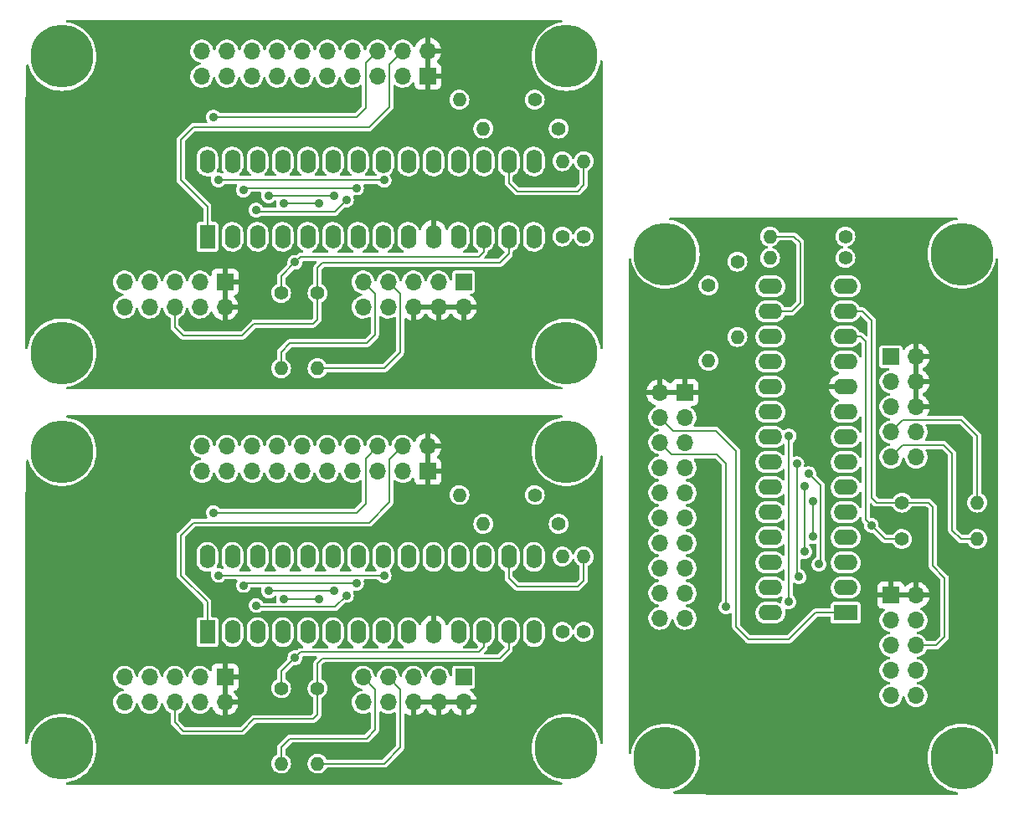
<source format=gbl>
%MOIN*%
%OFA0B0*%
%FSLAX46Y46*%
%IPPOS*%
%LPD*%
%ADD10C,0.055118110236220472*%
%ADD11O,0.055118110236220472X0.055118110236220472*%
%ADD12C,0.25*%
%ADD13R,0.066929133858267723X0.066929133858267723*%
%ADD14O,0.066929133858267723X0.066929133858267723*%
%ADD15R,0.062992125984251982X0.094488188976377951*%
%ADD16O,0.062992125984251982X0.094488188976377951*%
%ADD17C,0.035*%
%ADD18C,0.008*%
%ADD29C,0.055118110236220472*%
%ADD30O,0.055118110236220472X0.055118110236220472*%
%ADD31C,0.25*%
%ADD32R,0.066929133858267723X0.066929133858267723*%
%ADD33O,0.066929133858267723X0.066929133858267723*%
%ADD34R,0.062992125984251982X0.094488188976377951*%
%ADD35O,0.062992125984251982X0.094488188976377951*%
%ADD36C,0.035*%
%ADD37C,0.008*%
%ADD38C,0.055118110236220472*%
%ADD39O,0.055118110236220472X0.055118110236220472*%
%ADD40C,0.25*%
%ADD41R,0.066929133858267723X0.066929133858267723*%
%ADD42O,0.066929133858267723X0.066929133858267723*%
%ADD43R,0.094488188976377951X0.062992125984251982*%
%ADD44O,0.094488188976377951X0.062992125984251982*%
%ADD45C,0.035*%
%ADD46C,0.008*%
G01*
D10*
X0000000000Y0001496062D02*
X0002040000Y0001166062D03*
D11*
X0001740000Y0001166062D03*
D10*
X0002150000Y0000621062D03*
D11*
X0002150000Y0000921062D03*
D10*
X0002235000Y0000621062D03*
D11*
X0002235000Y0000921062D03*
D10*
X0002135000Y0001051062D03*
D11*
X0001835000Y0001051062D03*
D10*
X0001030000Y0000396062D03*
D11*
X0001030000Y0000096062D03*
D10*
X0001175000Y0000396062D03*
D11*
X0001175000Y0000096062D03*
D12*
X0002165354Y0000157480D03*
X0002165354Y0001338582D03*
X0000157480Y0001338582D03*
X0000157480Y0000157480D03*
D13*
X0001756299Y0000439763D03*
D14*
X0001756299Y0000339763D03*
X0001656299Y0000439763D03*
X0001656299Y0000339763D03*
X0001556299Y0000439763D03*
X0001556299Y0000339763D03*
X0001456299Y0000439763D03*
X0001456299Y0000339763D03*
X0001356299Y0000439763D03*
X0001356299Y0000339763D03*
D15*
X0000736299Y0000619763D03*
D16*
X0000836299Y0000619763D03*
X0000936299Y0000619763D03*
X0001036299Y0000619763D03*
X0001136299Y0000619763D03*
X0001236299Y0000619763D03*
X0001336299Y0000619763D03*
X0001436299Y0000619763D03*
X0001536299Y0000619763D03*
X0001636299Y0000619763D03*
X0001736299Y0000619763D03*
X0001836299Y0000619763D03*
X0001936299Y0000619763D03*
X0002036299Y0000619763D03*
X0002036299Y0000919763D03*
X0001936299Y0000919763D03*
X0001836299Y0000919763D03*
X0001736299Y0000919763D03*
X0001636299Y0000919763D03*
X0001536299Y0000919763D03*
X0001436299Y0000919763D03*
X0001336299Y0000919763D03*
X0001236299Y0000919763D03*
X0001136299Y0000919763D03*
X0001036299Y0000919763D03*
X0000936299Y0000919763D03*
X0000836299Y0000919763D03*
X0000736299Y0000919763D03*
D13*
X0000806299Y0000439763D03*
D14*
X0000806299Y0000339763D03*
X0000706299Y0000439763D03*
X0000706299Y0000339763D03*
X0000606299Y0000439763D03*
X0000606299Y0000339763D03*
X0000506299Y0000439763D03*
X0000506299Y0000339763D03*
X0000406299Y0000439763D03*
X0000406299Y0000339763D03*
D13*
X0001614173Y0001259842D03*
D14*
X0001614173Y0001359842D03*
X0001514173Y0001259842D03*
X0001514173Y0001359842D03*
X0001414173Y0001259842D03*
X0001414173Y0001359842D03*
X0001314173Y0001259842D03*
X0001314173Y0001359842D03*
X0001214173Y0001259842D03*
X0001214173Y0001359842D03*
X0001114173Y0001259842D03*
X0001114173Y0001359842D03*
X0001014173Y0001259842D03*
X0001014173Y0001359842D03*
X0000914173Y0001259842D03*
X0000914173Y0001359842D03*
X0000814173Y0001259842D03*
X0000814173Y0001359842D03*
X0000714173Y0001259842D03*
X0000714173Y0001359842D03*
D17*
X0000760000Y0001096062D03*
X0000930000Y0000726062D03*
X0001290000Y0000766062D03*
X0001180000Y0000751622D03*
X0001040000Y0000751622D03*
X0000980000Y0000783102D03*
X0001240000Y0000783102D03*
X0001085000Y0000518283D03*
X0001329999Y0000814582D03*
X0000880000Y0000806062D03*
X0000780000Y0000846062D03*
X0001440057Y0000845159D03*
D18*
X0000629999Y0000846062D02*
X0000629999Y0001006062D01*
X0000736299Y0000619763D02*
X0000736299Y0000739763D01*
X0001461618Y0001307287D02*
X0001514173Y0001359842D01*
X0000736299Y0000739763D02*
X0000629999Y0000846062D01*
X0000629999Y0001006062D02*
X0000679999Y0001056062D01*
X0000679999Y0001056062D02*
X0001380000Y0001056062D01*
X0001380000Y0001056062D02*
X0001461618Y0001137681D01*
X0001461618Y0001137681D02*
X0001461618Y0001307287D01*
X0001329999Y0001096062D02*
X0000760000Y0001096062D01*
X0001414173Y0001359842D02*
X0001366727Y0001312397D01*
X0001366727Y0001312397D02*
X0001366727Y0001132790D01*
X0001366727Y0001132790D02*
X0001329999Y0001096062D01*
X0000930000Y0000726062D02*
X0000935921Y0000720141D01*
X0001244078Y0000720141D02*
X0001290000Y0000766062D01*
X0000935921Y0000720141D02*
X0001244078Y0000720141D01*
X0001040000Y0000751622D02*
X0001180000Y0000751622D01*
X0001240000Y0000783102D02*
X0000980000Y0000783102D01*
X0000922500Y0000273562D02*
X0001157500Y0000273562D01*
X0001175000Y0000496062D02*
X0001175000Y0000396062D01*
X0000606299Y0000259763D02*
X0000640000Y0000226062D01*
X0001195000Y0000516062D02*
X0001175000Y0000496062D01*
X0000875000Y0000226062D02*
X0000922500Y0000273562D01*
X0001936299Y0000552362D02*
X0001900000Y0000516062D01*
X0000606299Y0000339763D02*
X0000606299Y0000259763D01*
X0001936299Y0000619763D02*
X0001936299Y0000552362D01*
X0001175000Y0000291062D02*
X0001175000Y0000396062D01*
X0000640000Y0000226062D02*
X0000875000Y0000226062D01*
X0001900000Y0000516062D02*
X0001195000Y0000516062D01*
X0001157500Y0000273562D02*
X0001175000Y0000291062D01*
X0001816299Y0000539763D02*
X0001836299Y0000559763D01*
X0001836299Y0000559763D02*
X0001836299Y0000619763D01*
X0001030000Y0000463283D02*
X0001085000Y0000518283D01*
X0001030000Y0000396062D02*
X0001030000Y0000463283D01*
X0001106480Y0000539763D02*
X0001085000Y0000518283D01*
X0001106480Y0000539763D02*
X0001816299Y0000539763D01*
X0001440000Y0000096062D02*
X0001503744Y0000159807D01*
X0001503744Y0000159807D02*
X0001503744Y0000392318D01*
X0001503744Y0000392318D02*
X0001456299Y0000439763D01*
X0001175000Y0000096062D02*
X0001440000Y0000096062D01*
X0001030000Y0000096062D02*
X0001030000Y0000161062D01*
X0001030000Y0000161062D02*
X0001065000Y0000196062D01*
X0001065000Y0000196062D02*
X0001370000Y0000196062D01*
X0001403744Y0000229807D02*
X0001403744Y0000392318D01*
X0001403744Y0000392318D02*
X0001356299Y0000439763D01*
X0001370000Y0000196062D02*
X0001403744Y0000229807D01*
X0000888519Y0000814582D02*
X0000880000Y0000806062D01*
X0000888519Y0000814582D02*
X0001329999Y0000814582D01*
X0000800000Y0000846062D02*
X0000780000Y0000846062D01*
X0001359999Y0000846062D02*
X0000800000Y0000846062D01*
X0000780000Y0000846063D02*
X0000780000Y0000846062D01*
X0001439153Y0000846063D02*
X0000780000Y0000846063D01*
X0001390000Y0000846062D02*
X0001359999Y0000846062D01*
X0001440057Y0000845159D02*
X0001439153Y0000846063D01*
X0001936299Y0000834763D02*
X0001970000Y0000801062D01*
X0001936299Y0000919763D02*
X0001936299Y0000834763D01*
X0002210000Y0000801062D02*
X0002235000Y0000826062D01*
X0001970000Y0000801062D02*
X0002210000Y0000801062D01*
X0002235000Y0000826062D02*
X0002235000Y0000921062D01*
G36*
X0002147640Y0001483275D02*
G01*
X0002149470Y0001481163D01*
X0002149868Y0001478396D01*
X0002148707Y0001475853D01*
X0002146355Y0001474342D01*
X0002145734Y0001474202D01*
X0002136827Y0001472792D01*
X0002122954Y0001469074D01*
X0002109546Y0001463928D01*
X0002109431Y0001463869D01*
X0002096866Y0001457467D01*
X0002096865Y0001457466D01*
X0002096750Y0001457408D01*
X0002084705Y0001449586D01*
X0002073544Y0001440547D01*
X0002063389Y0001430392D01*
X0002054350Y0001419231D01*
X0002046528Y0001407186D01*
X0002046470Y0001407071D01*
X0002046469Y0001407070D01*
X0002043354Y0001400955D01*
X0002040008Y0001394390D01*
X0002034862Y0001380982D01*
X0002031144Y0001367109D01*
X0002030594Y0001363637D01*
X0002028952Y0001353266D01*
X0002028898Y0001352924D01*
X0002028146Y0001338582D01*
X0002028898Y0001324240D01*
X0002028918Y0001324112D01*
X0002028918Y0001324112D01*
X0002029822Y0001318404D01*
X0002031144Y0001310055D01*
X0002034862Y0001296183D01*
X0002040008Y0001282775D01*
X0002040067Y0001282659D01*
X0002046326Y0001270375D01*
X0002046528Y0001269978D01*
X0002046599Y0001269869D01*
X0002046599Y0001269869D01*
X0002047852Y0001267940D01*
X0002054350Y0001257934D01*
X0002063389Y0001246772D01*
X0002073544Y0001236617D01*
X0002084705Y0001227579D01*
X0002085882Y0001226815D01*
X0002095950Y0001220276D01*
X0002096750Y0001219757D01*
X0002096865Y0001219698D01*
X0002096866Y0001219698D01*
X0002107606Y0001214226D01*
X0002109546Y0001213237D01*
X0002122954Y0001208090D01*
X0002136827Y0001204373D01*
X0002144369Y0001203178D01*
X0002150884Y0001202146D01*
X0002150884Y0001202146D01*
X0002151012Y0001202126D01*
X0002165354Y0001201374D01*
X0002179696Y0001202126D01*
X0002179824Y0001202146D01*
X0002179824Y0001202146D01*
X0002186339Y0001203178D01*
X0002193881Y0001204373D01*
X0002207753Y0001208090D01*
X0002221161Y0001213237D01*
X0002223102Y0001214226D01*
X0002233842Y0001219698D01*
X0002233842Y0001219698D01*
X0002233958Y0001219757D01*
X0002234757Y0001220276D01*
X0002244826Y0001226815D01*
X0002246002Y0001227579D01*
X0002257164Y0001236617D01*
X0002267319Y0001246772D01*
X0002276357Y0001257934D01*
X0002282855Y0001267940D01*
X0002284108Y0001269869D01*
X0002284108Y0001269869D01*
X0002284179Y0001269978D01*
X0002284382Y0001270375D01*
X0002290640Y0001282659D01*
X0002290699Y0001282775D01*
X0002295846Y0001296183D01*
X0002299563Y0001310055D01*
X0002300974Y0001318962D01*
X0002302171Y0001321488D01*
X0002304544Y0001322965D01*
X0002307339Y0001322925D01*
X0002309669Y0001321381D01*
X0002310793Y0001318822D01*
X0002310834Y0001318186D01*
X0002310834Y0000177876D01*
X0002310047Y0000175194D01*
X0002307934Y0000173364D01*
X0002305168Y0000172966D01*
X0002302625Y0000174127D01*
X0002301114Y0000176478D01*
X0002300974Y0000177100D01*
X0002300508Y0000180043D01*
X0002299563Y0000186007D01*
X0002295846Y0000199879D01*
X0002290699Y0000213287D01*
X0002286962Y0000220621D01*
X0002284238Y0000225968D01*
X0002284238Y0000225968D01*
X0002284179Y0000226084D01*
X0002283409Y0000227270D01*
X0002276428Y0000238019D01*
X0002276357Y0000238128D01*
X0002267319Y0000249290D01*
X0002257164Y0000259445D01*
X0002246002Y0000268483D01*
X0002233958Y0000276305D01*
X0002233842Y0000276364D01*
X0002233842Y0000276364D01*
X0002221277Y0000282766D01*
X0002221161Y0000282825D01*
X0002210061Y0000287086D01*
X0002207875Y0000287925D01*
X0002207875Y0000287925D01*
X0002207753Y0000287972D01*
X0002193881Y0000291689D01*
X0002186339Y0000292884D01*
X0002179824Y0000293916D01*
X0002179824Y0000293916D01*
X0002179696Y0000293936D01*
X0002165354Y0000294687D01*
X0002151012Y0000293936D01*
X0002150884Y0000293916D01*
X0002150884Y0000293916D01*
X0002144369Y0000292884D01*
X0002136827Y0000291689D01*
X0002122954Y0000287972D01*
X0002122833Y0000287925D01*
X0002122833Y0000287925D01*
X0002120647Y0000287086D01*
X0002109546Y0000282825D01*
X0002109431Y0000282766D01*
X0002096866Y0000276364D01*
X0002096865Y0000276364D01*
X0002096750Y0000276305D01*
X0002084705Y0000268483D01*
X0002073544Y0000259445D01*
X0002063389Y0000249290D01*
X0002054350Y0000238128D01*
X0002054280Y0000238019D01*
X0002047299Y0000227270D01*
X0002046528Y0000226084D01*
X0002046470Y0000225968D01*
X0002046469Y0000225968D01*
X0002043745Y0000220621D01*
X0002040008Y0000213287D01*
X0002034862Y0000199879D01*
X0002031144Y0000186007D01*
X0002030262Y0000180437D01*
X0002029079Y0000172966D01*
X0002028898Y0000171822D01*
X0002028146Y0000157480D01*
X0002028898Y0000143138D01*
X0002031144Y0000128953D01*
X0002034862Y0000115080D01*
X0002034908Y0000114959D01*
X0002034908Y0000114959D01*
X0002035710Y0000112870D01*
X0002040008Y0000101672D01*
X0002040067Y0000101557D01*
X0002046402Y0000089125D01*
X0002046528Y0000088876D01*
X0002046599Y0000088767D01*
X0002046599Y0000088767D01*
X0002051218Y0000081655D01*
X0002054350Y0000076831D01*
X0002063389Y0000065670D01*
X0002073544Y0000055515D01*
X0002084705Y0000046476D01*
X0002096750Y0000038654D01*
X0002096865Y0000038596D01*
X0002096866Y0000038595D01*
X0002100944Y0000036517D01*
X0002109546Y0000032134D01*
X0002122954Y0000026988D01*
X0002136827Y0000023270D01*
X0002145734Y0000021860D01*
X0002148259Y0000020662D01*
X0002149737Y0000018290D01*
X0002149697Y0000015495D01*
X0002148152Y0000013165D01*
X0002145593Y0000012040D01*
X0002144958Y0000012000D01*
X0000177876Y0000012000D01*
X0000175194Y0000012787D01*
X0000173364Y0000014899D01*
X0000172966Y0000017666D01*
X0000174127Y0000020209D01*
X0000176478Y0000021720D01*
X0000177100Y0000021860D01*
X0000186007Y0000023270D01*
X0000199879Y0000026988D01*
X0000213287Y0000032134D01*
X0000221889Y0000036517D01*
X0000225968Y0000038595D01*
X0000225968Y0000038596D01*
X0000226084Y0000038654D01*
X0000238128Y0000046476D01*
X0000249290Y0000055515D01*
X0000259445Y0000065670D01*
X0000268483Y0000076831D01*
X0000271616Y0000081655D01*
X0000276234Y0000088767D01*
X0000276234Y0000088767D01*
X0000276305Y0000088876D01*
X0000276432Y0000089125D01*
X0000280250Y0000096618D01*
X0000990233Y0000096618D01*
X0000990883Y0000088883D01*
X0000990950Y0000088650D01*
X0000992902Y0000081840D01*
X0000993022Y0000081422D01*
X0000993133Y0000081206D01*
X0000996459Y0000074734D01*
X0000996459Y0000074734D01*
X0000996570Y0000074519D01*
X0001001391Y0000068436D01*
X0001001576Y0000068279D01*
X0001001576Y0000068278D01*
X0001004522Y0000065771D01*
X0001007302Y0000063405D01*
X0001014078Y0000059618D01*
X0001021459Y0000057220D01*
X0001029167Y0000056301D01*
X0001029408Y0000056320D01*
X0001029408Y0000056320D01*
X0001036664Y0000056878D01*
X0001036664Y0000056878D01*
X0001036906Y0000056896D01*
X0001037139Y0000056962D01*
X0001037139Y0000056962D01*
X0001040643Y0000057940D01*
X0001044381Y0000058984D01*
X0001045490Y0000059544D01*
X0001051093Y0000062374D01*
X0001051093Y0000062374D01*
X0001051309Y0000062483D01*
X0001057426Y0000067262D01*
X0001062498Y0000073138D01*
X0001064496Y0000076655D01*
X0001066212Y0000079675D01*
X0001066212Y0000079676D01*
X0001066331Y0000079886D01*
X0001068781Y0000087251D01*
X0001069754Y0000094952D01*
X0001069770Y0000096062D01*
X0001069012Y0000103787D01*
X0001066769Y0000111218D01*
X0001066249Y0000112195D01*
X0001063239Y0000117857D01*
X0001063239Y0000117857D01*
X0001063125Y0000118071D01*
X0001058219Y0000124086D01*
X0001052239Y0000129034D01*
X0001052025Y0000129149D01*
X0001052025Y0000129149D01*
X0001048678Y0000130959D01*
X0001048620Y0000130990D01*
X0001046636Y0000132958D01*
X0001046019Y0000135354D01*
X0001046019Y0000152372D01*
X0001046807Y0000155054D01*
X0001047472Y0000155880D01*
X0001070182Y0000178590D01*
X0001072635Y0000179929D01*
X0001073690Y0000180043D01*
X0001372537Y0000180043D01*
X0001373379Y0000180317D01*
X0001374136Y0000180498D01*
X0001374626Y0000180576D01*
X0001375012Y0000180637D01*
X0001375801Y0000181039D01*
X0001376520Y0000181337D01*
X0001376992Y0000181490D01*
X0001376992Y0000181490D01*
X0001377363Y0000181611D01*
X0001378080Y0000182132D01*
X0001378743Y0000182538D01*
X0001379533Y0000182941D01*
X0001416866Y0000220274D01*
X0001417268Y0000221063D01*
X0001417675Y0000221727D01*
X0001417966Y0000222128D01*
X0001418196Y0000222444D01*
X0001418316Y0000222815D01*
X0001418470Y0000223287D01*
X0001418767Y0000224006D01*
X0001418992Y0000224447D01*
X0001418992Y0000224447D01*
X0001419170Y0000224795D01*
X0001419308Y0000225670D01*
X0001419490Y0000226427D01*
X0001419643Y0000226898D01*
X0001419764Y0000227270D01*
X0001419764Y0000300197D01*
X0001420551Y0000302879D01*
X0001422664Y0000304710D01*
X0001425430Y0000305107D01*
X0001427509Y0000304200D01*
X0001427552Y0000304264D01*
X0001434503Y0000299620D01*
X0001434712Y0000299530D01*
X0001434712Y0000299530D01*
X0001441974Y0000296410D01*
X0001441974Y0000296410D01*
X0001442183Y0000296320D01*
X0001442405Y0000296270D01*
X0001442405Y0000296270D01*
X0001450115Y0000294525D01*
X0001450115Y0000294525D01*
X0001450336Y0000294475D01*
X0001450564Y0000294466D01*
X0001450564Y0000294466D01*
X0001453113Y0000294366D01*
X0001458689Y0000294147D01*
X0001463363Y0000294824D01*
X0001466737Y0000295314D01*
X0001466738Y0000295314D01*
X0001466962Y0000295346D01*
X0001467177Y0000295419D01*
X0001467178Y0000295419D01*
X0001474663Y0000297960D01*
X0001474878Y0000298033D01*
X0001475076Y0000298144D01*
X0001475077Y0000298145D01*
X0001480340Y0000301092D01*
X0001483065Y0000301715D01*
X0001485694Y0000300767D01*
X0001487393Y0000298547D01*
X0001487724Y0000296764D01*
X0001487724Y0000168497D01*
X0001486937Y0000165815D01*
X0001486271Y0000164990D01*
X0001434817Y0000113535D01*
X0001432364Y0000112195D01*
X0001431309Y0000112082D01*
X0001214290Y0000112082D01*
X0001211608Y0000112870D01*
X0001209910Y0000114714D01*
X0001208239Y0000117857D01*
X0001208239Y0000117857D01*
X0001208125Y0000118071D01*
X0001203219Y0000124086D01*
X0001197239Y0000129034D01*
X0001197025Y0000129149D01*
X0001197025Y0000129149D01*
X0001190624Y0000132610D01*
X0001190624Y0000132610D01*
X0001190411Y0000132725D01*
X0001190180Y0000132797D01*
X0001190180Y0000132797D01*
X0001186704Y0000133873D01*
X0001182996Y0000135020D01*
X0001182756Y0000135046D01*
X0001182755Y0000135046D01*
X0001175518Y0000135806D01*
X0001175518Y0000135806D01*
X0001175277Y0000135832D01*
X0001172030Y0000135536D01*
X0001167789Y0000135150D01*
X0001167789Y0000135150D01*
X0001167547Y0000135128D01*
X0001167315Y0000135060D01*
X0001167315Y0000135060D01*
X0001161753Y0000133423D01*
X0001160101Y0000132937D01*
X0001153223Y0000129341D01*
X0001153034Y0000129189D01*
X0001153034Y0000129189D01*
X0001152584Y0000128827D01*
X0001147174Y0000124477D01*
X0001142185Y0000118531D01*
X0001142068Y0000118319D01*
X0001142068Y0000118319D01*
X0001140086Y0000114714D01*
X0001138445Y0000111730D01*
X0001138372Y0000111499D01*
X0001138372Y0000111499D01*
X0001138283Y0000111218D01*
X0001136098Y0000104331D01*
X0001135233Y0000096618D01*
X0001135883Y0000088883D01*
X0001135950Y0000088650D01*
X0001137902Y0000081840D01*
X0001138022Y0000081422D01*
X0001138133Y0000081206D01*
X0001141459Y0000074734D01*
X0001141459Y0000074734D01*
X0001141570Y0000074519D01*
X0001146391Y0000068436D01*
X0001146576Y0000068279D01*
X0001146576Y0000068278D01*
X0001149522Y0000065771D01*
X0001152302Y0000063405D01*
X0001159078Y0000059618D01*
X0001166459Y0000057220D01*
X0001174167Y0000056301D01*
X0001174408Y0000056320D01*
X0001174408Y0000056320D01*
X0001181664Y0000056878D01*
X0001181664Y0000056878D01*
X0001181906Y0000056896D01*
X0001182139Y0000056962D01*
X0001182139Y0000056962D01*
X0001185643Y0000057940D01*
X0001189381Y0000058984D01*
X0001190490Y0000059544D01*
X0001196093Y0000062374D01*
X0001196093Y0000062374D01*
X0001196309Y0000062483D01*
X0001202426Y0000067262D01*
X0001207498Y0000073138D01*
X0001209994Y0000077532D01*
X0001212004Y0000079475D01*
X0001214307Y0000080043D01*
X0001442537Y0000080043D01*
X0001443379Y0000080317D01*
X0001444136Y0000080498D01*
X0001444626Y0000080576D01*
X0001445012Y0000080637D01*
X0001445801Y0000081039D01*
X0001446520Y0000081337D01*
X0001446992Y0000081490D01*
X0001446992Y0000081490D01*
X0001447363Y0000081611D01*
X0001448080Y0000082132D01*
X0001448743Y0000082538D01*
X0001449533Y0000082941D01*
X0001516866Y0000150274D01*
X0001517268Y0000151063D01*
X0001517675Y0000151727D01*
X0001517966Y0000152128D01*
X0001518196Y0000152444D01*
X0001518316Y0000152815D01*
X0001518470Y0000153287D01*
X0001518767Y0000154005D01*
X0001518992Y0000154447D01*
X0001518992Y0000154447D01*
X0001519170Y0000154795D01*
X0001519308Y0000155670D01*
X0001519490Y0000156427D01*
X0001519643Y0000156898D01*
X0001519764Y0000157270D01*
X0001519764Y0000290541D01*
X0001520551Y0000293223D01*
X0001522664Y0000295054D01*
X0001525430Y0000295452D01*
X0001527227Y0000294824D01*
X0001532943Y0000291485D01*
X0001533308Y0000291309D01*
X0001541141Y0000288318D01*
X0001541531Y0000288205D01*
X0001545600Y0000287377D01*
X0001546153Y0000287424D01*
X0001546299Y0000287832D01*
X0001546299Y0000287853D01*
X0001566299Y0000287853D01*
X0001566459Y0000287308D01*
X0001566987Y0000287228D01*
X0001567251Y0000287262D01*
X0001567648Y0000287346D01*
X0001575679Y0000289756D01*
X0001576056Y0000289904D01*
X0001583586Y0000293592D01*
X0001583934Y0000293800D01*
X0001590760Y0000298669D01*
X0001591070Y0000298931D01*
X0001597009Y0000304849D01*
X0001597272Y0000305158D01*
X0001602284Y0000312133D01*
X0001602328Y0000312101D01*
X0001604199Y0000313823D01*
X0001606953Y0000314304D01*
X0001609529Y0000313220D01*
X0001610624Y0000311967D01*
X0001612901Y0000308252D01*
X0001613140Y0000307925D01*
X0001618630Y0000301587D01*
X0001618920Y0000301303D01*
X0001625371Y0000295948D01*
X0001625703Y0000295715D01*
X0001632943Y0000291485D01*
X0001633308Y0000291309D01*
X0001641141Y0000288318D01*
X0001641531Y0000288205D01*
X0001645600Y0000287377D01*
X0001646153Y0000287424D01*
X0001646299Y0000287832D01*
X0001646299Y0000287853D01*
X0001666299Y0000287853D01*
X0001666459Y0000287308D01*
X0001666987Y0000287228D01*
X0001667251Y0000287262D01*
X0001667648Y0000287346D01*
X0001675679Y0000289756D01*
X0001676056Y0000289904D01*
X0001683586Y0000293592D01*
X0001683934Y0000293800D01*
X0001690760Y0000298669D01*
X0001691070Y0000298931D01*
X0001697009Y0000304849D01*
X0001697272Y0000305158D01*
X0001702284Y0000312133D01*
X0001702328Y0000312101D01*
X0001704199Y0000313823D01*
X0001706953Y0000314304D01*
X0001709529Y0000313220D01*
X0001710624Y0000311967D01*
X0001712901Y0000308252D01*
X0001713140Y0000307925D01*
X0001718630Y0000301587D01*
X0001718920Y0000301303D01*
X0001725371Y0000295948D01*
X0001725703Y0000295715D01*
X0001732943Y0000291485D01*
X0001733308Y0000291309D01*
X0001741141Y0000288318D01*
X0001741531Y0000288205D01*
X0001745600Y0000287377D01*
X0001746153Y0000287424D01*
X0001746299Y0000287832D01*
X0001746299Y0000287853D01*
X0001766299Y0000287853D01*
X0001766459Y0000287308D01*
X0001766987Y0000287228D01*
X0001767251Y0000287262D01*
X0001767648Y0000287346D01*
X0001775679Y0000289756D01*
X0001776056Y0000289904D01*
X0001783586Y0000293592D01*
X0001783934Y0000293800D01*
X0001790760Y0000298669D01*
X0001791070Y0000298931D01*
X0001797009Y0000304849D01*
X0001797272Y0000305158D01*
X0001802165Y0000311967D01*
X0001802374Y0000312315D01*
X0001806089Y0000319832D01*
X0001806238Y0000320209D01*
X0001808676Y0000328231D01*
X0001808762Y0000328628D01*
X0001808818Y0000329056D01*
X0001808731Y0000329615D01*
X0001808213Y0000329763D01*
X0001767012Y0000329763D01*
X0001766412Y0000329587D01*
X0001766365Y0000329532D01*
X0001766299Y0000329230D01*
X0001766299Y0000287853D01*
X0001746299Y0000287853D01*
X0001746299Y0000329050D01*
X0001746123Y0000329650D01*
X0001746068Y0000329697D01*
X0001745765Y0000329763D01*
X0001667012Y0000329763D01*
X0001666412Y0000329587D01*
X0001666365Y0000329532D01*
X0001666299Y0000329230D01*
X0001666299Y0000287853D01*
X0001646299Y0000287853D01*
X0001646299Y0000329050D01*
X0001646123Y0000329650D01*
X0001646068Y0000329697D01*
X0001645765Y0000329763D01*
X0001567012Y0000329763D01*
X0001566412Y0000329587D01*
X0001566365Y0000329532D01*
X0001566299Y0000329230D01*
X0001566299Y0000287853D01*
X0001546299Y0000287853D01*
X0001546299Y0000344803D01*
X0001547086Y0000347485D01*
X0001549199Y0000349315D01*
X0001551259Y0000349763D01*
X0001808202Y0000349763D01*
X0001808735Y0000349920D01*
X0001808786Y0000350277D01*
X0001807134Y0000356855D01*
X0001807003Y0000357239D01*
X0001803660Y0000364928D01*
X0001803468Y0000365285D01*
X0001798914Y0000372325D01*
X0001798666Y0000372647D01*
X0001793023Y0000378848D01*
X0001792727Y0000379125D01*
X0001786147Y0000384321D01*
X0001785809Y0000384546D01*
X0001785031Y0000384976D01*
X0001783063Y0000386961D01*
X0001782482Y0000389695D01*
X0001783471Y0000392309D01*
X0001785716Y0000393974D01*
X0001787428Y0000394279D01*
X0001791549Y0000394279D01*
X0001791978Y0000394330D01*
X0001792228Y0000394360D01*
X0001792228Y0000394360D01*
X0001792597Y0000394404D01*
X0001796689Y0000396221D01*
X0001798584Y0000398119D01*
X0001799529Y0000399066D01*
X0001799529Y0000399066D01*
X0001799853Y0000399390D01*
X0001801663Y0000403486D01*
X0001801783Y0000404513D01*
X0001801783Y0000475014D01*
X0001801732Y0000475442D01*
X0001801702Y0000475692D01*
X0001801702Y0000475692D01*
X0001801658Y0000476062D01*
X0001799841Y0000480154D01*
X0001797390Y0000482600D01*
X0001796996Y0000482994D01*
X0001796996Y0000482994D01*
X0001796672Y0000483317D01*
X0001792576Y0000485128D01*
X0001791549Y0000485247D01*
X0001721048Y0000485247D01*
X0001720620Y0000485196D01*
X0001720370Y0000485167D01*
X0001720370Y0000485167D01*
X0001720000Y0000485123D01*
X0001717302Y0000483924D01*
X0001716585Y0000483606D01*
X0001715908Y0000483305D01*
X0001714330Y0000481724D01*
X0001713068Y0000480460D01*
X0001713068Y0000480460D01*
X0001712745Y0000480136D01*
X0001710934Y0000476041D01*
X0001710814Y0000475014D01*
X0001710814Y0000449907D01*
X0001710027Y0000447225D01*
X0001707915Y0000445395D01*
X0001705148Y0000444997D01*
X0001702605Y0000446158D01*
X0001701079Y0000448561D01*
X0001699006Y0000455914D01*
X0001698944Y0000456133D01*
X0001695247Y0000463631D01*
X0001690245Y0000470329D01*
X0001685206Y0000474987D01*
X0001684273Y0000475849D01*
X0001684273Y0000475849D01*
X0001684106Y0000476003D01*
X0001677037Y0000480464D01*
X0001675711Y0000480993D01*
X0001671682Y0000482600D01*
X0001669272Y0000483561D01*
X0001669049Y0000483606D01*
X0001669049Y0000483606D01*
X0001661297Y0000485148D01*
X0001661297Y0000485148D01*
X0001661073Y0000485192D01*
X0001660846Y0000485195D01*
X0001660846Y0000485195D01*
X0001656664Y0000485250D01*
X0001652715Y0000485302D01*
X0001652490Y0000485263D01*
X0001652490Y0000485263D01*
X0001644700Y0000483924D01*
X0001644700Y0000483924D01*
X0001644476Y0000483886D01*
X0001636633Y0000480993D01*
X0001629449Y0000476718D01*
X0001623164Y0000471207D01*
X0001623024Y0000471029D01*
X0001623024Y0000471028D01*
X0001618130Y0000464820D01*
X0001617989Y0000464642D01*
X0001617883Y0000464441D01*
X0001614203Y0000457445D01*
X0001614203Y0000457445D01*
X0001614097Y0000457244D01*
X0001611618Y0000449260D01*
X0001611262Y0000446258D01*
X0001611247Y0000446129D01*
X0001610150Y0000443558D01*
X0001607837Y0000441988D01*
X0001605043Y0000441918D01*
X0001602654Y0000443370D01*
X0001601430Y0000445883D01*
X0001601381Y0000446258D01*
X0001601234Y0000447861D01*
X0001601234Y0000447861D01*
X0001601213Y0000448088D01*
X0001600740Y0000449763D01*
X0001599006Y0000455914D01*
X0001598944Y0000456133D01*
X0001595247Y0000463631D01*
X0001590245Y0000470329D01*
X0001585206Y0000474987D01*
X0001584273Y0000475849D01*
X0001584273Y0000475849D01*
X0001584106Y0000476003D01*
X0001577037Y0000480464D01*
X0001575711Y0000480993D01*
X0001571682Y0000482600D01*
X0001569272Y0000483561D01*
X0001569049Y0000483606D01*
X0001569049Y0000483606D01*
X0001561297Y0000485148D01*
X0001561297Y0000485148D01*
X0001561073Y0000485192D01*
X0001560846Y0000485195D01*
X0001560846Y0000485195D01*
X0001556664Y0000485250D01*
X0001552715Y0000485302D01*
X0001552490Y0000485263D01*
X0001552490Y0000485263D01*
X0001544700Y0000483924D01*
X0001544700Y0000483924D01*
X0001544476Y0000483886D01*
X0001536633Y0000480993D01*
X0001529449Y0000476718D01*
X0001523164Y0000471207D01*
X0001523024Y0000471029D01*
X0001523024Y0000471028D01*
X0001518130Y0000464820D01*
X0001517989Y0000464642D01*
X0001517883Y0000464441D01*
X0001514203Y0000457445D01*
X0001514203Y0000457445D01*
X0001514097Y0000457244D01*
X0001511618Y0000449260D01*
X0001511262Y0000446258D01*
X0001511247Y0000446129D01*
X0001510150Y0000443558D01*
X0001507837Y0000441988D01*
X0001505043Y0000441918D01*
X0001502654Y0000443370D01*
X0001501430Y0000445883D01*
X0001501381Y0000446258D01*
X0001501234Y0000447861D01*
X0001501234Y0000447861D01*
X0001501213Y0000448088D01*
X0001500740Y0000449763D01*
X0001499006Y0000455914D01*
X0001498944Y0000456133D01*
X0001495247Y0000463631D01*
X0001490245Y0000470329D01*
X0001485206Y0000474987D01*
X0001484273Y0000475849D01*
X0001484273Y0000475849D01*
X0001484106Y0000476003D01*
X0001477037Y0000480464D01*
X0001475711Y0000480993D01*
X0001471682Y0000482600D01*
X0001469272Y0000483561D01*
X0001469049Y0000483606D01*
X0001469049Y0000483606D01*
X0001461297Y0000485148D01*
X0001461297Y0000485148D01*
X0001461073Y0000485192D01*
X0001460846Y0000485195D01*
X0001460846Y0000485195D01*
X0001456664Y0000485250D01*
X0001452715Y0000485302D01*
X0001452490Y0000485263D01*
X0001452490Y0000485263D01*
X0001444700Y0000483924D01*
X0001444700Y0000483924D01*
X0001444476Y0000483886D01*
X0001436633Y0000480993D01*
X0001429449Y0000476718D01*
X0001423164Y0000471207D01*
X0001423024Y0000471029D01*
X0001423024Y0000471028D01*
X0001418130Y0000464820D01*
X0001417989Y0000464642D01*
X0001417883Y0000464441D01*
X0001414203Y0000457445D01*
X0001414203Y0000457445D01*
X0001414097Y0000457244D01*
X0001411618Y0000449260D01*
X0001411262Y0000446258D01*
X0001411247Y0000446129D01*
X0001410150Y0000443558D01*
X0001407837Y0000441988D01*
X0001405043Y0000441918D01*
X0001402654Y0000443370D01*
X0001401430Y0000445883D01*
X0001401381Y0000446258D01*
X0001401234Y0000447861D01*
X0001401234Y0000447861D01*
X0001401213Y0000448088D01*
X0001400740Y0000449763D01*
X0001399006Y0000455914D01*
X0001398944Y0000456133D01*
X0001395247Y0000463631D01*
X0001390245Y0000470329D01*
X0001385206Y0000474987D01*
X0001384273Y0000475849D01*
X0001384273Y0000475849D01*
X0001384106Y0000476003D01*
X0001377037Y0000480464D01*
X0001375711Y0000480993D01*
X0001371682Y0000482600D01*
X0001369272Y0000483561D01*
X0001369049Y0000483606D01*
X0001369049Y0000483606D01*
X0001361297Y0000485148D01*
X0001361297Y0000485148D01*
X0001361073Y0000485192D01*
X0001360846Y0000485195D01*
X0001360846Y0000485195D01*
X0001356664Y0000485250D01*
X0001352715Y0000485302D01*
X0001352490Y0000485263D01*
X0001352490Y0000485263D01*
X0001344700Y0000483924D01*
X0001344700Y0000483924D01*
X0001344476Y0000483886D01*
X0001336633Y0000480993D01*
X0001329449Y0000476718D01*
X0001323164Y0000471207D01*
X0001323024Y0000471029D01*
X0001323024Y0000471028D01*
X0001318130Y0000464820D01*
X0001317989Y0000464642D01*
X0001317883Y0000464441D01*
X0001314203Y0000457445D01*
X0001314203Y0000457445D01*
X0001314097Y0000457244D01*
X0001311618Y0000449260D01*
X0001310635Y0000440959D01*
X0001311182Y0000432617D01*
X0001313240Y0000424515D01*
X0001316739Y0000416924D01*
X0001321564Y0000410097D01*
X0001327552Y0000404264D01*
X0001327741Y0000404138D01*
X0001327741Y0000404138D01*
X0001333470Y0000400310D01*
X0001334503Y0000399620D01*
X0001334712Y0000399530D01*
X0001334712Y0000399530D01*
X0001341974Y0000396410D01*
X0001341974Y0000396410D01*
X0001342183Y0000396320D01*
X0001342405Y0000396270D01*
X0001342405Y0000396270D01*
X0001350082Y0000394533D01*
X0001352524Y0000393173D01*
X0001353843Y0000390708D01*
X0001353620Y0000387922D01*
X0001351926Y0000385698D01*
X0001349827Y0000384805D01*
X0001344700Y0000383924D01*
X0001344700Y0000383924D01*
X0001344476Y0000383886D01*
X0001336633Y0000380993D01*
X0001329449Y0000376718D01*
X0001323164Y0000371207D01*
X0001323024Y0000371029D01*
X0001323024Y0000371028D01*
X0001318215Y0000364928D01*
X0001317989Y0000364642D01*
X0001317883Y0000364441D01*
X0001314203Y0000357445D01*
X0001314203Y0000357445D01*
X0001314097Y0000357244D01*
X0001311618Y0000349260D01*
X0001310635Y0000340959D01*
X0001311182Y0000332617D01*
X0001313240Y0000324515D01*
X0001316739Y0000316924D01*
X0001321564Y0000310097D01*
X0001324417Y0000307318D01*
X0001326951Y0000304849D01*
X0001327552Y0000304264D01*
X0001327741Y0000304138D01*
X0001327741Y0000304138D01*
X0001333470Y0000300310D01*
X0001334503Y0000299620D01*
X0001334712Y0000299530D01*
X0001334712Y0000299530D01*
X0001341974Y0000296410D01*
X0001341974Y0000296410D01*
X0001342183Y0000296320D01*
X0001342405Y0000296270D01*
X0001342405Y0000296270D01*
X0001350115Y0000294525D01*
X0001350115Y0000294525D01*
X0001350336Y0000294475D01*
X0001350564Y0000294466D01*
X0001350564Y0000294466D01*
X0001353113Y0000294366D01*
X0001358689Y0000294147D01*
X0001363363Y0000294824D01*
X0001366737Y0000295314D01*
X0001366738Y0000295314D01*
X0001366962Y0000295346D01*
X0001367177Y0000295419D01*
X0001367178Y0000295419D01*
X0001374663Y0000297960D01*
X0001374878Y0000298033D01*
X0001375076Y0000298144D01*
X0001375077Y0000298145D01*
X0001380340Y0000301092D01*
X0001383065Y0000301715D01*
X0001385694Y0000300767D01*
X0001387393Y0000298547D01*
X0001387724Y0000296764D01*
X0001387724Y0000238497D01*
X0001386937Y0000235815D01*
X0001386271Y0000234990D01*
X0001364817Y0000213535D01*
X0001362364Y0000212195D01*
X0001361309Y0000212082D01*
X0001062462Y0000212082D01*
X0001062091Y0000211961D01*
X0001061620Y0000211808D01*
X0001060863Y0000211627D01*
X0001059987Y0000211488D01*
X0001059640Y0000211311D01*
X0001059640Y0000211311D01*
X0001059198Y0000211086D01*
X0001058479Y0000210788D01*
X0001058007Y0000210635D01*
X0001058007Y0000210635D01*
X0001057636Y0000210514D01*
X0001057320Y0000210285D01*
X0001056919Y0000209993D01*
X0001056256Y0000209586D01*
X0001055466Y0000209184D01*
X0001016878Y0000170596D01*
X0001016700Y0000170248D01*
X0001016476Y0000169807D01*
X0001016069Y0000169143D01*
X0001015548Y0000168426D01*
X0001015427Y0000168055D01*
X0001015427Y0000168055D01*
X0001015274Y0000167583D01*
X0001014976Y0000166864D01*
X0001014574Y0000166075D01*
X0001014513Y0000165689D01*
X0001014435Y0000165199D01*
X0001014254Y0000164442D01*
X0001013980Y0000163600D01*
X0001013980Y0000135355D01*
X0001013192Y0000132673D01*
X0001011317Y0000130959D01*
X0001008223Y0000129341D01*
X0001008034Y0000129189D01*
X0001008034Y0000129189D01*
X0001007584Y0000128827D01*
X0001002174Y0000124477D01*
X0000997185Y0000118531D01*
X0000997068Y0000118319D01*
X0000997068Y0000118319D01*
X0000995086Y0000114714D01*
X0000993445Y0000111730D01*
X0000993372Y0000111499D01*
X0000993372Y0000111499D01*
X0000993283Y0000111218D01*
X0000991098Y0000104331D01*
X0000990233Y0000096618D01*
X0000280250Y0000096618D01*
X0000282766Y0000101557D01*
X0000282825Y0000101672D01*
X0000287124Y0000112870D01*
X0000287925Y0000114959D01*
X0000287925Y0000114959D01*
X0000287972Y0000115080D01*
X0000291689Y0000128953D01*
X0000293936Y0000143138D01*
X0000294688Y0000157480D01*
X0000293936Y0000171822D01*
X0000293755Y0000172966D01*
X0000292571Y0000180437D01*
X0000291689Y0000186007D01*
X0000287972Y0000199879D01*
X0000282825Y0000213287D01*
X0000279088Y0000220621D01*
X0000276364Y0000225968D01*
X0000276364Y0000225968D01*
X0000276305Y0000226084D01*
X0000275535Y0000227270D01*
X0000268554Y0000238019D01*
X0000268483Y0000238128D01*
X0000259445Y0000249290D01*
X0000249290Y0000259445D01*
X0000238128Y0000268483D01*
X0000226084Y0000276305D01*
X0000225968Y0000276364D01*
X0000225968Y0000276364D01*
X0000213403Y0000282766D01*
X0000213287Y0000282825D01*
X0000202187Y0000287086D01*
X0000200001Y0000287925D01*
X0000200001Y0000287925D01*
X0000199879Y0000287972D01*
X0000186007Y0000291689D01*
X0000178465Y0000292884D01*
X0000171950Y0000293916D01*
X0000171950Y0000293916D01*
X0000171822Y0000293936D01*
X0000157480Y0000294687D01*
X0000143138Y0000293936D01*
X0000143010Y0000293916D01*
X0000143010Y0000293916D01*
X0000136495Y0000292884D01*
X0000128953Y0000291689D01*
X0000115080Y0000287972D01*
X0000114959Y0000287925D01*
X0000114959Y0000287925D01*
X0000112773Y0000287086D01*
X0000101672Y0000282825D01*
X0000101557Y0000282766D01*
X0000088992Y0000276364D01*
X0000088991Y0000276364D01*
X0000088876Y0000276305D01*
X0000076831Y0000268483D01*
X0000065670Y0000259445D01*
X0000055515Y0000249290D01*
X0000046476Y0000238128D01*
X0000046405Y0000238019D01*
X0000039425Y0000227270D01*
X0000038654Y0000226084D01*
X0000038596Y0000225968D01*
X0000038595Y0000225968D01*
X0000035871Y0000220621D01*
X0000032134Y0000213287D01*
X0000026988Y0000199879D01*
X0000023270Y0000186007D01*
X0000022326Y0000180043D01*
X0000021860Y0000177100D01*
X0000020662Y0000174574D01*
X0000018290Y0000173097D01*
X0000015495Y0000173137D01*
X0000013165Y0000174681D01*
X0000012040Y0000177240D01*
X0000012000Y0000177876D01*
X0000012000Y0000340959D01*
X0000360635Y0000340959D01*
X0000361182Y0000332617D01*
X0000363240Y0000324515D01*
X0000366739Y0000316924D01*
X0000371564Y0000310097D01*
X0000374417Y0000307318D01*
X0000376951Y0000304849D01*
X0000377552Y0000304264D01*
X0000377741Y0000304138D01*
X0000377741Y0000304138D01*
X0000383470Y0000300310D01*
X0000384503Y0000299620D01*
X0000384712Y0000299530D01*
X0000384712Y0000299530D01*
X0000391974Y0000296410D01*
X0000391974Y0000296410D01*
X0000392183Y0000296320D01*
X0000392405Y0000296270D01*
X0000392405Y0000296270D01*
X0000400115Y0000294525D01*
X0000400115Y0000294525D01*
X0000400336Y0000294475D01*
X0000400564Y0000294466D01*
X0000400564Y0000294466D01*
X0000403113Y0000294366D01*
X0000408689Y0000294147D01*
X0000413363Y0000294824D01*
X0000416737Y0000295314D01*
X0000416738Y0000295314D01*
X0000416962Y0000295346D01*
X0000417177Y0000295419D01*
X0000417178Y0000295419D01*
X0000424663Y0000297960D01*
X0000424878Y0000298033D01*
X0000432172Y0000302118D01*
X0000438599Y0000307463D01*
X0000443944Y0000313890D01*
X0000448029Y0000321184D01*
X0000449234Y0000324736D01*
X0000450643Y0000328884D01*
X0000450643Y0000328885D01*
X0000450716Y0000329100D01*
X0000450748Y0000329324D01*
X0000450748Y0000329325D01*
X0000451194Y0000332397D01*
X0000451310Y0000333199D01*
X0000452474Y0000335740D01*
X0000454827Y0000337248D01*
X0000457623Y0000337245D01*
X0000459972Y0000335731D01*
X0000461130Y0000333187D01*
X0000461163Y0000332868D01*
X0000461167Y0000332845D01*
X0000461182Y0000332617D01*
X0000463240Y0000324515D01*
X0000466739Y0000316924D01*
X0000471564Y0000310097D01*
X0000474417Y0000307318D01*
X0000476951Y0000304849D01*
X0000477552Y0000304264D01*
X0000477741Y0000304138D01*
X0000477741Y0000304138D01*
X0000483470Y0000300310D01*
X0000484503Y0000299620D01*
X0000484712Y0000299530D01*
X0000484712Y0000299530D01*
X0000491974Y0000296410D01*
X0000491974Y0000296410D01*
X0000492183Y0000296320D01*
X0000492405Y0000296270D01*
X0000492405Y0000296270D01*
X0000500115Y0000294525D01*
X0000500115Y0000294525D01*
X0000500336Y0000294475D01*
X0000500564Y0000294466D01*
X0000500564Y0000294466D01*
X0000503113Y0000294366D01*
X0000508689Y0000294147D01*
X0000513363Y0000294824D01*
X0000516737Y0000295314D01*
X0000516738Y0000295314D01*
X0000516962Y0000295346D01*
X0000517177Y0000295419D01*
X0000517178Y0000295419D01*
X0000524663Y0000297960D01*
X0000524878Y0000298033D01*
X0000532172Y0000302118D01*
X0000538599Y0000307463D01*
X0000543944Y0000313890D01*
X0000548029Y0000321184D01*
X0000549234Y0000324736D01*
X0000550643Y0000328884D01*
X0000550643Y0000328885D01*
X0000550716Y0000329100D01*
X0000550748Y0000329324D01*
X0000550748Y0000329325D01*
X0000551194Y0000332397D01*
X0000551310Y0000333199D01*
X0000552474Y0000335740D01*
X0000554827Y0000337248D01*
X0000557623Y0000337245D01*
X0000559972Y0000335731D01*
X0000561130Y0000333187D01*
X0000561163Y0000332868D01*
X0000561167Y0000332845D01*
X0000561182Y0000332617D01*
X0000563240Y0000324515D01*
X0000566739Y0000316924D01*
X0000571564Y0000310097D01*
X0000574417Y0000307318D01*
X0000576951Y0000304849D01*
X0000577552Y0000304264D01*
X0000577741Y0000304138D01*
X0000577741Y0000304138D01*
X0000583470Y0000300310D01*
X0000584503Y0000299620D01*
X0000584712Y0000299530D01*
X0000584712Y0000299530D01*
X0000587277Y0000298428D01*
X0000589430Y0000296646D01*
X0000590279Y0000293870D01*
X0000590279Y0000257226D01*
X0000590400Y0000256855D01*
X0000590553Y0000256383D01*
X0000590735Y0000255627D01*
X0000590873Y0000254751D01*
X0000591050Y0000254403D01*
X0000591050Y0000254403D01*
X0000591275Y0000253962D01*
X0000591573Y0000253243D01*
X0000591726Y0000252771D01*
X0000591847Y0000252400D01*
X0000592077Y0000252084D01*
X0000592368Y0000251683D01*
X0000592775Y0000251019D01*
X0000593177Y0000250230D01*
X0000630466Y0000212941D01*
X0000631256Y0000212538D01*
X0000631919Y0000212132D01*
X0000632636Y0000211611D01*
X0000633007Y0000211490D01*
X0000633007Y0000211490D01*
X0000633479Y0000211337D01*
X0000634198Y0000211039D01*
X0000634987Y0000210637D01*
X0000635373Y0000210576D01*
X0000635863Y0000210498D01*
X0000636620Y0000210317D01*
X0000637462Y0000210043D01*
X0000877537Y0000210043D01*
X0000878379Y0000210317D01*
X0000879136Y0000210498D01*
X0000879626Y0000210576D01*
X0000880012Y0000210637D01*
X0000880801Y0000211039D01*
X0000881520Y0000211337D01*
X0000881992Y0000211490D01*
X0000881992Y0000211490D01*
X0000882363Y0000211611D01*
X0000883080Y0000212132D01*
X0000883743Y0000212538D01*
X0000884533Y0000212941D01*
X0000927682Y0000256090D01*
X0000930135Y0000257429D01*
X0000931190Y0000257543D01*
X0001160037Y0000257543D01*
X0001160879Y0000257817D01*
X0001161636Y0000257998D01*
X0001162126Y0000258076D01*
X0001162512Y0000258137D01*
X0001163301Y0000258539D01*
X0001164020Y0000258837D01*
X0001164492Y0000258990D01*
X0001164492Y0000258990D01*
X0001164863Y0000259111D01*
X0001165580Y0000259632D01*
X0001166243Y0000260038D01*
X0001167033Y0000260441D01*
X0001188121Y0000281529D01*
X0001188524Y0000282319D01*
X0001188930Y0000282982D01*
X0001189222Y0000283383D01*
X0001189451Y0000283699D01*
X0001189572Y0000284070D01*
X0001189725Y0000284542D01*
X0001190023Y0000285261D01*
X0001190248Y0000285703D01*
X0001190248Y0000285703D01*
X0001190425Y0000286050D01*
X0001190564Y0000286926D01*
X0001190745Y0000287683D01*
X0001190899Y0000288154D01*
X0001191019Y0000288525D01*
X0001191019Y0000356759D01*
X0001191807Y0000359441D01*
X0001193743Y0000361187D01*
X0001196093Y0000362374D01*
X0001196093Y0000362374D01*
X0001196309Y0000362483D01*
X0001202426Y0000367262D01*
X0001205960Y0000371357D01*
X0001207339Y0000372954D01*
X0001207339Y0000372954D01*
X0001207498Y0000373138D01*
X0001209447Y0000376568D01*
X0001211212Y0000379675D01*
X0001211212Y0000379676D01*
X0001211331Y0000379886D01*
X0001213781Y0000387251D01*
X0001214754Y0000394952D01*
X0001214770Y0000396062D01*
X0001214012Y0000403787D01*
X0001211769Y0000411218D01*
X0001211384Y0000411942D01*
X0001208239Y0000417857D01*
X0001208239Y0000417857D01*
X0001208125Y0000418071D01*
X0001203219Y0000424086D01*
X0001197239Y0000429034D01*
X0001197025Y0000429149D01*
X0001197025Y0000429149D01*
X0001195133Y0000430172D01*
X0001193620Y0000430990D01*
X0001191636Y0000432958D01*
X0001191019Y0000435353D01*
X0001191019Y0000487372D01*
X0001191807Y0000490054D01*
X0001192472Y0000490880D01*
X0001200182Y0000498590D01*
X0001202635Y0000499929D01*
X0001203690Y0000500043D01*
X0001902537Y0000500043D01*
X0001903379Y0000500317D01*
X0001904136Y0000500498D01*
X0001904626Y0000500576D01*
X0001905012Y0000500637D01*
X0001905801Y0000501039D01*
X0001906520Y0000501337D01*
X0001906992Y0000501490D01*
X0001906992Y0000501490D01*
X0001907363Y0000501611D01*
X0001908080Y0000502132D01*
X0001908743Y0000502538D01*
X0001909533Y0000502941D01*
X0001949420Y0000542828D01*
X0001949823Y0000543618D01*
X0001950229Y0000544281D01*
X0001950521Y0000544682D01*
X0001950750Y0000544998D01*
X0001950871Y0000545370D01*
X0001951024Y0000545841D01*
X0001951322Y0000546560D01*
X0001951547Y0000547002D01*
X0001951547Y0000547002D01*
X0001951724Y0000547350D01*
X0001951863Y0000548225D01*
X0001952045Y0000548982D01*
X0001952198Y0000549453D01*
X0001952318Y0000549824D01*
X0001952318Y0000560302D01*
X0001953106Y0000562984D01*
X0001955226Y0000564818D01*
X0001955709Y0000565037D01*
X0001958089Y0000566120D01*
X0001964862Y0000570924D01*
X0001970604Y0000576922D01*
X0001975108Y0000583898D01*
X0001978212Y0000591600D01*
X0001979453Y0000597954D01*
X0001979770Y0000599575D01*
X0001979770Y0000599575D01*
X0001979804Y0000599750D01*
X0001979814Y0000599968D01*
X0001979814Y0000601940D01*
X0001992783Y0000601940D01*
X0001993374Y0000595749D01*
X0001995711Y0000587781D01*
X0001995819Y0000587572D01*
X0001995819Y0000587572D01*
X0001999049Y0000581301D01*
X0001999513Y0000580399D01*
X0002004642Y0000573869D01*
X0002004821Y0000573715D01*
X0002004821Y0000573715D01*
X0002009464Y0000569685D01*
X0002010914Y0000568427D01*
X0002011118Y0000568309D01*
X0002011118Y0000568309D01*
X0002015089Y0000566012D01*
X0002018102Y0000564269D01*
X0002025946Y0000561545D01*
X0002026179Y0000561511D01*
X0002026179Y0000561511D01*
X0002033929Y0000560388D01*
X0002033930Y0000560388D01*
X0002034163Y0000560354D01*
X0002042458Y0000560738D01*
X0002042687Y0000560793D01*
X0002042687Y0000560793D01*
X0002050301Y0000562628D01*
X0002050301Y0000562628D01*
X0002050530Y0000562683D01*
X0002050745Y0000562781D01*
X0002050746Y0000562781D01*
X0002055316Y0000564859D01*
X0002058089Y0000566120D01*
X0002064862Y0000570924D01*
X0002070604Y0000576922D01*
X0002075108Y0000583898D01*
X0002078212Y0000591600D01*
X0002079453Y0000597954D01*
X0002079770Y0000599575D01*
X0002079770Y0000599575D01*
X0002079804Y0000599750D01*
X0002079814Y0000599968D01*
X0002079814Y0000621618D01*
X0002110233Y0000621618D01*
X0002110883Y0000613883D01*
X0002110950Y0000613650D01*
X0002111935Y0000610212D01*
X0002113022Y0000606422D01*
X0002113133Y0000606206D01*
X0002116459Y0000599734D01*
X0002116459Y0000599734D01*
X0002116570Y0000599519D01*
X0002121391Y0000593436D01*
X0002121576Y0000593279D01*
X0002121576Y0000593278D01*
X0002126214Y0000589332D01*
X0002127302Y0000588405D01*
X0002134078Y0000584618D01*
X0002141459Y0000582220D01*
X0002149167Y0000581301D01*
X0002149408Y0000581320D01*
X0002149408Y0000581320D01*
X0002156664Y0000581878D01*
X0002156664Y0000581878D01*
X0002156906Y0000581896D01*
X0002157139Y0000581962D01*
X0002157139Y0000581962D01*
X0002160643Y0000582940D01*
X0002164381Y0000583984D01*
X0002165490Y0000584544D01*
X0002171093Y0000587374D01*
X0002171093Y0000587374D01*
X0002171309Y0000587483D01*
X0002177426Y0000592262D01*
X0002182498Y0000598138D01*
X0002184591Y0000601823D01*
X0002186212Y0000604675D01*
X0002186212Y0000604676D01*
X0002186331Y0000604886D01*
X0002187788Y0000609266D01*
X0002189382Y0000611562D01*
X0002191964Y0000612632D01*
X0002194715Y0000612136D01*
X0002196761Y0000610232D01*
X0002197264Y0000609067D01*
X0002198022Y0000606422D01*
X0002198133Y0000606206D01*
X0002201459Y0000599734D01*
X0002201459Y0000599734D01*
X0002201570Y0000599519D01*
X0002206391Y0000593436D01*
X0002206576Y0000593279D01*
X0002206576Y0000593278D01*
X0002211214Y0000589332D01*
X0002212302Y0000588405D01*
X0002219078Y0000584618D01*
X0002226459Y0000582220D01*
X0002234167Y0000581301D01*
X0002234408Y0000581320D01*
X0002234408Y0000581320D01*
X0002241664Y0000581878D01*
X0002241664Y0000581878D01*
X0002241906Y0000581896D01*
X0002242139Y0000581962D01*
X0002242139Y0000581962D01*
X0002245643Y0000582940D01*
X0002249381Y0000583984D01*
X0002250490Y0000584544D01*
X0002256093Y0000587374D01*
X0002256093Y0000587374D01*
X0002256309Y0000587483D01*
X0002262426Y0000592262D01*
X0002267498Y0000598138D01*
X0002269591Y0000601823D01*
X0002271212Y0000604675D01*
X0002271212Y0000604676D01*
X0002271331Y0000604886D01*
X0002273781Y0000612251D01*
X0002274754Y0000619952D01*
X0002274770Y0000621062D01*
X0002274012Y0000628787D01*
X0002271769Y0000636218D01*
X0002268125Y0000643071D01*
X0002263219Y0000649086D01*
X0002257239Y0000654034D01*
X0002257025Y0000654149D01*
X0002257025Y0000654149D01*
X0002250624Y0000657610D01*
X0002250624Y0000657610D01*
X0002250411Y0000657725D01*
X0002250180Y0000657797D01*
X0002250180Y0000657797D01*
X0002245282Y0000659313D01*
X0002242996Y0000660020D01*
X0002242756Y0000660046D01*
X0002242755Y0000660046D01*
X0002235518Y0000660806D01*
X0002235518Y0000660806D01*
X0002235277Y0000660832D01*
X0002232030Y0000660536D01*
X0002227789Y0000660150D01*
X0002227789Y0000660150D01*
X0002227547Y0000660128D01*
X0002227315Y0000660060D01*
X0002227315Y0000660060D01*
X0002221753Y0000658423D01*
X0002220101Y0000657937D01*
X0002213223Y0000654341D01*
X0002213034Y0000654189D01*
X0002213034Y0000654189D01*
X0002212037Y0000653387D01*
X0002207174Y0000649477D01*
X0002202185Y0000643531D01*
X0002202068Y0000643319D01*
X0002202068Y0000643319D01*
X0002200026Y0000639604D01*
X0002198445Y0000636730D01*
X0002198372Y0000636499D01*
X0002198372Y0000636498D01*
X0002198209Y0000635985D01*
X0002197250Y0000632962D01*
X0002197229Y0000632896D01*
X0002195668Y0000630578D01*
X0002193101Y0000629472D01*
X0002190343Y0000629929D01*
X0002188271Y0000631805D01*
X0002187752Y0000632962D01*
X0002186839Y0000635985D01*
X0002186769Y0000636218D01*
X0002183125Y0000643071D01*
X0002178219Y0000649086D01*
X0002172239Y0000654034D01*
X0002172025Y0000654149D01*
X0002172025Y0000654149D01*
X0002165624Y0000657610D01*
X0002165624Y0000657610D01*
X0002165411Y0000657725D01*
X0002165180Y0000657797D01*
X0002165180Y0000657797D01*
X0002160282Y0000659313D01*
X0002157996Y0000660020D01*
X0002157756Y0000660046D01*
X0002157755Y0000660046D01*
X0002150518Y0000660806D01*
X0002150518Y0000660806D01*
X0002150277Y0000660832D01*
X0002147030Y0000660536D01*
X0002142789Y0000660150D01*
X0002142789Y0000660150D01*
X0002142547Y0000660128D01*
X0002142315Y0000660060D01*
X0002142315Y0000660060D01*
X0002136753Y0000658423D01*
X0002135101Y0000657937D01*
X0002128223Y0000654341D01*
X0002128034Y0000654189D01*
X0002128034Y0000654189D01*
X0002127037Y0000653387D01*
X0002122174Y0000649477D01*
X0002117185Y0000643531D01*
X0002117068Y0000643319D01*
X0002117068Y0000643319D01*
X0002115026Y0000639604D01*
X0002113445Y0000636730D01*
X0002113372Y0000636499D01*
X0002113372Y0000636499D01*
X0002111494Y0000630578D01*
X0002111098Y0000629331D01*
X0002110233Y0000621618D01*
X0002079814Y0000621618D01*
X0002079814Y0000637586D01*
X0002079224Y0000643777D01*
X0002076886Y0000651745D01*
X0002076249Y0000652982D01*
X0002073192Y0000658917D01*
X0002073192Y0000658917D01*
X0002073084Y0000659127D01*
X0002067955Y0000665657D01*
X0002067777Y0000665812D01*
X0002067776Y0000665812D01*
X0002061862Y0000670945D01*
X0002061683Y0000671099D01*
X0002061479Y0000671217D01*
X0002061479Y0000671218D01*
X0002054700Y0000675139D01*
X0002054496Y0000675257D01*
X0002046652Y0000677981D01*
X0002046418Y0000678015D01*
X0002046418Y0000678015D01*
X0002038668Y0000679139D01*
X0002038668Y0000679139D01*
X0002038434Y0000679173D01*
X0002030139Y0000678789D01*
X0002029910Y0000678734D01*
X0002029910Y0000678734D01*
X0002022297Y0000676899D01*
X0002022297Y0000676899D01*
X0002022067Y0000676843D01*
X0002021852Y0000676746D01*
X0002021852Y0000676746D01*
X0002018579Y0000675257D01*
X0002014508Y0000673407D01*
X0002007735Y0000668602D01*
X0002001993Y0000662604D01*
X0001997489Y0000655628D01*
X0001996784Y0000653879D01*
X0001994935Y0000649291D01*
X0001994385Y0000647927D01*
X0001994340Y0000647695D01*
X0001993474Y0000643259D01*
X0001992794Y0000639777D01*
X0001992783Y0000639559D01*
X0001992783Y0000601940D01*
X0001979814Y0000601940D01*
X0001979814Y0000637586D01*
X0001979224Y0000643777D01*
X0001976886Y0000651745D01*
X0001976249Y0000652982D01*
X0001973192Y0000658917D01*
X0001973192Y0000658917D01*
X0001973084Y0000659127D01*
X0001967955Y0000665657D01*
X0001967777Y0000665812D01*
X0001967776Y0000665812D01*
X0001961862Y0000670945D01*
X0001961683Y0000671099D01*
X0001961479Y0000671217D01*
X0001961479Y0000671218D01*
X0001954700Y0000675139D01*
X0001954496Y0000675257D01*
X0001946652Y0000677981D01*
X0001946418Y0000678015D01*
X0001946418Y0000678015D01*
X0001938668Y0000679139D01*
X0001938668Y0000679139D01*
X0001938434Y0000679173D01*
X0001930139Y0000678789D01*
X0001929910Y0000678734D01*
X0001929910Y0000678734D01*
X0001922297Y0000676899D01*
X0001922297Y0000676899D01*
X0001922067Y0000676843D01*
X0001921852Y0000676746D01*
X0001921852Y0000676746D01*
X0001918579Y0000675257D01*
X0001914508Y0000673407D01*
X0001907735Y0000668602D01*
X0001901993Y0000662604D01*
X0001897489Y0000655628D01*
X0001896784Y0000653879D01*
X0001894935Y0000649291D01*
X0001894385Y0000647927D01*
X0001894340Y0000647695D01*
X0001893474Y0000643259D01*
X0001892794Y0000639777D01*
X0001892783Y0000639559D01*
X0001892783Y0000601940D01*
X0001893374Y0000595749D01*
X0001895711Y0000587781D01*
X0001895819Y0000587572D01*
X0001895819Y0000587572D01*
X0001899049Y0000581301D01*
X0001899513Y0000580399D01*
X0001904642Y0000573869D01*
X0001904821Y0000573715D01*
X0001904821Y0000573715D01*
X0001909464Y0000569685D01*
X0001910914Y0000568427D01*
X0001911118Y0000568309D01*
X0001911118Y0000568309D01*
X0001914340Y0000566445D01*
X0001917230Y0000564773D01*
X0001919157Y0000562749D01*
X0001919684Y0000560004D01*
X0001918643Y0000557410D01*
X0001918254Y0000556972D01*
X0001894817Y0000533535D01*
X0001892364Y0000532196D01*
X0001891309Y0000532082D01*
X0001843249Y0000532082D01*
X0001840567Y0000532870D01*
X0001838737Y0000534982D01*
X0001838339Y0000537749D01*
X0001839500Y0000540291D01*
X0001839741Y0000540551D01*
X0001840689Y0000541498D01*
X0001848518Y0000549327D01*
X0001848518Y0000549328D01*
X0001849420Y0000550230D01*
X0001849823Y0000551019D01*
X0001850229Y0000551683D01*
X0001850521Y0000552084D01*
X0001850750Y0000552400D01*
X0001851024Y0000553242D01*
X0001851322Y0000553962D01*
X0001851547Y0000554404D01*
X0001851547Y0000554404D01*
X0001851724Y0000554751D01*
X0001851785Y0000555137D01*
X0001851785Y0000555137D01*
X0001851863Y0000555627D01*
X0001852045Y0000556384D01*
X0001852198Y0000556855D01*
X0001852318Y0000557226D01*
X0001852318Y0000558502D01*
X0001852318Y0000558502D01*
X0001852318Y0000560302D01*
X0001853106Y0000562984D01*
X0001855226Y0000564818D01*
X0001855709Y0000565037D01*
X0001858089Y0000566120D01*
X0001864862Y0000570924D01*
X0001870604Y0000576922D01*
X0001875108Y0000583898D01*
X0001878212Y0000591600D01*
X0001879453Y0000597954D01*
X0001879770Y0000599575D01*
X0001879770Y0000599575D01*
X0001879804Y0000599750D01*
X0001879814Y0000599968D01*
X0001879814Y0000637586D01*
X0001879224Y0000643777D01*
X0001876886Y0000651745D01*
X0001876249Y0000652982D01*
X0001873192Y0000658917D01*
X0001873192Y0000658917D01*
X0001873084Y0000659127D01*
X0001867955Y0000665657D01*
X0001867777Y0000665812D01*
X0001867776Y0000665812D01*
X0001861862Y0000670945D01*
X0001861683Y0000671099D01*
X0001861479Y0000671217D01*
X0001861479Y0000671218D01*
X0001854700Y0000675139D01*
X0001854496Y0000675257D01*
X0001846652Y0000677981D01*
X0001846418Y0000678015D01*
X0001846418Y0000678015D01*
X0001838668Y0000679139D01*
X0001838668Y0000679139D01*
X0001838434Y0000679173D01*
X0001830139Y0000678789D01*
X0001829910Y0000678734D01*
X0001829910Y0000678734D01*
X0001822297Y0000676899D01*
X0001822297Y0000676899D01*
X0001822067Y0000676843D01*
X0001821852Y0000676746D01*
X0001821852Y0000676746D01*
X0001818579Y0000675257D01*
X0001814508Y0000673407D01*
X0001807735Y0000668602D01*
X0001801993Y0000662604D01*
X0001797489Y0000655628D01*
X0001796784Y0000653879D01*
X0001794935Y0000649291D01*
X0001794385Y0000647927D01*
X0001794340Y0000647695D01*
X0001793474Y0000643259D01*
X0001792794Y0000639777D01*
X0001792783Y0000639559D01*
X0001792783Y0000601940D01*
X0001793374Y0000595749D01*
X0001795711Y0000587781D01*
X0001795819Y0000587572D01*
X0001795819Y0000587572D01*
X0001799049Y0000581301D01*
X0001799513Y0000580399D01*
X0001804642Y0000573869D01*
X0001804821Y0000573715D01*
X0001804821Y0000573715D01*
X0001809464Y0000569685D01*
X0001810914Y0000568427D01*
X0001811118Y0000568309D01*
X0001811118Y0000568309D01*
X0001812541Y0000567486D01*
X0001814468Y0000565461D01*
X0001814995Y0000562716D01*
X0001813954Y0000560122D01*
X0001813565Y0000559685D01*
X0001811116Y0000557236D01*
X0001808663Y0000555896D01*
X0001807608Y0000555783D01*
X0001758250Y0000555783D01*
X0001755568Y0000556570D01*
X0001753738Y0000558683D01*
X0001753340Y0000561450D01*
X0001754501Y0000563992D01*
X0001756197Y0000565259D01*
X0001758089Y0000566120D01*
X0001764862Y0000570924D01*
X0001770604Y0000576922D01*
X0001775108Y0000583898D01*
X0001778212Y0000591600D01*
X0001779453Y0000597954D01*
X0001779770Y0000599575D01*
X0001779770Y0000599575D01*
X0001779804Y0000599750D01*
X0001779814Y0000599968D01*
X0001779814Y0000637586D01*
X0001779224Y0000643777D01*
X0001776886Y0000651745D01*
X0001776249Y0000652982D01*
X0001773192Y0000658917D01*
X0001773192Y0000658917D01*
X0001773084Y0000659127D01*
X0001767955Y0000665657D01*
X0001767777Y0000665812D01*
X0001767776Y0000665812D01*
X0001761862Y0000670945D01*
X0001761683Y0000671099D01*
X0001761479Y0000671217D01*
X0001761479Y0000671218D01*
X0001754700Y0000675139D01*
X0001754496Y0000675257D01*
X0001746652Y0000677981D01*
X0001746418Y0000678015D01*
X0001746418Y0000678015D01*
X0001738668Y0000679139D01*
X0001738668Y0000679139D01*
X0001738434Y0000679173D01*
X0001730139Y0000678789D01*
X0001729910Y0000678734D01*
X0001729910Y0000678734D01*
X0001722297Y0000676899D01*
X0001722297Y0000676899D01*
X0001722067Y0000676843D01*
X0001721852Y0000676746D01*
X0001721852Y0000676746D01*
X0001718579Y0000675257D01*
X0001714508Y0000673407D01*
X0001707735Y0000668602D01*
X0001701993Y0000662604D01*
X0001697489Y0000655628D01*
X0001695833Y0000651519D01*
X0001695070Y0000649625D01*
X0001693337Y0000647432D01*
X0001690693Y0000646523D01*
X0001687978Y0000647189D01*
X0001686054Y0000649216D01*
X0001685677Y0000650195D01*
X0001684930Y0000652982D01*
X0001684783Y0000653387D01*
X0001681158Y0000661161D01*
X0001680942Y0000661535D01*
X0001676022Y0000668561D01*
X0001675744Y0000668892D01*
X0001669680Y0000674957D01*
X0001669349Y0000675235D01*
X0001662323Y0000680154D01*
X0001661949Y0000680370D01*
X0001654175Y0000683995D01*
X0001653770Y0000684143D01*
X0001646988Y0000685960D01*
X0001646433Y0000685947D01*
X0001646299Y0000685634D01*
X0001646299Y0000614724D01*
X0001645511Y0000612042D01*
X0001643399Y0000610212D01*
X0001641338Y0000609763D01*
X0001631259Y0000609763D01*
X0001628577Y0000610551D01*
X0001626747Y0000612663D01*
X0001626299Y0000614724D01*
X0001626299Y0000685431D01*
X0001626142Y0000685964D01*
X0001625806Y0000686012D01*
X0001618828Y0000684143D01*
X0001618423Y0000683995D01*
X0001610649Y0000680370D01*
X0001610275Y0000680154D01*
X0001603249Y0000675235D01*
X0001602918Y0000674957D01*
X0001596853Y0000668892D01*
X0001596575Y0000668561D01*
X0001591656Y0000661535D01*
X0001591440Y0000661161D01*
X0001587815Y0000653387D01*
X0001587667Y0000652982D01*
X0001586923Y0000650204D01*
X0001585468Y0000647817D01*
X0001582954Y0000646596D01*
X0001580179Y0000646928D01*
X0001578023Y0000648708D01*
X0001577371Y0000650092D01*
X0001576953Y0000651519D01*
X0001576886Y0000651745D01*
X0001576249Y0000652982D01*
X0001573192Y0000658917D01*
X0001573192Y0000658917D01*
X0001573084Y0000659127D01*
X0001567955Y0000665657D01*
X0001567777Y0000665812D01*
X0001567776Y0000665812D01*
X0001561862Y0000670945D01*
X0001561683Y0000671099D01*
X0001561479Y0000671217D01*
X0001561479Y0000671218D01*
X0001554700Y0000675139D01*
X0001554496Y0000675257D01*
X0001546652Y0000677981D01*
X0001546418Y0000678015D01*
X0001546418Y0000678015D01*
X0001538668Y0000679139D01*
X0001538668Y0000679139D01*
X0001538434Y0000679173D01*
X0001530139Y0000678789D01*
X0001529910Y0000678734D01*
X0001529910Y0000678734D01*
X0001522297Y0000676899D01*
X0001522297Y0000676899D01*
X0001522067Y0000676843D01*
X0001521852Y0000676746D01*
X0001521852Y0000676746D01*
X0001518579Y0000675257D01*
X0001514508Y0000673407D01*
X0001507735Y0000668602D01*
X0001501993Y0000662604D01*
X0001497489Y0000655628D01*
X0001496784Y0000653879D01*
X0001494935Y0000649291D01*
X0001494385Y0000647927D01*
X0001494340Y0000647695D01*
X0001493474Y0000643259D01*
X0001492794Y0000639777D01*
X0001492783Y0000639559D01*
X0001492783Y0000601940D01*
X0001493374Y0000595749D01*
X0001495711Y0000587781D01*
X0001495819Y0000587572D01*
X0001495819Y0000587572D01*
X0001499049Y0000581301D01*
X0001499513Y0000580399D01*
X0001504642Y0000573869D01*
X0001504821Y0000573715D01*
X0001504821Y0000573715D01*
X0001509464Y0000569685D01*
X0001510914Y0000568427D01*
X0001511118Y0000568309D01*
X0001511118Y0000568309D01*
X0001514666Y0000566256D01*
X0001516372Y0000565270D01*
X0001516774Y0000565037D01*
X0001518701Y0000563013D01*
X0001519227Y0000560268D01*
X0001518186Y0000557674D01*
X0001515908Y0000556054D01*
X0001514290Y0000555783D01*
X0001458250Y0000555783D01*
X0001455568Y0000556570D01*
X0001453738Y0000558683D01*
X0001453340Y0000561450D01*
X0001454501Y0000563992D01*
X0001456197Y0000565259D01*
X0001458089Y0000566120D01*
X0001464862Y0000570924D01*
X0001470604Y0000576922D01*
X0001475108Y0000583898D01*
X0001478212Y0000591600D01*
X0001479453Y0000597954D01*
X0001479770Y0000599575D01*
X0001479770Y0000599575D01*
X0001479804Y0000599750D01*
X0001479814Y0000599968D01*
X0001479814Y0000637586D01*
X0001479224Y0000643777D01*
X0001476886Y0000651745D01*
X0001476249Y0000652982D01*
X0001473192Y0000658917D01*
X0001473192Y0000658917D01*
X0001473084Y0000659127D01*
X0001467955Y0000665657D01*
X0001467777Y0000665812D01*
X0001467776Y0000665812D01*
X0001461862Y0000670945D01*
X0001461683Y0000671099D01*
X0001461479Y0000671217D01*
X0001461479Y0000671218D01*
X0001454700Y0000675139D01*
X0001454496Y0000675257D01*
X0001446652Y0000677981D01*
X0001446418Y0000678015D01*
X0001446418Y0000678015D01*
X0001438668Y0000679139D01*
X0001438668Y0000679139D01*
X0001438434Y0000679173D01*
X0001430139Y0000678789D01*
X0001429910Y0000678734D01*
X0001429910Y0000678734D01*
X0001422297Y0000676899D01*
X0001422297Y0000676899D01*
X0001422067Y0000676843D01*
X0001421852Y0000676746D01*
X0001421852Y0000676746D01*
X0001418579Y0000675257D01*
X0001414508Y0000673407D01*
X0001407735Y0000668602D01*
X0001401993Y0000662604D01*
X0001397489Y0000655628D01*
X0001396784Y0000653879D01*
X0001394935Y0000649291D01*
X0001394385Y0000647927D01*
X0001394340Y0000647695D01*
X0001393474Y0000643259D01*
X0001392794Y0000639777D01*
X0001392783Y0000639559D01*
X0001392783Y0000601940D01*
X0001393374Y0000595749D01*
X0001395711Y0000587781D01*
X0001395819Y0000587572D01*
X0001395819Y0000587572D01*
X0001399049Y0000581301D01*
X0001399513Y0000580399D01*
X0001404642Y0000573869D01*
X0001404821Y0000573715D01*
X0001404821Y0000573715D01*
X0001409464Y0000569685D01*
X0001410914Y0000568427D01*
X0001411118Y0000568309D01*
X0001411118Y0000568309D01*
X0001414666Y0000566256D01*
X0001416372Y0000565270D01*
X0001416774Y0000565037D01*
X0001418701Y0000563013D01*
X0001419227Y0000560268D01*
X0001418186Y0000557674D01*
X0001415908Y0000556054D01*
X0001414290Y0000555783D01*
X0001358250Y0000555783D01*
X0001355568Y0000556570D01*
X0001353738Y0000558683D01*
X0001353340Y0000561450D01*
X0001354501Y0000563992D01*
X0001356197Y0000565259D01*
X0001358089Y0000566120D01*
X0001364862Y0000570924D01*
X0001370604Y0000576922D01*
X0001375108Y0000583898D01*
X0001378212Y0000591600D01*
X0001379453Y0000597954D01*
X0001379770Y0000599575D01*
X0001379770Y0000599575D01*
X0001379804Y0000599750D01*
X0001379814Y0000599968D01*
X0001379814Y0000637586D01*
X0001379224Y0000643777D01*
X0001376886Y0000651745D01*
X0001376249Y0000652982D01*
X0001373192Y0000658917D01*
X0001373192Y0000658917D01*
X0001373084Y0000659127D01*
X0001367955Y0000665657D01*
X0001367777Y0000665812D01*
X0001367776Y0000665812D01*
X0001361862Y0000670945D01*
X0001361683Y0000671099D01*
X0001361479Y0000671217D01*
X0001361479Y0000671218D01*
X0001354700Y0000675139D01*
X0001354496Y0000675257D01*
X0001346652Y0000677981D01*
X0001346418Y0000678015D01*
X0001346418Y0000678015D01*
X0001338668Y0000679139D01*
X0001338668Y0000679139D01*
X0001338434Y0000679173D01*
X0001330139Y0000678789D01*
X0001329910Y0000678734D01*
X0001329910Y0000678734D01*
X0001322297Y0000676899D01*
X0001322297Y0000676899D01*
X0001322067Y0000676843D01*
X0001321852Y0000676746D01*
X0001321852Y0000676746D01*
X0001318579Y0000675257D01*
X0001314508Y0000673407D01*
X0001307735Y0000668602D01*
X0001301993Y0000662604D01*
X0001297489Y0000655628D01*
X0001296784Y0000653879D01*
X0001294935Y0000649291D01*
X0001294385Y0000647927D01*
X0001294340Y0000647695D01*
X0001293474Y0000643259D01*
X0001292794Y0000639777D01*
X0001292783Y0000639559D01*
X0001292783Y0000601940D01*
X0001293374Y0000595749D01*
X0001295711Y0000587781D01*
X0001295819Y0000587572D01*
X0001295819Y0000587572D01*
X0001299049Y0000581301D01*
X0001299513Y0000580399D01*
X0001304642Y0000573869D01*
X0001304821Y0000573715D01*
X0001304821Y0000573715D01*
X0001309464Y0000569685D01*
X0001310914Y0000568427D01*
X0001311118Y0000568309D01*
X0001311118Y0000568309D01*
X0001314666Y0000566256D01*
X0001316372Y0000565270D01*
X0001316774Y0000565037D01*
X0001318701Y0000563013D01*
X0001319227Y0000560268D01*
X0001318186Y0000557674D01*
X0001315908Y0000556054D01*
X0001314290Y0000555783D01*
X0001258250Y0000555783D01*
X0001255568Y0000556570D01*
X0001253738Y0000558683D01*
X0001253340Y0000561450D01*
X0001254501Y0000563992D01*
X0001256197Y0000565259D01*
X0001258089Y0000566120D01*
X0001264862Y0000570924D01*
X0001270604Y0000576922D01*
X0001275108Y0000583898D01*
X0001278212Y0000591600D01*
X0001279453Y0000597954D01*
X0001279770Y0000599575D01*
X0001279770Y0000599575D01*
X0001279804Y0000599750D01*
X0001279814Y0000599968D01*
X0001279814Y0000637586D01*
X0001279224Y0000643777D01*
X0001276886Y0000651745D01*
X0001276249Y0000652982D01*
X0001273192Y0000658917D01*
X0001273192Y0000658917D01*
X0001273084Y0000659127D01*
X0001267955Y0000665657D01*
X0001267777Y0000665812D01*
X0001267776Y0000665812D01*
X0001261862Y0000670945D01*
X0001261683Y0000671099D01*
X0001261479Y0000671217D01*
X0001261479Y0000671218D01*
X0001254700Y0000675139D01*
X0001254496Y0000675257D01*
X0001246652Y0000677981D01*
X0001246418Y0000678015D01*
X0001246418Y0000678015D01*
X0001238668Y0000679139D01*
X0001238668Y0000679139D01*
X0001238434Y0000679173D01*
X0001230139Y0000678789D01*
X0001229910Y0000678734D01*
X0001229910Y0000678734D01*
X0001222297Y0000676899D01*
X0001222297Y0000676899D01*
X0001222067Y0000676843D01*
X0001221852Y0000676746D01*
X0001221852Y0000676746D01*
X0001218579Y0000675257D01*
X0001214508Y0000673407D01*
X0001207735Y0000668602D01*
X0001201993Y0000662604D01*
X0001197489Y0000655628D01*
X0001196784Y0000653879D01*
X0001194935Y0000649291D01*
X0001194385Y0000647927D01*
X0001194340Y0000647695D01*
X0001193474Y0000643259D01*
X0001192794Y0000639777D01*
X0001192783Y0000639559D01*
X0001192783Y0000601940D01*
X0001193374Y0000595749D01*
X0001195711Y0000587781D01*
X0001195819Y0000587572D01*
X0001195819Y0000587572D01*
X0001199049Y0000581301D01*
X0001199513Y0000580399D01*
X0001204642Y0000573869D01*
X0001204821Y0000573715D01*
X0001204821Y0000573715D01*
X0001209464Y0000569685D01*
X0001210914Y0000568427D01*
X0001211118Y0000568309D01*
X0001211118Y0000568309D01*
X0001214666Y0000566256D01*
X0001216372Y0000565270D01*
X0001216774Y0000565037D01*
X0001218701Y0000563013D01*
X0001219227Y0000560268D01*
X0001218186Y0000557674D01*
X0001215908Y0000556054D01*
X0001214290Y0000555783D01*
X0001158250Y0000555783D01*
X0001155568Y0000556570D01*
X0001153738Y0000558683D01*
X0001153340Y0000561450D01*
X0001154501Y0000563992D01*
X0001156197Y0000565259D01*
X0001158089Y0000566120D01*
X0001164862Y0000570924D01*
X0001170604Y0000576922D01*
X0001175108Y0000583898D01*
X0001178212Y0000591600D01*
X0001179453Y0000597954D01*
X0001179770Y0000599575D01*
X0001179770Y0000599575D01*
X0001179804Y0000599750D01*
X0001179814Y0000599968D01*
X0001179814Y0000637586D01*
X0001179224Y0000643777D01*
X0001176886Y0000651745D01*
X0001176249Y0000652982D01*
X0001173192Y0000658917D01*
X0001173192Y0000658917D01*
X0001173084Y0000659127D01*
X0001167955Y0000665657D01*
X0001167777Y0000665812D01*
X0001167776Y0000665812D01*
X0001161862Y0000670945D01*
X0001161683Y0000671099D01*
X0001161479Y0000671217D01*
X0001161479Y0000671218D01*
X0001154700Y0000675139D01*
X0001154496Y0000675257D01*
X0001146652Y0000677981D01*
X0001146418Y0000678015D01*
X0001146418Y0000678015D01*
X0001138668Y0000679139D01*
X0001138668Y0000679139D01*
X0001138434Y0000679173D01*
X0001130139Y0000678789D01*
X0001129910Y0000678734D01*
X0001129910Y0000678734D01*
X0001122297Y0000676899D01*
X0001122297Y0000676899D01*
X0001122067Y0000676843D01*
X0001121852Y0000676746D01*
X0001121852Y0000676746D01*
X0001118579Y0000675257D01*
X0001114508Y0000673407D01*
X0001107735Y0000668602D01*
X0001101993Y0000662604D01*
X0001097489Y0000655628D01*
X0001096784Y0000653879D01*
X0001094935Y0000649291D01*
X0001094385Y0000647927D01*
X0001094340Y0000647695D01*
X0001093474Y0000643259D01*
X0001092794Y0000639777D01*
X0001092783Y0000639559D01*
X0001092783Y0000601940D01*
X0001093374Y0000595749D01*
X0001095711Y0000587781D01*
X0001095819Y0000587572D01*
X0001095819Y0000587572D01*
X0001099049Y0000581301D01*
X0001099513Y0000580399D01*
X0001104642Y0000573869D01*
X0001104821Y0000573715D01*
X0001104821Y0000573715D01*
X0001109464Y0000569685D01*
X0001110914Y0000568427D01*
X0001111118Y0000568309D01*
X0001111118Y0000568309D01*
X0001114666Y0000566256D01*
X0001116372Y0000565270D01*
X0001116774Y0000565037D01*
X0001118701Y0000563013D01*
X0001119227Y0000560268D01*
X0001118186Y0000557674D01*
X0001115908Y0000556054D01*
X0001114290Y0000555783D01*
X0001103943Y0000555783D01*
X0001103571Y0000555662D01*
X0001103100Y0000555509D01*
X0001102343Y0000555327D01*
X0001101468Y0000555189D01*
X0001101120Y0000555012D01*
X0001101120Y0000555012D01*
X0001100678Y0000554787D01*
X0001099959Y0000554489D01*
X0001099488Y0000554336D01*
X0001099488Y0000554335D01*
X0001099116Y0000554215D01*
X0001098441Y0000553725D01*
X0001098399Y0000553694D01*
X0001097736Y0000553287D01*
X0001096946Y0000552885D01*
X0001093024Y0000548963D01*
X0001090571Y0000547623D01*
X0001088929Y0000547545D01*
X0001085207Y0000547989D01*
X0001084931Y0000547960D01*
X0001084931Y0000547960D01*
X0001078896Y0000547325D01*
X0001078896Y0000547325D01*
X0001078620Y0000547296D01*
X0001076458Y0000546560D01*
X0001072614Y0000545252D01*
X0001072614Y0000545252D01*
X0001072351Y0000545162D01*
X0001066710Y0000541692D01*
X0001061979Y0000537058D01*
X0001058391Y0000531492D01*
X0001058296Y0000531231D01*
X0001058296Y0000531231D01*
X0001056221Y0000525529D01*
X0001056221Y0000525529D01*
X0001056126Y0000525268D01*
X0001055296Y0000518698D01*
X0001055606Y0000515534D01*
X0001055734Y0000514235D01*
X0001055212Y0000511489D01*
X0001054304Y0000510243D01*
X0001020466Y0000476405D01*
X0001016878Y0000472816D01*
X0001016476Y0000472027D01*
X0001016069Y0000471363D01*
X0001015548Y0000470646D01*
X0001015427Y0000470275D01*
X0001015427Y0000470275D01*
X0001015274Y0000469803D01*
X0001014976Y0000469085D01*
X0001014574Y0000468295D01*
X0001014513Y0000467909D01*
X0001014435Y0000467420D01*
X0001014254Y0000466663D01*
X0001013980Y0000465820D01*
X0001013980Y0000435355D01*
X0001013192Y0000432673D01*
X0001011317Y0000430959D01*
X0001008223Y0000429341D01*
X0001008034Y0000429189D01*
X0001008034Y0000429189D01*
X0001006710Y0000428125D01*
X0001002174Y0000424477D01*
X0000997185Y0000418531D01*
X0000997068Y0000418319D01*
X0000997068Y0000418319D01*
X0000994615Y0000413858D01*
X0000993445Y0000411730D01*
X0000993372Y0000411499D01*
X0000993372Y0000411499D01*
X0000991202Y0000404657D01*
X0000991098Y0000404331D01*
X0000990233Y0000396618D01*
X0000990385Y0000394814D01*
X0000990522Y0000393173D01*
X0000990883Y0000388883D01*
X0000990950Y0000388650D01*
X0000992702Y0000382537D01*
X0000993022Y0000381422D01*
X0000993133Y0000381206D01*
X0000996459Y0000374734D01*
X0000996459Y0000374734D01*
X0000996570Y0000374519D01*
X0001001391Y0000368436D01*
X0001001576Y0000368279D01*
X0001001576Y0000368278D01*
X0001006823Y0000363813D01*
X0001007302Y0000363405D01*
X0001014078Y0000359618D01*
X0001021459Y0000357220D01*
X0001029167Y0000356301D01*
X0001029408Y0000356320D01*
X0001029408Y0000356320D01*
X0001036664Y0000356878D01*
X0001036664Y0000356878D01*
X0001036906Y0000356896D01*
X0001037139Y0000356962D01*
X0001037139Y0000356962D01*
X0001040643Y0000357940D01*
X0001044381Y0000358984D01*
X0001044598Y0000359093D01*
X0001051093Y0000362374D01*
X0001051093Y0000362374D01*
X0001051309Y0000362483D01*
X0001057426Y0000367262D01*
X0001060960Y0000371357D01*
X0001062339Y0000372954D01*
X0001062339Y0000372954D01*
X0001062498Y0000373138D01*
X0001064447Y0000376568D01*
X0001066212Y0000379675D01*
X0001066212Y0000379676D01*
X0001066331Y0000379886D01*
X0001068781Y0000387251D01*
X0001069754Y0000394952D01*
X0001069770Y0000396062D01*
X0001069012Y0000403787D01*
X0001066769Y0000411218D01*
X0001066384Y0000411942D01*
X0001063239Y0000417857D01*
X0001063239Y0000417857D01*
X0001063125Y0000418071D01*
X0001058219Y0000424086D01*
X0001052239Y0000429034D01*
X0001052025Y0000429149D01*
X0001052025Y0000429149D01*
X0001050133Y0000430172D01*
X0001048620Y0000430990D01*
X0001046636Y0000432958D01*
X0001046019Y0000435353D01*
X0001046019Y0000454593D01*
X0001046807Y0000457275D01*
X0001047472Y0000458100D01*
X0001076977Y0000487605D01*
X0001079431Y0000488945D01*
X0001081141Y0000489015D01*
X0001081565Y0000488958D01*
X0001084377Y0000488583D01*
X0001084653Y0000488608D01*
X0001084654Y0000488608D01*
X0001090696Y0000489158D01*
X0001090973Y0000489183D01*
X0001091237Y0000489269D01*
X0001091237Y0000489269D01*
X0001097008Y0000491144D01*
X0001097271Y0000491230D01*
X0001099994Y0000492853D01*
X0001102722Y0000494479D01*
X0001102722Y0000494479D01*
X0001102960Y0000494621D01*
X0001107756Y0000499188D01*
X0001111421Y0000504704D01*
X0001113525Y0000510243D01*
X0001113674Y0000510636D01*
X0001113674Y0000510636D01*
X0001113773Y0000510895D01*
X0001114242Y0000514235D01*
X0001114673Y0000517299D01*
X0001114673Y0000517299D01*
X0001114694Y0000517454D01*
X0001114706Y0000518283D01*
X0001114689Y0000518438D01*
X0001114684Y0000518541D01*
X0001115339Y0000521258D01*
X0001117360Y0000523189D01*
X0001119638Y0000523744D01*
X0001168049Y0000523744D01*
X0001170731Y0000522956D01*
X0001172562Y0000520844D01*
X0001172960Y0000518077D01*
X0001171798Y0000515534D01*
X0001171557Y0000515275D01*
X0001162154Y0000505872D01*
X0001162154Y0000505872D01*
X0001161878Y0000505596D01*
X0001161556Y0000504964D01*
X0001161476Y0000504807D01*
X0001161069Y0000504143D01*
X0001160548Y0000503426D01*
X0001160427Y0000503055D01*
X0001160427Y0000503055D01*
X0001160274Y0000502583D01*
X0001159976Y0000501864D01*
X0001159786Y0000501490D01*
X0001159574Y0000501075D01*
X0001159513Y0000500689D01*
X0001159435Y0000500199D01*
X0001159254Y0000499442D01*
X0001158980Y0000498600D01*
X0001158980Y0000435355D01*
X0001158192Y0000432673D01*
X0001156317Y0000430959D01*
X0001153223Y0000429341D01*
X0001153034Y0000429189D01*
X0001153034Y0000429189D01*
X0001151710Y0000428125D01*
X0001147174Y0000424477D01*
X0001142185Y0000418531D01*
X0001142068Y0000418319D01*
X0001142068Y0000418319D01*
X0001139615Y0000413858D01*
X0001138445Y0000411730D01*
X0001138372Y0000411499D01*
X0001138372Y0000411499D01*
X0001136202Y0000404657D01*
X0001136098Y0000404331D01*
X0001135233Y0000396618D01*
X0001135385Y0000394814D01*
X0001135522Y0000393173D01*
X0001135883Y0000388883D01*
X0001135950Y0000388650D01*
X0001137702Y0000382537D01*
X0001138022Y0000381422D01*
X0001138133Y0000381206D01*
X0001141459Y0000374734D01*
X0001141459Y0000374734D01*
X0001141570Y0000374519D01*
X0001146391Y0000368436D01*
X0001146576Y0000368279D01*
X0001146576Y0000368278D01*
X0001151823Y0000363813D01*
X0001152302Y0000363405D01*
X0001155010Y0000361892D01*
X0001156439Y0000361093D01*
X0001158396Y0000359097D01*
X0001158980Y0000356763D01*
X0001158980Y0000299753D01*
X0001158192Y0000297071D01*
X0001157527Y0000296245D01*
X0001152317Y0000291035D01*
X0001149864Y0000289696D01*
X0001148809Y0000289582D01*
X0000919962Y0000289582D01*
X0000919591Y0000289462D01*
X0000919120Y0000289308D01*
X0000918363Y0000289127D01*
X0000917487Y0000288988D01*
X0000917140Y0000288811D01*
X0000917140Y0000288811D01*
X0000916698Y0000288586D01*
X0000915979Y0000288288D01*
X0000915507Y0000288135D01*
X0000915507Y0000288135D01*
X0000915136Y0000288014D01*
X0000914820Y0000287785D01*
X0000914419Y0000287493D01*
X0000913756Y0000287087D01*
X0000912966Y0000286684D01*
X0000869817Y0000243535D01*
X0000867364Y0000242196D01*
X0000866309Y0000242082D01*
X0000648690Y0000242082D01*
X0000646008Y0000242870D01*
X0000645182Y0000243535D01*
X0000623771Y0000264946D01*
X0000622432Y0000267399D01*
X0000622318Y0000268454D01*
X0000622318Y0000293695D01*
X0000623106Y0000296377D01*
X0000624929Y0000297942D01*
X0000624878Y0000298033D01*
X0000626481Y0000298931D01*
X0000632172Y0000302118D01*
X0000638599Y0000307463D01*
X0000643944Y0000313890D01*
X0000648029Y0000321184D01*
X0000649234Y0000324736D01*
X0000650643Y0000328884D01*
X0000650643Y0000328885D01*
X0000650716Y0000329100D01*
X0000650748Y0000329324D01*
X0000650748Y0000329325D01*
X0000651194Y0000332397D01*
X0000651310Y0000333199D01*
X0000652474Y0000335740D01*
X0000654827Y0000337248D01*
X0000657622Y0000337245D01*
X0000659972Y0000335731D01*
X0000661130Y0000333187D01*
X0000661163Y0000332868D01*
X0000661167Y0000332845D01*
X0000661182Y0000332617D01*
X0000663240Y0000324515D01*
X0000666739Y0000316924D01*
X0000671564Y0000310097D01*
X0000674417Y0000307318D01*
X0000676951Y0000304849D01*
X0000677552Y0000304264D01*
X0000677741Y0000304138D01*
X0000677741Y0000304138D01*
X0000683470Y0000300310D01*
X0000684503Y0000299620D01*
X0000684712Y0000299530D01*
X0000684712Y0000299530D01*
X0000691974Y0000296410D01*
X0000691974Y0000296410D01*
X0000692183Y0000296320D01*
X0000692405Y0000296270D01*
X0000692405Y0000296270D01*
X0000700115Y0000294525D01*
X0000700115Y0000294525D01*
X0000700336Y0000294475D01*
X0000700564Y0000294466D01*
X0000700564Y0000294466D01*
X0000703113Y0000294366D01*
X0000708689Y0000294147D01*
X0000713363Y0000294824D01*
X0000716737Y0000295314D01*
X0000716738Y0000295314D01*
X0000716962Y0000295346D01*
X0000717177Y0000295419D01*
X0000717178Y0000295419D01*
X0000724663Y0000297960D01*
X0000724878Y0000298033D01*
X0000732172Y0000302118D01*
X0000738599Y0000307463D01*
X0000743944Y0000313890D01*
X0000747686Y0000320572D01*
X0000749684Y0000322528D01*
X0000752421Y0000323092D01*
X0000755029Y0000322088D01*
X0000756610Y0000320015D01*
X0000758337Y0000315763D01*
X0000758520Y0000315401D01*
X0000762901Y0000308252D01*
X0000763140Y0000307925D01*
X0000768630Y0000301587D01*
X0000768920Y0000301303D01*
X0000775371Y0000295948D01*
X0000775703Y0000295715D01*
X0000782943Y0000291485D01*
X0000783308Y0000291309D01*
X0000791141Y0000288318D01*
X0000791531Y0000288205D01*
X0000795600Y0000287377D01*
X0000796153Y0000287424D01*
X0000796299Y0000287832D01*
X0000796299Y0000287853D01*
X0000816299Y0000287853D01*
X0000816459Y0000287308D01*
X0000816987Y0000287228D01*
X0000817251Y0000287262D01*
X0000817648Y0000287346D01*
X0000825679Y0000289756D01*
X0000826056Y0000289904D01*
X0000833586Y0000293592D01*
X0000833934Y0000293800D01*
X0000840760Y0000298669D01*
X0000841070Y0000298931D01*
X0000847009Y0000304849D01*
X0000847272Y0000305158D01*
X0000852165Y0000311967D01*
X0000852374Y0000312315D01*
X0000856089Y0000319832D01*
X0000856238Y0000320209D01*
X0000858676Y0000328231D01*
X0000858762Y0000328628D01*
X0000858818Y0000329056D01*
X0000858731Y0000329615D01*
X0000858213Y0000329763D01*
X0000817012Y0000329763D01*
X0000816412Y0000329587D01*
X0000816365Y0000329532D01*
X0000816299Y0000329230D01*
X0000816299Y0000287853D01*
X0000796299Y0000287853D01*
X0000796299Y0000350476D01*
X0000816299Y0000350476D01*
X0000816475Y0000349877D01*
X0000816530Y0000349829D01*
X0000816832Y0000349763D01*
X0000858202Y0000349763D01*
X0000858735Y0000349920D01*
X0000858786Y0000350277D01*
X0000857134Y0000356855D01*
X0000857003Y0000357239D01*
X0000853660Y0000364928D01*
X0000853468Y0000365285D01*
X0000848914Y0000372325D01*
X0000848666Y0000372647D01*
X0000842989Y0000378886D01*
X0000841766Y0000381400D01*
X0000842097Y0000384175D01*
X0000843875Y0000386332D01*
X0000844917Y0000386870D01*
X0000849135Y0000388451D01*
X0000849749Y0000388787D01*
X0000853768Y0000391799D01*
X0000854263Y0000392294D01*
X0000857275Y0000396313D01*
X0000857611Y0000396926D01*
X0000859388Y0000401669D01*
X0000859531Y0000402269D01*
X0000859749Y0000404272D01*
X0000859763Y0000404540D01*
X0000859763Y0000429050D01*
X0000859587Y0000429650D01*
X0000859532Y0000429697D01*
X0000859230Y0000429763D01*
X0000817012Y0000429763D01*
X0000816412Y0000429587D01*
X0000816365Y0000429532D01*
X0000816299Y0000429230D01*
X0000816299Y0000350476D01*
X0000796299Y0000350476D01*
X0000796299Y0000450476D01*
X0000816299Y0000450476D01*
X0000816475Y0000449877D01*
X0000816530Y0000449829D01*
X0000816832Y0000449763D01*
X0000859050Y0000449763D01*
X0000859650Y0000449939D01*
X0000859697Y0000449994D01*
X0000859763Y0000450297D01*
X0000859763Y0000474986D01*
X0000859749Y0000475255D01*
X0000859531Y0000477257D01*
X0000859388Y0000477858D01*
X0000857611Y0000482600D01*
X0000857275Y0000483214D01*
X0000854263Y0000487233D01*
X0000853768Y0000487727D01*
X0000849749Y0000490739D01*
X0000849135Y0000491075D01*
X0000844393Y0000492853D01*
X0000843793Y0000492996D01*
X0000841790Y0000493213D01*
X0000841522Y0000493228D01*
X0000817012Y0000493228D01*
X0000816412Y0000493052D01*
X0000816365Y0000492997D01*
X0000816299Y0000492694D01*
X0000816299Y0000450476D01*
X0000796299Y0000450476D01*
X0000796299Y0000492515D01*
X0000796123Y0000493115D01*
X0000796068Y0000493162D01*
X0000795765Y0000493228D01*
X0000771076Y0000493228D01*
X0000770807Y0000493213D01*
X0000768805Y0000492996D01*
X0000768204Y0000492853D01*
X0000763462Y0000491075D01*
X0000762848Y0000490739D01*
X0000758829Y0000487727D01*
X0000758335Y0000487233D01*
X0000755323Y0000483214D01*
X0000754987Y0000482600D01*
X0000753209Y0000477858D01*
X0000753066Y0000477257D01*
X0000752849Y0000475255D01*
X0000752834Y0000474987D01*
X0000752834Y0000468403D01*
X0000752047Y0000465722D01*
X0000749934Y0000463891D01*
X0000747168Y0000463493D01*
X0000744625Y0000464654D01*
X0000743899Y0000465435D01*
X0000742705Y0000467034D01*
X0000740245Y0000470329D01*
X0000735206Y0000474987D01*
X0000734273Y0000475849D01*
X0000734273Y0000475849D01*
X0000734106Y0000476003D01*
X0000727037Y0000480464D01*
X0000725711Y0000480993D01*
X0000721682Y0000482600D01*
X0000719272Y0000483561D01*
X0000719049Y0000483606D01*
X0000719049Y0000483606D01*
X0000711297Y0000485148D01*
X0000711297Y0000485148D01*
X0000711073Y0000485192D01*
X0000710846Y0000485195D01*
X0000710846Y0000485195D01*
X0000706664Y0000485250D01*
X0000702715Y0000485302D01*
X0000702490Y0000485263D01*
X0000702490Y0000485263D01*
X0000694700Y0000483924D01*
X0000694700Y0000483924D01*
X0000694476Y0000483886D01*
X0000686633Y0000480993D01*
X0000679449Y0000476718D01*
X0000673164Y0000471207D01*
X0000673024Y0000471029D01*
X0000673024Y0000471028D01*
X0000668130Y0000464820D01*
X0000667989Y0000464642D01*
X0000667883Y0000464441D01*
X0000664203Y0000457445D01*
X0000664203Y0000457445D01*
X0000664097Y0000457244D01*
X0000661618Y0000449260D01*
X0000661262Y0000446258D01*
X0000661247Y0000446129D01*
X0000660150Y0000443558D01*
X0000657837Y0000441988D01*
X0000655043Y0000441918D01*
X0000652654Y0000443370D01*
X0000651430Y0000445883D01*
X0000651381Y0000446258D01*
X0000651234Y0000447861D01*
X0000651234Y0000447861D01*
X0000651213Y0000448088D01*
X0000650740Y0000449763D01*
X0000649006Y0000455914D01*
X0000648944Y0000456133D01*
X0000645247Y0000463631D01*
X0000640245Y0000470329D01*
X0000635206Y0000474987D01*
X0000634273Y0000475849D01*
X0000634273Y0000475849D01*
X0000634106Y0000476003D01*
X0000627037Y0000480464D01*
X0000625711Y0000480993D01*
X0000621682Y0000482600D01*
X0000619272Y0000483561D01*
X0000619049Y0000483606D01*
X0000619049Y0000483606D01*
X0000611297Y0000485148D01*
X0000611297Y0000485148D01*
X0000611073Y0000485192D01*
X0000610846Y0000485195D01*
X0000610846Y0000485195D01*
X0000606664Y0000485250D01*
X0000602715Y0000485302D01*
X0000602490Y0000485263D01*
X0000602490Y0000485263D01*
X0000594700Y0000483924D01*
X0000594700Y0000483924D01*
X0000594476Y0000483886D01*
X0000586633Y0000480993D01*
X0000579449Y0000476718D01*
X0000573164Y0000471207D01*
X0000573024Y0000471029D01*
X0000573024Y0000471028D01*
X0000568130Y0000464820D01*
X0000567989Y0000464642D01*
X0000567883Y0000464441D01*
X0000564203Y0000457445D01*
X0000564203Y0000457445D01*
X0000564097Y0000457244D01*
X0000561618Y0000449260D01*
X0000561262Y0000446258D01*
X0000561247Y0000446129D01*
X0000560150Y0000443558D01*
X0000557837Y0000441988D01*
X0000555043Y0000441918D01*
X0000552654Y0000443370D01*
X0000551430Y0000445883D01*
X0000551381Y0000446258D01*
X0000551234Y0000447861D01*
X0000551234Y0000447861D01*
X0000551213Y0000448088D01*
X0000550740Y0000449763D01*
X0000549006Y0000455914D01*
X0000548944Y0000456133D01*
X0000545247Y0000463631D01*
X0000540245Y0000470329D01*
X0000535206Y0000474987D01*
X0000534273Y0000475849D01*
X0000534273Y0000475849D01*
X0000534106Y0000476003D01*
X0000527037Y0000480464D01*
X0000525711Y0000480993D01*
X0000521682Y0000482600D01*
X0000519272Y0000483561D01*
X0000519049Y0000483606D01*
X0000519049Y0000483606D01*
X0000511297Y0000485148D01*
X0000511297Y0000485148D01*
X0000511073Y0000485192D01*
X0000510846Y0000485195D01*
X0000510846Y0000485195D01*
X0000506664Y0000485250D01*
X0000502715Y0000485302D01*
X0000502490Y0000485263D01*
X0000502490Y0000485263D01*
X0000494700Y0000483924D01*
X0000494700Y0000483924D01*
X0000494476Y0000483886D01*
X0000486633Y0000480993D01*
X0000479449Y0000476718D01*
X0000473164Y0000471207D01*
X0000473024Y0000471029D01*
X0000473024Y0000471028D01*
X0000468130Y0000464820D01*
X0000467989Y0000464642D01*
X0000467883Y0000464441D01*
X0000464203Y0000457445D01*
X0000464203Y0000457445D01*
X0000464097Y0000457244D01*
X0000461618Y0000449260D01*
X0000461262Y0000446258D01*
X0000461247Y0000446129D01*
X0000460150Y0000443558D01*
X0000457837Y0000441988D01*
X0000455043Y0000441918D01*
X0000452654Y0000443370D01*
X0000451430Y0000445883D01*
X0000451381Y0000446258D01*
X0000451234Y0000447861D01*
X0000451234Y0000447861D01*
X0000451213Y0000448088D01*
X0000450740Y0000449763D01*
X0000449006Y0000455914D01*
X0000448944Y0000456133D01*
X0000445247Y0000463631D01*
X0000440245Y0000470329D01*
X0000435206Y0000474987D01*
X0000434273Y0000475849D01*
X0000434273Y0000475849D01*
X0000434106Y0000476003D01*
X0000427037Y0000480464D01*
X0000425711Y0000480993D01*
X0000421682Y0000482600D01*
X0000419272Y0000483561D01*
X0000419049Y0000483606D01*
X0000419049Y0000483606D01*
X0000411297Y0000485148D01*
X0000411297Y0000485148D01*
X0000411073Y0000485192D01*
X0000410846Y0000485195D01*
X0000410846Y0000485195D01*
X0000406664Y0000485250D01*
X0000402715Y0000485302D01*
X0000402490Y0000485263D01*
X0000402490Y0000485263D01*
X0000394700Y0000483924D01*
X0000394700Y0000483924D01*
X0000394476Y0000483886D01*
X0000386633Y0000480993D01*
X0000379449Y0000476718D01*
X0000373164Y0000471207D01*
X0000373024Y0000471029D01*
X0000373024Y0000471028D01*
X0000368130Y0000464820D01*
X0000367989Y0000464642D01*
X0000367883Y0000464441D01*
X0000364203Y0000457445D01*
X0000364203Y0000457445D01*
X0000364097Y0000457244D01*
X0000361618Y0000449260D01*
X0000360635Y0000440959D01*
X0000361182Y0000432617D01*
X0000363240Y0000424515D01*
X0000366739Y0000416924D01*
X0000371564Y0000410097D01*
X0000377552Y0000404264D01*
X0000377741Y0000404138D01*
X0000377741Y0000404138D01*
X0000383470Y0000400310D01*
X0000384503Y0000399620D01*
X0000384712Y0000399530D01*
X0000384712Y0000399530D01*
X0000391974Y0000396410D01*
X0000391974Y0000396410D01*
X0000392183Y0000396320D01*
X0000392405Y0000396270D01*
X0000392405Y0000396270D01*
X0000400082Y0000394533D01*
X0000402524Y0000393173D01*
X0000403843Y0000390708D01*
X0000403620Y0000387922D01*
X0000401926Y0000385698D01*
X0000399827Y0000384805D01*
X0000394700Y0000383924D01*
X0000394700Y0000383924D01*
X0000394476Y0000383886D01*
X0000386633Y0000380993D01*
X0000379449Y0000376718D01*
X0000373164Y0000371207D01*
X0000373024Y0000371029D01*
X0000373024Y0000371028D01*
X0000368215Y0000364928D01*
X0000367989Y0000364642D01*
X0000367883Y0000364441D01*
X0000364203Y0000357445D01*
X0000364203Y0000357445D01*
X0000364097Y0000357244D01*
X0000361618Y0000349260D01*
X0000360635Y0000340959D01*
X0000012000Y0000340959D01*
X0000012000Y0000843525D01*
X0000613980Y0000843525D01*
X0000614100Y0000843154D01*
X0000614254Y0000842683D01*
X0000614435Y0000841926D01*
X0000614574Y0000841050D01*
X0000614751Y0000840703D01*
X0000614751Y0000840703D01*
X0000614976Y0000840261D01*
X0000615274Y0000839542D01*
X0000615427Y0000839070D01*
X0000615548Y0000838699D01*
X0000615777Y0000838383D01*
X0000616069Y0000837982D01*
X0000616475Y0000837319D01*
X0000616878Y0000836529D01*
X0000718826Y0000734581D01*
X0000720166Y0000732127D01*
X0000720279Y0000731073D01*
X0000720279Y0000683988D01*
X0000719492Y0000681306D01*
X0000717379Y0000679475D01*
X0000715318Y0000679027D01*
X0000703017Y0000679027D01*
X0000702588Y0000678976D01*
X0000702338Y0000678946D01*
X0000702338Y0000678946D01*
X0000701969Y0000678902D01*
X0000697877Y0000677085D01*
X0000696299Y0000675504D01*
X0000695037Y0000674240D01*
X0000695037Y0000674240D01*
X0000694713Y0000673916D01*
X0000692903Y0000669820D01*
X0000692783Y0000668793D01*
X0000692783Y0000570733D01*
X0000692834Y0000570305D01*
X0000692861Y0000570077D01*
X0000692908Y0000569685D01*
X0000694725Y0000565593D01*
X0000696306Y0000564015D01*
X0000697570Y0000562753D01*
X0000697570Y0000562753D01*
X0000697894Y0000562430D01*
X0000701990Y0000560619D01*
X0000703017Y0000560499D01*
X0000769581Y0000560499D01*
X0000770009Y0000560550D01*
X0000770259Y0000560580D01*
X0000770259Y0000560580D01*
X0000770629Y0000560624D01*
X0000774721Y0000562442D01*
X0000776545Y0000564269D01*
X0000777561Y0000565287D01*
X0000777561Y0000565287D01*
X0000777884Y0000565611D01*
X0000779695Y0000569706D01*
X0000779814Y0000570733D01*
X0000779814Y0000601940D01*
X0000792783Y0000601940D01*
X0000793374Y0000595749D01*
X0000795711Y0000587781D01*
X0000795819Y0000587572D01*
X0000795819Y0000587572D01*
X0000799049Y0000581301D01*
X0000799513Y0000580399D01*
X0000804642Y0000573869D01*
X0000804821Y0000573715D01*
X0000804821Y0000573715D01*
X0000809464Y0000569685D01*
X0000810914Y0000568427D01*
X0000811118Y0000568309D01*
X0000811118Y0000568309D01*
X0000815089Y0000566012D01*
X0000818102Y0000564269D01*
X0000825946Y0000561545D01*
X0000826179Y0000561511D01*
X0000826179Y0000561511D01*
X0000833929Y0000560388D01*
X0000833930Y0000560388D01*
X0000834163Y0000560354D01*
X0000842458Y0000560738D01*
X0000842687Y0000560793D01*
X0000842687Y0000560793D01*
X0000850301Y0000562628D01*
X0000850301Y0000562628D01*
X0000850530Y0000562683D01*
X0000850745Y0000562781D01*
X0000850746Y0000562781D01*
X0000855316Y0000564859D01*
X0000858089Y0000566120D01*
X0000864862Y0000570924D01*
X0000870604Y0000576922D01*
X0000875108Y0000583898D01*
X0000878212Y0000591600D01*
X0000879453Y0000597954D01*
X0000879770Y0000599575D01*
X0000879770Y0000599575D01*
X0000879804Y0000599750D01*
X0000879814Y0000599968D01*
X0000879814Y0000601940D01*
X0000892783Y0000601940D01*
X0000893374Y0000595749D01*
X0000895711Y0000587781D01*
X0000895819Y0000587572D01*
X0000895819Y0000587572D01*
X0000899049Y0000581301D01*
X0000899513Y0000580399D01*
X0000904642Y0000573869D01*
X0000904821Y0000573715D01*
X0000904821Y0000573715D01*
X0000909464Y0000569685D01*
X0000910914Y0000568427D01*
X0000911118Y0000568309D01*
X0000911118Y0000568309D01*
X0000915089Y0000566012D01*
X0000918102Y0000564269D01*
X0000925946Y0000561545D01*
X0000926179Y0000561511D01*
X0000926179Y0000561511D01*
X0000933929Y0000560388D01*
X0000933930Y0000560388D01*
X0000934163Y0000560354D01*
X0000942458Y0000560738D01*
X0000942687Y0000560793D01*
X0000942687Y0000560793D01*
X0000950301Y0000562628D01*
X0000950301Y0000562628D01*
X0000950530Y0000562683D01*
X0000950745Y0000562781D01*
X0000950746Y0000562781D01*
X0000955316Y0000564859D01*
X0000958089Y0000566120D01*
X0000964862Y0000570924D01*
X0000970604Y0000576922D01*
X0000975108Y0000583898D01*
X0000978212Y0000591600D01*
X0000979453Y0000597954D01*
X0000979770Y0000599575D01*
X0000979770Y0000599575D01*
X0000979804Y0000599750D01*
X0000979814Y0000599968D01*
X0000979814Y0000601940D01*
X0000992783Y0000601940D01*
X0000993374Y0000595749D01*
X0000995711Y0000587781D01*
X0000995819Y0000587572D01*
X0000995819Y0000587572D01*
X0000999049Y0000581301D01*
X0000999513Y0000580399D01*
X0001004642Y0000573869D01*
X0001004821Y0000573715D01*
X0001004821Y0000573715D01*
X0001009464Y0000569685D01*
X0001010914Y0000568427D01*
X0001011118Y0000568309D01*
X0001011118Y0000568309D01*
X0001015089Y0000566012D01*
X0001018102Y0000564269D01*
X0001025946Y0000561545D01*
X0001026179Y0000561511D01*
X0001026179Y0000561511D01*
X0001033929Y0000560388D01*
X0001033930Y0000560388D01*
X0001034163Y0000560354D01*
X0001042458Y0000560738D01*
X0001042687Y0000560793D01*
X0001042687Y0000560793D01*
X0001050301Y0000562628D01*
X0001050301Y0000562628D01*
X0001050530Y0000562683D01*
X0001050745Y0000562781D01*
X0001050746Y0000562781D01*
X0001055316Y0000564859D01*
X0001058089Y0000566120D01*
X0001064862Y0000570924D01*
X0001070604Y0000576922D01*
X0001075108Y0000583898D01*
X0001078212Y0000591600D01*
X0001079453Y0000597954D01*
X0001079770Y0000599575D01*
X0001079770Y0000599575D01*
X0001079804Y0000599750D01*
X0001079814Y0000599968D01*
X0001079814Y0000637586D01*
X0001079224Y0000643777D01*
X0001076886Y0000651745D01*
X0001076249Y0000652982D01*
X0001073192Y0000658917D01*
X0001073192Y0000658917D01*
X0001073084Y0000659127D01*
X0001067955Y0000665657D01*
X0001067777Y0000665812D01*
X0001067776Y0000665812D01*
X0001061862Y0000670945D01*
X0001061683Y0000671099D01*
X0001061479Y0000671217D01*
X0001061479Y0000671218D01*
X0001054700Y0000675139D01*
X0001054496Y0000675257D01*
X0001046652Y0000677981D01*
X0001046418Y0000678015D01*
X0001046418Y0000678015D01*
X0001038668Y0000679139D01*
X0001038668Y0000679139D01*
X0001038434Y0000679173D01*
X0001030139Y0000678789D01*
X0001029910Y0000678734D01*
X0001029910Y0000678734D01*
X0001022297Y0000676899D01*
X0001022297Y0000676899D01*
X0001022067Y0000676843D01*
X0001021852Y0000676746D01*
X0001021852Y0000676746D01*
X0001018579Y0000675257D01*
X0001014508Y0000673407D01*
X0001007735Y0000668602D01*
X0001001993Y0000662604D01*
X0000997489Y0000655628D01*
X0000996784Y0000653879D01*
X0000994935Y0000649291D01*
X0000994385Y0000647927D01*
X0000994340Y0000647695D01*
X0000993474Y0000643259D01*
X0000992794Y0000639777D01*
X0000992783Y0000639559D01*
X0000992783Y0000601940D01*
X0000979814Y0000601940D01*
X0000979814Y0000637586D01*
X0000979224Y0000643777D01*
X0000976886Y0000651745D01*
X0000976249Y0000652982D01*
X0000973192Y0000658917D01*
X0000973192Y0000658917D01*
X0000973084Y0000659127D01*
X0000967955Y0000665657D01*
X0000967777Y0000665812D01*
X0000967776Y0000665812D01*
X0000961862Y0000670945D01*
X0000961683Y0000671099D01*
X0000961479Y0000671217D01*
X0000961479Y0000671218D01*
X0000954700Y0000675139D01*
X0000954496Y0000675257D01*
X0000946652Y0000677981D01*
X0000946418Y0000678015D01*
X0000946418Y0000678015D01*
X0000938668Y0000679139D01*
X0000938668Y0000679139D01*
X0000938434Y0000679173D01*
X0000930139Y0000678789D01*
X0000929910Y0000678734D01*
X0000929910Y0000678734D01*
X0000922297Y0000676899D01*
X0000922297Y0000676899D01*
X0000922067Y0000676843D01*
X0000921852Y0000676746D01*
X0000921852Y0000676746D01*
X0000918579Y0000675257D01*
X0000914508Y0000673407D01*
X0000907735Y0000668602D01*
X0000901993Y0000662604D01*
X0000897489Y0000655628D01*
X0000896784Y0000653879D01*
X0000894935Y0000649291D01*
X0000894385Y0000647927D01*
X0000894340Y0000647695D01*
X0000893474Y0000643259D01*
X0000892794Y0000639777D01*
X0000892783Y0000639559D01*
X0000892783Y0000601940D01*
X0000879814Y0000601940D01*
X0000879814Y0000637586D01*
X0000879224Y0000643777D01*
X0000876886Y0000651745D01*
X0000876249Y0000652982D01*
X0000873192Y0000658917D01*
X0000873192Y0000658917D01*
X0000873084Y0000659127D01*
X0000867955Y0000665657D01*
X0000867777Y0000665812D01*
X0000867776Y0000665812D01*
X0000861862Y0000670945D01*
X0000861683Y0000671099D01*
X0000861479Y0000671217D01*
X0000861479Y0000671218D01*
X0000854700Y0000675139D01*
X0000854496Y0000675257D01*
X0000846652Y0000677981D01*
X0000846418Y0000678015D01*
X0000846418Y0000678015D01*
X0000838668Y0000679139D01*
X0000838668Y0000679139D01*
X0000838434Y0000679173D01*
X0000830139Y0000678789D01*
X0000829910Y0000678734D01*
X0000829910Y0000678734D01*
X0000822297Y0000676899D01*
X0000822297Y0000676899D01*
X0000822067Y0000676843D01*
X0000821852Y0000676746D01*
X0000821852Y0000676746D01*
X0000818579Y0000675257D01*
X0000814508Y0000673407D01*
X0000807735Y0000668602D01*
X0000801993Y0000662604D01*
X0000797489Y0000655628D01*
X0000796784Y0000653879D01*
X0000794935Y0000649291D01*
X0000794385Y0000647927D01*
X0000794340Y0000647695D01*
X0000793474Y0000643259D01*
X0000792794Y0000639777D01*
X0000792783Y0000639559D01*
X0000792783Y0000601940D01*
X0000779814Y0000601940D01*
X0000779814Y0000668793D01*
X0000779763Y0000669222D01*
X0000779734Y0000669472D01*
X0000779734Y0000669472D01*
X0000779690Y0000669841D01*
X0000777872Y0000673933D01*
X0000775055Y0000676746D01*
X0000775027Y0000676773D01*
X0000775027Y0000676773D01*
X0000774703Y0000677097D01*
X0000770608Y0000678907D01*
X0000769581Y0000679027D01*
X0000757279Y0000679027D01*
X0000754597Y0000679815D01*
X0000752767Y0000681927D01*
X0000752318Y0000683988D01*
X0000752318Y0000742301D01*
X0000752045Y0000743143D01*
X0000751863Y0000743900D01*
X0000751785Y0000744390D01*
X0000751724Y0000744775D01*
X0000751322Y0000745565D01*
X0000751024Y0000746284D01*
X0000750871Y0000746755D01*
X0000750871Y0000746755D01*
X0000750750Y0000747127D01*
X0000750229Y0000747844D01*
X0000749823Y0000748507D01*
X0000749598Y0000748949D01*
X0000749420Y0000749297D01*
X0000647472Y0000851245D01*
X0000646133Y0000853698D01*
X0000646019Y0000854753D01*
X0000646019Y0000901940D01*
X0000692783Y0000901940D01*
X0000693374Y0000895749D01*
X0000695711Y0000887781D01*
X0000695819Y0000887572D01*
X0000695819Y0000887572D01*
X0000699303Y0000880807D01*
X0000699513Y0000880399D01*
X0000704642Y0000873869D01*
X0000704821Y0000873715D01*
X0000704821Y0000873715D01*
X0000708191Y0000870790D01*
X0000710914Y0000868427D01*
X0000711118Y0000868309D01*
X0000711118Y0000868309D01*
X0000717153Y0000864818D01*
X0000718102Y0000864269D01*
X0000725946Y0000861545D01*
X0000726179Y0000861511D01*
X0000726179Y0000861511D01*
X0000733929Y0000860388D01*
X0000733930Y0000860388D01*
X0000734163Y0000860354D01*
X0000742458Y0000860738D01*
X0000742687Y0000860793D01*
X0000742687Y0000860793D01*
X0000746043Y0000861602D01*
X0000748835Y0000861464D01*
X0000751109Y0000859840D01*
X0000752144Y0000857243D01*
X0000751867Y0000855083D01*
X0000751126Y0000853048D01*
X0000750296Y0000846477D01*
X0000750942Y0000839886D01*
X0000753033Y0000833602D01*
X0000753176Y0000833365D01*
X0000756278Y0000828243D01*
X0000756463Y0000827937D01*
X0000756656Y0000827738D01*
X0000756656Y0000827738D01*
X0000757585Y0000826776D01*
X0000761064Y0000823173D01*
X0000761296Y0000823022D01*
X0000761296Y0000823021D01*
X0000766373Y0000819699D01*
X0000766606Y0000819547D01*
X0000766866Y0000819450D01*
X0000766866Y0000819450D01*
X0000769735Y0000818383D01*
X0000772813Y0000817238D01*
X0000775522Y0000816877D01*
X0000779103Y0000816399D01*
X0000779103Y0000816399D01*
X0000779377Y0000816363D01*
X0000779653Y0000816388D01*
X0000779654Y0000816388D01*
X0000785696Y0000816938D01*
X0000785973Y0000816963D01*
X0000786237Y0000817049D01*
X0000786237Y0000817049D01*
X0000792008Y0000818924D01*
X0000792271Y0000819009D01*
X0000793165Y0000819542D01*
X0000797722Y0000822258D01*
X0000797722Y0000822258D01*
X0000797960Y0000822400D01*
X0000802756Y0000826968D01*
X0000803327Y0000827827D01*
X0000805467Y0000829625D01*
X0000807459Y0000830043D01*
X0000851235Y0000830043D01*
X0000853917Y0000829255D01*
X0000855747Y0000827143D01*
X0000856145Y0000824376D01*
X0000855404Y0000822395D01*
X0000853391Y0000819271D01*
X0000853296Y0000819010D01*
X0000853296Y0000819010D01*
X0000851221Y0000813308D01*
X0000851221Y0000813308D01*
X0000851126Y0000813048D01*
X0000850296Y0000806477D01*
X0000850942Y0000799886D01*
X0000853033Y0000793602D01*
X0000853176Y0000793365D01*
X0000854743Y0000790778D01*
X0000856463Y0000787937D01*
X0000856656Y0000787738D01*
X0000856656Y0000787738D01*
X0000856858Y0000787529D01*
X0000861064Y0000783173D01*
X0000861296Y0000783022D01*
X0000861296Y0000783021D01*
X0000863327Y0000781692D01*
X0000866606Y0000779547D01*
X0000866866Y0000779450D01*
X0000866866Y0000779450D01*
X0000870676Y0000778033D01*
X0000872813Y0000777238D01*
X0000875871Y0000776830D01*
X0000879103Y0000776399D01*
X0000879103Y0000776399D01*
X0000879377Y0000776363D01*
X0000879653Y0000776388D01*
X0000879654Y0000776388D01*
X0000885696Y0000776938D01*
X0000885973Y0000776963D01*
X0000886237Y0000777049D01*
X0000886237Y0000777049D01*
X0000892008Y0000778924D01*
X0000892271Y0000779009D01*
X0000893011Y0000779450D01*
X0000897722Y0000782258D01*
X0000897722Y0000782258D01*
X0000897960Y0000782400D01*
X0000902756Y0000786968D01*
X0000906421Y0000792484D01*
X0000907515Y0000795363D01*
X0000909203Y0000797591D01*
X0000911828Y0000798552D01*
X0000912152Y0000798562D01*
X0000947126Y0000798562D01*
X0000949808Y0000797775D01*
X0000951639Y0000795663D01*
X0000952036Y0000792896D01*
X0000951788Y0000791905D01*
X0000951126Y0000790087D01*
X0000950296Y0000783517D01*
X0000950942Y0000776926D01*
X0000953033Y0000770641D01*
X0000953176Y0000770404D01*
X0000956308Y0000765233D01*
X0000956463Y0000764977D01*
X0000961064Y0000760213D01*
X0000961296Y0000760061D01*
X0000961296Y0000760061D01*
X0000966373Y0000756738D01*
X0000966606Y0000756586D01*
X0000966866Y0000756490D01*
X0000966866Y0000756490D01*
X0000968894Y0000755735D01*
X0000972813Y0000754278D01*
X0000975871Y0000753870D01*
X0000979103Y0000753439D01*
X0000979103Y0000753439D01*
X0000979377Y0000753402D01*
X0000979653Y0000753427D01*
X0000979654Y0000753427D01*
X0000985696Y0000753977D01*
X0000985973Y0000754002D01*
X0000986237Y0000754088D01*
X0000986237Y0000754088D01*
X0000992008Y0000755963D01*
X0000992271Y0000756049D01*
X0000993011Y0000756490D01*
X0000997722Y0000759298D01*
X0000997722Y0000759298D01*
X0000997960Y0000759440D01*
X0001002756Y0000764007D01*
X0001002909Y0000764238D01*
X0001002956Y0000764294D01*
X0001005283Y0000765842D01*
X0001008078Y0000765886D01*
X0001010453Y0000764413D01*
X0001011655Y0000761889D01*
X0001011418Y0000759408D01*
X0001011126Y0000758607D01*
X0001010296Y0000752036D01*
X0001010942Y0000745445D01*
X0001011708Y0000743143D01*
X0001011860Y0000742687D01*
X0001011959Y0000739894D01*
X0001010532Y0000737490D01*
X0001008033Y0000736239D01*
X0001007153Y0000736160D01*
X0000961191Y0000736160D01*
X0000958509Y0000736948D01*
X0000956791Y0000738894D01*
X0000956790Y0000738898D01*
X0000953280Y0000744515D01*
X0000952767Y0000745032D01*
X0000949974Y0000747844D01*
X0000948614Y0000749214D01*
X0000948208Y0000749472D01*
X0000944601Y0000751760D01*
X0000943022Y0000752762D01*
X0000940411Y0000753692D01*
X0000937044Y0000754891D01*
X0000937044Y0000754891D01*
X0000936783Y0000754984D01*
X0000936508Y0000755017D01*
X0000936508Y0000755017D01*
X0000932880Y0000755449D01*
X0000930207Y0000755768D01*
X0000929931Y0000755739D01*
X0000929931Y0000755739D01*
X0000923896Y0000755105D01*
X0000923896Y0000755105D01*
X0000923620Y0000755076D01*
X0000920718Y0000754088D01*
X0000917614Y0000753031D01*
X0000917614Y0000753031D01*
X0000917351Y0000752942D01*
X0000917115Y0000752796D01*
X0000917115Y0000752796D01*
X0000917028Y0000752743D01*
X0000911710Y0000749472D01*
X0000911246Y0000749017D01*
X0000907394Y0000745245D01*
X0000906979Y0000744838D01*
X0000903391Y0000739271D01*
X0000903296Y0000739010D01*
X0000903296Y0000739010D01*
X0000901221Y0000733308D01*
X0000901221Y0000733308D01*
X0000901126Y0000733048D01*
X0000900296Y0000726477D01*
X0000900942Y0000719886D01*
X0000903033Y0000713602D01*
X0000906463Y0000707937D01*
X0000906656Y0000707738D01*
X0000906656Y0000707738D01*
X0000907350Y0000707019D01*
X0000911064Y0000703173D01*
X0000911296Y0000703022D01*
X0000911296Y0000703021D01*
X0000916373Y0000699699D01*
X0000916606Y0000699547D01*
X0000916866Y0000699450D01*
X0000916866Y0000699450D01*
X0000918282Y0000698924D01*
X0000922813Y0000697238D01*
X0000925871Y0000696830D01*
X0000929103Y0000696399D01*
X0000929103Y0000696399D01*
X0000929377Y0000696363D01*
X0000929653Y0000696388D01*
X0000929654Y0000696388D01*
X0000935696Y0000696938D01*
X0000935973Y0000696963D01*
X0000936237Y0000697049D01*
X0000936237Y0000697049D01*
X0000942008Y0000698924D01*
X0000942271Y0000699009D01*
X0000943011Y0000699450D01*
X0000947722Y0000702258D01*
X0000947722Y0000702258D01*
X0000947960Y0000702400D01*
X0000948161Y0000702592D01*
X0000948161Y0000702592D01*
X0000948330Y0000702753D01*
X0000950815Y0000704032D01*
X0000951751Y0000704121D01*
X0001246615Y0000704121D01*
X0001247458Y0000704395D01*
X0001248215Y0000704577D01*
X0001248704Y0000704654D01*
X0001249090Y0000704715D01*
X0001249879Y0000705117D01*
X0001250598Y0000705415D01*
X0001251070Y0000705569D01*
X0001251070Y0000705569D01*
X0001251441Y0000705689D01*
X0001252158Y0000706210D01*
X0001252822Y0000706617D01*
X0001253611Y0000707019D01*
X0001257200Y0000710607D01*
X0001281977Y0000735385D01*
X0001284430Y0000736725D01*
X0001286141Y0000736794D01*
X0001286664Y0000736725D01*
X0001289377Y0000736363D01*
X0001289653Y0000736388D01*
X0001289654Y0000736388D01*
X0001295696Y0000736938D01*
X0001295973Y0000736963D01*
X0001296237Y0000737049D01*
X0001296237Y0000737049D01*
X0001302008Y0000738924D01*
X0001302271Y0000739009D01*
X0001307137Y0000741910D01*
X0001307722Y0000742258D01*
X0001307722Y0000742258D01*
X0001307960Y0000742400D01*
X0001312756Y0000746968D01*
X0001316421Y0000752484D01*
X0001317669Y0000755768D01*
X0001318674Y0000758416D01*
X0001318674Y0000758416D01*
X0001318773Y0000758675D01*
X0001318907Y0000759629D01*
X0001319673Y0000765079D01*
X0001319673Y0000765079D01*
X0001319694Y0000765233D01*
X0001319706Y0000766062D01*
X0001318968Y0000772644D01*
X0001317477Y0000776926D01*
X0001316881Y0000778636D01*
X0001316881Y0000778636D01*
X0001316790Y0000778898D01*
X0001316728Y0000778996D01*
X0001316290Y0000781692D01*
X0001317404Y0000784256D01*
X0001319727Y0000785810D01*
X0001322413Y0000785890D01*
X0001322553Y0000785855D01*
X0001322813Y0000785758D01*
X0001323088Y0000785721D01*
X0001329103Y0000784919D01*
X0001329103Y0000784919D01*
X0001329377Y0000784882D01*
X0001329653Y0000784907D01*
X0001329654Y0000784907D01*
X0001335696Y0000785457D01*
X0001335973Y0000785482D01*
X0001336237Y0000785568D01*
X0001336237Y0000785568D01*
X0001342008Y0000787443D01*
X0001342271Y0000787529D01*
X0001342622Y0000787738D01*
X0001347722Y0000790778D01*
X0001347722Y0000790778D01*
X0001347960Y0000790920D01*
X0001352756Y0000795487D01*
X0001356421Y0000801003D01*
X0001358500Y0000806477D01*
X0001358674Y0000806935D01*
X0001358674Y0000806936D01*
X0001358773Y0000807195D01*
X0001359557Y0000812772D01*
X0001359673Y0000813598D01*
X0001359673Y0000813598D01*
X0001359694Y0000813753D01*
X0001359706Y0000814582D01*
X0001358968Y0000821164D01*
X0001358171Y0000823451D01*
X0001358033Y0000826242D01*
X0001359426Y0000828666D01*
X0001361908Y0000829951D01*
X0001362856Y0000830043D01*
X0001391260Y0000830043D01*
X0001391262Y0000830043D01*
X0001391266Y0000830043D01*
X0001411903Y0000830043D01*
X0001414585Y0000829256D01*
X0001416146Y0000827652D01*
X0001416521Y0000827034D01*
X0001421122Y0000822270D01*
X0001421354Y0000822118D01*
X0001421354Y0000822118D01*
X0001426235Y0000818924D01*
X0001426663Y0000818643D01*
X0001426923Y0000818547D01*
X0001426923Y0000818546D01*
X0001428339Y0000818020D01*
X0001432871Y0000816335D01*
X0001435929Y0000815927D01*
X0001439160Y0000815495D01*
X0001439160Y0000815495D01*
X0001439435Y0000815459D01*
X0001439711Y0000815484D01*
X0001439711Y0000815484D01*
X0001445754Y0000816034D01*
X0001446031Y0000816059D01*
X0001446294Y0000816145D01*
X0001446294Y0000816145D01*
X0001452065Y0000818020D01*
X0001452329Y0000818106D01*
X0001452795Y0000818383D01*
X0001457779Y0000821355D01*
X0001457780Y0000821355D01*
X0001458018Y0000821497D01*
X0001462814Y0000826064D01*
X0001466479Y0000831580D01*
X0001468491Y0000836877D01*
X0001468732Y0000837512D01*
X0001468732Y0000837512D01*
X0001468830Y0000837771D01*
X0001469128Y0000839886D01*
X0001469730Y0000844175D01*
X0001469730Y0000844175D01*
X0001469752Y0000844329D01*
X0001469764Y0000845159D01*
X0001469025Y0000851740D01*
X0001468692Y0000852698D01*
X0001466939Y0000857732D01*
X0001466847Y0000857995D01*
X0001465695Y0000859840D01*
X0001463485Y0000863376D01*
X0001463338Y0000863611D01*
X0001463346Y0000863616D01*
X0001462352Y0000866073D01*
X0001462870Y0000868820D01*
X0001464418Y0000870609D01*
X0001464670Y0000870788D01*
X0001464670Y0000870788D01*
X0001464862Y0000870924D01*
X0001470604Y0000876922D01*
X0001475108Y0000883898D01*
X0001478212Y0000891600D01*
X0001479453Y0000897954D01*
X0001479770Y0000899574D01*
X0001479770Y0000899575D01*
X0001479804Y0000899750D01*
X0001479814Y0000899968D01*
X0001479814Y0000901940D01*
X0001492783Y0000901940D01*
X0001493374Y0000895749D01*
X0001495711Y0000887781D01*
X0001495819Y0000887572D01*
X0001495819Y0000887572D01*
X0001499303Y0000880807D01*
X0001499513Y0000880399D01*
X0001504642Y0000873869D01*
X0001504821Y0000873715D01*
X0001504821Y0000873715D01*
X0001508191Y0000870790D01*
X0001510914Y0000868427D01*
X0001511118Y0000868309D01*
X0001511118Y0000868309D01*
X0001517153Y0000864818D01*
X0001518102Y0000864269D01*
X0001525946Y0000861545D01*
X0001526179Y0000861511D01*
X0001526179Y0000861511D01*
X0001533929Y0000860388D01*
X0001533930Y0000860388D01*
X0001534163Y0000860354D01*
X0001542458Y0000860738D01*
X0001542687Y0000860793D01*
X0001542687Y0000860793D01*
X0001550301Y0000862628D01*
X0001550301Y0000862628D01*
X0001550530Y0000862683D01*
X0001550745Y0000862781D01*
X0001550746Y0000862781D01*
X0001555588Y0000864983D01*
X0001558089Y0000866120D01*
X0001564862Y0000870924D01*
X0001570604Y0000876922D01*
X0001575108Y0000883898D01*
X0001578212Y0000891600D01*
X0001579453Y0000897954D01*
X0001579770Y0000899574D01*
X0001579770Y0000899575D01*
X0001579804Y0000899750D01*
X0001579814Y0000899968D01*
X0001579814Y0000901940D01*
X0001592783Y0000901940D01*
X0001593374Y0000895749D01*
X0001595711Y0000887781D01*
X0001595819Y0000887572D01*
X0001595819Y0000887572D01*
X0001599303Y0000880807D01*
X0001599513Y0000880399D01*
X0001604642Y0000873869D01*
X0001604821Y0000873715D01*
X0001604821Y0000873715D01*
X0001608191Y0000870790D01*
X0001610914Y0000868427D01*
X0001611118Y0000868309D01*
X0001611118Y0000868309D01*
X0001617153Y0000864818D01*
X0001618102Y0000864269D01*
X0001625946Y0000861545D01*
X0001626179Y0000861511D01*
X0001626179Y0000861511D01*
X0001633929Y0000860388D01*
X0001633930Y0000860388D01*
X0001634163Y0000860354D01*
X0001642458Y0000860738D01*
X0001642687Y0000860793D01*
X0001642687Y0000860793D01*
X0001650301Y0000862628D01*
X0001650301Y0000862628D01*
X0001650530Y0000862683D01*
X0001650745Y0000862781D01*
X0001650746Y0000862781D01*
X0001655588Y0000864983D01*
X0001658089Y0000866120D01*
X0001664862Y0000870924D01*
X0001670604Y0000876922D01*
X0001675108Y0000883898D01*
X0001678212Y0000891600D01*
X0001679453Y0000897954D01*
X0001679770Y0000899574D01*
X0001679770Y0000899575D01*
X0001679804Y0000899750D01*
X0001679814Y0000899968D01*
X0001679814Y0000901940D01*
X0001692783Y0000901940D01*
X0001693374Y0000895749D01*
X0001695711Y0000887781D01*
X0001695819Y0000887572D01*
X0001695819Y0000887572D01*
X0001699303Y0000880807D01*
X0001699513Y0000880399D01*
X0001704642Y0000873869D01*
X0001704821Y0000873715D01*
X0001704821Y0000873715D01*
X0001708191Y0000870790D01*
X0001710914Y0000868427D01*
X0001711118Y0000868309D01*
X0001711118Y0000868309D01*
X0001717153Y0000864818D01*
X0001718102Y0000864269D01*
X0001725946Y0000861545D01*
X0001726179Y0000861511D01*
X0001726179Y0000861511D01*
X0001733929Y0000860388D01*
X0001733930Y0000860388D01*
X0001734163Y0000860354D01*
X0001742458Y0000860738D01*
X0001742687Y0000860793D01*
X0001742687Y0000860793D01*
X0001750301Y0000862628D01*
X0001750301Y0000862628D01*
X0001750530Y0000862683D01*
X0001750745Y0000862781D01*
X0001750746Y0000862781D01*
X0001755588Y0000864983D01*
X0001758089Y0000866120D01*
X0001764862Y0000870924D01*
X0001770604Y0000876922D01*
X0001775108Y0000883898D01*
X0001778212Y0000891600D01*
X0001779453Y0000897954D01*
X0001779770Y0000899574D01*
X0001779770Y0000899575D01*
X0001779804Y0000899750D01*
X0001779814Y0000899968D01*
X0001779814Y0000901940D01*
X0001792783Y0000901940D01*
X0001793374Y0000895749D01*
X0001795711Y0000887781D01*
X0001795819Y0000887572D01*
X0001795819Y0000887572D01*
X0001799303Y0000880807D01*
X0001799513Y0000880399D01*
X0001804642Y0000873869D01*
X0001804821Y0000873715D01*
X0001804821Y0000873715D01*
X0001808191Y0000870790D01*
X0001810914Y0000868427D01*
X0001811118Y0000868309D01*
X0001811118Y0000868309D01*
X0001817153Y0000864818D01*
X0001818102Y0000864269D01*
X0001825946Y0000861545D01*
X0001826179Y0000861511D01*
X0001826179Y0000861511D01*
X0001833929Y0000860388D01*
X0001833930Y0000860388D01*
X0001834163Y0000860354D01*
X0001842458Y0000860738D01*
X0001842687Y0000860793D01*
X0001842687Y0000860793D01*
X0001850301Y0000862628D01*
X0001850301Y0000862628D01*
X0001850530Y0000862683D01*
X0001850745Y0000862781D01*
X0001850746Y0000862781D01*
X0001855588Y0000864983D01*
X0001858089Y0000866120D01*
X0001864862Y0000870924D01*
X0001870604Y0000876922D01*
X0001875108Y0000883898D01*
X0001878212Y0000891600D01*
X0001879453Y0000897954D01*
X0001879770Y0000899574D01*
X0001879770Y0000899575D01*
X0001879804Y0000899750D01*
X0001879814Y0000899968D01*
X0001879814Y0000901940D01*
X0001892783Y0000901940D01*
X0001893374Y0000895749D01*
X0001895711Y0000887781D01*
X0001895819Y0000887572D01*
X0001895819Y0000887572D01*
X0001899303Y0000880807D01*
X0001899513Y0000880399D01*
X0001904642Y0000873869D01*
X0001904821Y0000873715D01*
X0001904821Y0000873715D01*
X0001908191Y0000870790D01*
X0001910914Y0000868427D01*
X0001911118Y0000868309D01*
X0001911118Y0000868309D01*
X0001917802Y0000864442D01*
X0001919730Y0000862418D01*
X0001920279Y0000860148D01*
X0001920279Y0000832226D01*
X0001920400Y0000831855D01*
X0001920553Y0000831383D01*
X0001920735Y0000830627D01*
X0001920873Y0000829751D01*
X0001921050Y0000829403D01*
X0001921050Y0000829403D01*
X0001921275Y0000828962D01*
X0001921573Y0000828243D01*
X0001921595Y0000828174D01*
X0001921847Y0000827400D01*
X0001922077Y0000827084D01*
X0001922368Y0000826683D01*
X0001922775Y0000826019D01*
X0001923177Y0000825230D01*
X0001960466Y0000787941D01*
X0001961256Y0000787538D01*
X0001961919Y0000787132D01*
X0001962636Y0000786611D01*
X0001963007Y0000786490D01*
X0001963007Y0000786490D01*
X0001963479Y0000786337D01*
X0001964198Y0000786039D01*
X0001964987Y0000785637D01*
X0001965373Y0000785576D01*
X0001965863Y0000785498D01*
X0001966620Y0000785317D01*
X0001967462Y0000785043D01*
X0002212537Y0000785043D01*
X0002213379Y0000785317D01*
X0002214136Y0000785498D01*
X0002214626Y0000785576D01*
X0002215012Y0000785637D01*
X0002215801Y0000786039D01*
X0002216520Y0000786337D01*
X0002216992Y0000786490D01*
X0002216992Y0000786490D01*
X0002217363Y0000786611D01*
X0002218080Y0000787132D01*
X0002218743Y0000787538D01*
X0002219533Y0000787941D01*
X0002248121Y0000816529D01*
X0002248524Y0000817319D01*
X0002248930Y0000817982D01*
X0002249222Y0000818383D01*
X0002249451Y0000818699D01*
X0002249695Y0000819450D01*
X0002249725Y0000819542D01*
X0002250023Y0000820261D01*
X0002250248Y0000820703D01*
X0002250248Y0000820703D01*
X0002250425Y0000821050D01*
X0002250564Y0000821926D01*
X0002250745Y0000822683D01*
X0002250899Y0000823154D01*
X0002251019Y0000823525D01*
X0002251019Y0000881759D01*
X0002251807Y0000884441D01*
X0002253743Y0000886187D01*
X0002256093Y0000887374D01*
X0002256093Y0000887374D01*
X0002256309Y0000887483D01*
X0002262426Y0000892262D01*
X0002267498Y0000898138D01*
X0002269591Y0000901823D01*
X0002271212Y0000904675D01*
X0002271212Y0000904676D01*
X0002271331Y0000904886D01*
X0002273781Y0000912251D01*
X0002274754Y0000919952D01*
X0002274770Y0000921062D01*
X0002274012Y0000928787D01*
X0002271769Y0000936218D01*
X0002268125Y0000943071D01*
X0002263219Y0000949086D01*
X0002257239Y0000954034D01*
X0002257025Y0000954149D01*
X0002257025Y0000954149D01*
X0002250624Y0000957610D01*
X0002250624Y0000957610D01*
X0002250411Y0000957725D01*
X0002250180Y0000957797D01*
X0002250180Y0000957797D01*
X0002245282Y0000959313D01*
X0002242996Y0000960020D01*
X0002242756Y0000960046D01*
X0002242755Y0000960046D01*
X0002235518Y0000960806D01*
X0002235518Y0000960806D01*
X0002235277Y0000960832D01*
X0002232030Y0000960536D01*
X0002227789Y0000960150D01*
X0002227789Y0000960150D01*
X0002227547Y0000960128D01*
X0002227315Y0000960060D01*
X0002227315Y0000960060D01*
X0002221753Y0000958423D01*
X0002220101Y0000957937D01*
X0002213223Y0000954341D01*
X0002213034Y0000954189D01*
X0002213034Y0000954189D01*
X0002211710Y0000953125D01*
X0002207174Y0000949477D01*
X0002202185Y0000943531D01*
X0002202068Y0000943319D01*
X0002202068Y0000943319D01*
X0002200026Y0000939604D01*
X0002198445Y0000936730D01*
X0002198372Y0000936499D01*
X0002198372Y0000936498D01*
X0002198209Y0000935985D01*
X0002197250Y0000932962D01*
X0002197229Y0000932896D01*
X0002195668Y0000930578D01*
X0002193101Y0000929472D01*
X0002190343Y0000929929D01*
X0002188271Y0000931805D01*
X0002187752Y0000932962D01*
X0002186839Y0000935985D01*
X0002186769Y0000936218D01*
X0002183125Y0000943071D01*
X0002178219Y0000949086D01*
X0002172239Y0000954034D01*
X0002172025Y0000954149D01*
X0002172025Y0000954149D01*
X0002165624Y0000957610D01*
X0002165624Y0000957610D01*
X0002165411Y0000957725D01*
X0002165180Y0000957797D01*
X0002165180Y0000957797D01*
X0002160282Y0000959313D01*
X0002157996Y0000960020D01*
X0002157756Y0000960046D01*
X0002157755Y0000960046D01*
X0002150518Y0000960806D01*
X0002150518Y0000960806D01*
X0002150277Y0000960832D01*
X0002147030Y0000960536D01*
X0002142789Y0000960150D01*
X0002142789Y0000960150D01*
X0002142547Y0000960128D01*
X0002142315Y0000960060D01*
X0002142315Y0000960060D01*
X0002136753Y0000958423D01*
X0002135101Y0000957937D01*
X0002128223Y0000954341D01*
X0002128034Y0000954189D01*
X0002128034Y0000954189D01*
X0002126710Y0000953125D01*
X0002122174Y0000949477D01*
X0002117185Y0000943531D01*
X0002117068Y0000943319D01*
X0002117068Y0000943319D01*
X0002115026Y0000939604D01*
X0002113445Y0000936730D01*
X0002113372Y0000936499D01*
X0002113372Y0000936499D01*
X0002111494Y0000930578D01*
X0002111098Y0000929331D01*
X0002110233Y0000921618D01*
X0002110883Y0000913883D01*
X0002113022Y0000906422D01*
X0002113133Y0000906206D01*
X0002116459Y0000899734D01*
X0002116459Y0000899734D01*
X0002116570Y0000899519D01*
X0002121391Y0000893436D01*
X0002121576Y0000893279D01*
X0002121576Y0000893278D01*
X0002122554Y0000892446D01*
X0002127302Y0000888405D01*
X0002134078Y0000884619D01*
X0002141459Y0000882220D01*
X0002149167Y0000881301D01*
X0002149408Y0000881320D01*
X0002149408Y0000881320D01*
X0002156664Y0000881878D01*
X0002156664Y0000881878D01*
X0002156906Y0000881896D01*
X0002157139Y0000881962D01*
X0002157139Y0000881962D01*
X0002163364Y0000883700D01*
X0002164381Y0000883984D01*
X0002164598Y0000884093D01*
X0002171093Y0000887374D01*
X0002171093Y0000887374D01*
X0002171309Y0000887483D01*
X0002177426Y0000892262D01*
X0002182498Y0000898138D01*
X0002184591Y0000901823D01*
X0002186212Y0000904675D01*
X0002186212Y0000904676D01*
X0002186331Y0000904886D01*
X0002187788Y0000909266D01*
X0002189382Y0000911562D01*
X0002191964Y0000912632D01*
X0002194715Y0000912136D01*
X0002196761Y0000910232D01*
X0002197264Y0000909067D01*
X0002198022Y0000906422D01*
X0002198133Y0000906206D01*
X0002201459Y0000899734D01*
X0002201459Y0000899734D01*
X0002201570Y0000899519D01*
X0002206391Y0000893436D01*
X0002206576Y0000893279D01*
X0002206576Y0000893278D01*
X0002207554Y0000892446D01*
X0002212302Y0000888405D01*
X0002215010Y0000886892D01*
X0002216439Y0000886093D01*
X0002218396Y0000884097D01*
X0002218980Y0000881763D01*
X0002218980Y0000834753D01*
X0002218192Y0000832071D01*
X0002217527Y0000831245D01*
X0002204817Y0000818535D01*
X0002202364Y0000817196D01*
X0002201309Y0000817082D01*
X0001978690Y0000817082D01*
X0001976008Y0000817870D01*
X0001975182Y0000818535D01*
X0001953771Y0000839946D01*
X0001952432Y0000842399D01*
X0001952318Y0000843454D01*
X0001952318Y0000860302D01*
X0001953106Y0000862984D01*
X0001955226Y0000864818D01*
X0001955588Y0000864983D01*
X0001958089Y0000866120D01*
X0001964862Y0000870924D01*
X0001970604Y0000876922D01*
X0001975108Y0000883898D01*
X0001978212Y0000891600D01*
X0001979453Y0000897954D01*
X0001979770Y0000899574D01*
X0001979770Y0000899575D01*
X0001979804Y0000899750D01*
X0001979814Y0000899968D01*
X0001979814Y0000901940D01*
X0001992783Y0000901940D01*
X0001993374Y0000895749D01*
X0001995711Y0000887781D01*
X0001995819Y0000887572D01*
X0001995819Y0000887572D01*
X0001999303Y0000880807D01*
X0001999513Y0000880399D01*
X0002004642Y0000873869D01*
X0002004821Y0000873715D01*
X0002004821Y0000873715D01*
X0002008191Y0000870790D01*
X0002010914Y0000868427D01*
X0002011118Y0000868309D01*
X0002011118Y0000868309D01*
X0002017153Y0000864818D01*
X0002018102Y0000864269D01*
X0002025946Y0000861545D01*
X0002026179Y0000861511D01*
X0002026179Y0000861511D01*
X0002033929Y0000860388D01*
X0002033930Y0000860388D01*
X0002034163Y0000860354D01*
X0002042458Y0000860738D01*
X0002042687Y0000860793D01*
X0002042687Y0000860793D01*
X0002050301Y0000862628D01*
X0002050301Y0000862628D01*
X0002050530Y0000862683D01*
X0002050745Y0000862781D01*
X0002050746Y0000862781D01*
X0002055588Y0000864983D01*
X0002058089Y0000866120D01*
X0002064862Y0000870924D01*
X0002070604Y0000876922D01*
X0002075108Y0000883898D01*
X0002078212Y0000891600D01*
X0002079453Y0000897954D01*
X0002079770Y0000899574D01*
X0002079770Y0000899575D01*
X0002079804Y0000899750D01*
X0002079814Y0000899968D01*
X0002079814Y0000937586D01*
X0002079224Y0000943777D01*
X0002076886Y0000951745D01*
X0002075648Y0000954149D01*
X0002073192Y0000958917D01*
X0002073192Y0000958917D01*
X0002073084Y0000959127D01*
X0002067955Y0000965657D01*
X0002067777Y0000965812D01*
X0002067776Y0000965812D01*
X0002061862Y0000970945D01*
X0002061683Y0000971099D01*
X0002061479Y0000971217D01*
X0002061479Y0000971218D01*
X0002054700Y0000975139D01*
X0002054496Y0000975257D01*
X0002046652Y0000977981D01*
X0002046418Y0000978015D01*
X0002046418Y0000978015D01*
X0002038668Y0000979139D01*
X0002038668Y0000979139D01*
X0002038434Y0000979173D01*
X0002030139Y0000978789D01*
X0002029910Y0000978734D01*
X0002029910Y0000978734D01*
X0002022297Y0000976899D01*
X0002022297Y0000976899D01*
X0002022067Y0000976843D01*
X0002021852Y0000976746D01*
X0002021852Y0000976746D01*
X0002018579Y0000975257D01*
X0002014508Y0000973407D01*
X0002007735Y0000968602D01*
X0002001993Y0000962604D01*
X0001997489Y0000955628D01*
X0001996784Y0000953879D01*
X0001994935Y0000949291D01*
X0001994385Y0000947927D01*
X0001994340Y0000947695D01*
X0001993474Y0000943259D01*
X0001992794Y0000939777D01*
X0001992783Y0000939559D01*
X0001992783Y0000901940D01*
X0001979814Y0000901940D01*
X0001979814Y0000937586D01*
X0001979224Y0000943777D01*
X0001976886Y0000951745D01*
X0001975648Y0000954149D01*
X0001973192Y0000958917D01*
X0001973192Y0000958917D01*
X0001973084Y0000959127D01*
X0001967955Y0000965657D01*
X0001967777Y0000965812D01*
X0001967776Y0000965812D01*
X0001961862Y0000970945D01*
X0001961683Y0000971099D01*
X0001961479Y0000971217D01*
X0001961479Y0000971218D01*
X0001954700Y0000975139D01*
X0001954496Y0000975257D01*
X0001946652Y0000977981D01*
X0001946418Y0000978015D01*
X0001946418Y0000978015D01*
X0001938668Y0000979139D01*
X0001938668Y0000979139D01*
X0001938434Y0000979173D01*
X0001930139Y0000978789D01*
X0001929910Y0000978734D01*
X0001929910Y0000978734D01*
X0001922297Y0000976899D01*
X0001922297Y0000976899D01*
X0001922067Y0000976843D01*
X0001921852Y0000976746D01*
X0001921852Y0000976746D01*
X0001918579Y0000975257D01*
X0001914508Y0000973407D01*
X0001907735Y0000968602D01*
X0001901993Y0000962604D01*
X0001897489Y0000955628D01*
X0001896784Y0000953879D01*
X0001894935Y0000949291D01*
X0001894385Y0000947927D01*
X0001894340Y0000947695D01*
X0001893474Y0000943259D01*
X0001892794Y0000939777D01*
X0001892783Y0000939559D01*
X0001892783Y0000901940D01*
X0001879814Y0000901940D01*
X0001879814Y0000937586D01*
X0001879224Y0000943777D01*
X0001876886Y0000951745D01*
X0001875648Y0000954149D01*
X0001873192Y0000958917D01*
X0001873192Y0000958917D01*
X0001873084Y0000959127D01*
X0001867955Y0000965657D01*
X0001867777Y0000965812D01*
X0001867776Y0000965812D01*
X0001861862Y0000970945D01*
X0001861683Y0000971099D01*
X0001861479Y0000971217D01*
X0001861479Y0000971218D01*
X0001854700Y0000975139D01*
X0001854496Y0000975257D01*
X0001846652Y0000977981D01*
X0001846418Y0000978015D01*
X0001846418Y0000978015D01*
X0001838668Y0000979139D01*
X0001838668Y0000979139D01*
X0001838434Y0000979173D01*
X0001830139Y0000978789D01*
X0001829910Y0000978734D01*
X0001829910Y0000978734D01*
X0001822297Y0000976899D01*
X0001822297Y0000976899D01*
X0001822067Y0000976843D01*
X0001821852Y0000976746D01*
X0001821852Y0000976746D01*
X0001818579Y0000975257D01*
X0001814508Y0000973407D01*
X0001807735Y0000968602D01*
X0001801993Y0000962604D01*
X0001797489Y0000955628D01*
X0001796784Y0000953879D01*
X0001794935Y0000949291D01*
X0001794385Y0000947927D01*
X0001794340Y0000947695D01*
X0001793474Y0000943259D01*
X0001792794Y0000939777D01*
X0001792783Y0000939559D01*
X0001792783Y0000901940D01*
X0001779814Y0000901940D01*
X0001779814Y0000937586D01*
X0001779224Y0000943777D01*
X0001776886Y0000951745D01*
X0001775648Y0000954149D01*
X0001773192Y0000958917D01*
X0001773192Y0000958917D01*
X0001773084Y0000959127D01*
X0001767955Y0000965657D01*
X0001767777Y0000965812D01*
X0001767776Y0000965812D01*
X0001761862Y0000970945D01*
X0001761683Y0000971099D01*
X0001761479Y0000971217D01*
X0001761479Y0000971218D01*
X0001754700Y0000975139D01*
X0001754496Y0000975257D01*
X0001746652Y0000977981D01*
X0001746418Y0000978015D01*
X0001746418Y0000978015D01*
X0001738668Y0000979139D01*
X0001738668Y0000979139D01*
X0001738434Y0000979173D01*
X0001730139Y0000978789D01*
X0001729910Y0000978734D01*
X0001729910Y0000978734D01*
X0001722297Y0000976899D01*
X0001722297Y0000976899D01*
X0001722067Y0000976843D01*
X0001721852Y0000976746D01*
X0001721852Y0000976746D01*
X0001718579Y0000975257D01*
X0001714508Y0000973407D01*
X0001707735Y0000968602D01*
X0001701993Y0000962604D01*
X0001697489Y0000955628D01*
X0001696784Y0000953879D01*
X0001694935Y0000949291D01*
X0001694385Y0000947927D01*
X0001694340Y0000947695D01*
X0001693474Y0000943259D01*
X0001692794Y0000939777D01*
X0001692783Y0000939559D01*
X0001692783Y0000901940D01*
X0001679814Y0000901940D01*
X0001679814Y0000937586D01*
X0001679224Y0000943777D01*
X0001676886Y0000951745D01*
X0001675648Y0000954149D01*
X0001673192Y0000958917D01*
X0001673192Y0000958917D01*
X0001673084Y0000959127D01*
X0001667955Y0000965657D01*
X0001667777Y0000965812D01*
X0001667776Y0000965812D01*
X0001661862Y0000970945D01*
X0001661683Y0000971099D01*
X0001661479Y0000971217D01*
X0001661479Y0000971218D01*
X0001654700Y0000975139D01*
X0001654496Y0000975257D01*
X0001646652Y0000977981D01*
X0001646418Y0000978015D01*
X0001646418Y0000978015D01*
X0001638668Y0000979139D01*
X0001638668Y0000979139D01*
X0001638434Y0000979173D01*
X0001630139Y0000978789D01*
X0001629910Y0000978734D01*
X0001629910Y0000978734D01*
X0001622297Y0000976899D01*
X0001622297Y0000976899D01*
X0001622067Y0000976843D01*
X0001621852Y0000976746D01*
X0001621852Y0000976746D01*
X0001618579Y0000975257D01*
X0001614508Y0000973407D01*
X0001607735Y0000968602D01*
X0001601993Y0000962604D01*
X0001597489Y0000955628D01*
X0001596784Y0000953879D01*
X0001594935Y0000949291D01*
X0001594385Y0000947927D01*
X0001594340Y0000947695D01*
X0001593474Y0000943259D01*
X0001592794Y0000939777D01*
X0001592783Y0000939559D01*
X0001592783Y0000901940D01*
X0001579814Y0000901940D01*
X0001579814Y0000937586D01*
X0001579224Y0000943777D01*
X0001576886Y0000951745D01*
X0001575648Y0000954149D01*
X0001573192Y0000958917D01*
X0001573192Y0000958917D01*
X0001573084Y0000959127D01*
X0001567955Y0000965657D01*
X0001567777Y0000965812D01*
X0001567776Y0000965812D01*
X0001561862Y0000970945D01*
X0001561683Y0000971099D01*
X0001561479Y0000971217D01*
X0001561479Y0000971218D01*
X0001554700Y0000975139D01*
X0001554496Y0000975257D01*
X0001546652Y0000977981D01*
X0001546418Y0000978015D01*
X0001546418Y0000978015D01*
X0001538668Y0000979139D01*
X0001538668Y0000979139D01*
X0001538434Y0000979173D01*
X0001530139Y0000978789D01*
X0001529910Y0000978734D01*
X0001529910Y0000978734D01*
X0001522297Y0000976899D01*
X0001522297Y0000976899D01*
X0001522067Y0000976843D01*
X0001521852Y0000976746D01*
X0001521852Y0000976746D01*
X0001518579Y0000975257D01*
X0001514508Y0000973407D01*
X0001507735Y0000968602D01*
X0001501993Y0000962604D01*
X0001497489Y0000955628D01*
X0001496784Y0000953879D01*
X0001494935Y0000949291D01*
X0001494385Y0000947927D01*
X0001494340Y0000947695D01*
X0001493474Y0000943259D01*
X0001492794Y0000939777D01*
X0001492783Y0000939559D01*
X0001492783Y0000901940D01*
X0001479814Y0000901940D01*
X0001479814Y0000937586D01*
X0001479224Y0000943777D01*
X0001476886Y0000951745D01*
X0001475648Y0000954149D01*
X0001473192Y0000958917D01*
X0001473192Y0000958917D01*
X0001473084Y0000959127D01*
X0001467955Y0000965657D01*
X0001467777Y0000965812D01*
X0001467776Y0000965812D01*
X0001461862Y0000970945D01*
X0001461683Y0000971099D01*
X0001461479Y0000971217D01*
X0001461479Y0000971218D01*
X0001454700Y0000975139D01*
X0001454496Y0000975257D01*
X0001446652Y0000977981D01*
X0001446418Y0000978015D01*
X0001446418Y0000978015D01*
X0001438668Y0000979139D01*
X0001438668Y0000979139D01*
X0001438434Y0000979173D01*
X0001430139Y0000978789D01*
X0001429910Y0000978734D01*
X0001429910Y0000978734D01*
X0001422297Y0000976899D01*
X0001422297Y0000976899D01*
X0001422067Y0000976843D01*
X0001421852Y0000976746D01*
X0001421852Y0000976746D01*
X0001418579Y0000975257D01*
X0001414508Y0000973407D01*
X0001407735Y0000968602D01*
X0001401993Y0000962604D01*
X0001397489Y0000955628D01*
X0001396784Y0000953879D01*
X0001394935Y0000949291D01*
X0001394385Y0000947927D01*
X0001394340Y0000947695D01*
X0001393474Y0000943259D01*
X0001392794Y0000939777D01*
X0001392783Y0000939559D01*
X0001392783Y0000901940D01*
X0001393374Y0000895749D01*
X0001395711Y0000887781D01*
X0001395819Y0000887572D01*
X0001395819Y0000887572D01*
X0001399303Y0000880807D01*
X0001399513Y0000880399D01*
X0001404642Y0000873869D01*
X0001408191Y0000870790D01*
X0001409701Y0000868437D01*
X0001409699Y0000865642D01*
X0001408186Y0000863292D01*
X0001405643Y0000862133D01*
X0001404940Y0000862083D01*
X0001367924Y0000862083D01*
X0001365242Y0000862870D01*
X0001363411Y0000864983D01*
X0001363013Y0000867749D01*
X0001364175Y0000870292D01*
X0001364675Y0000870792D01*
X0001364862Y0000870924D01*
X0001368837Y0000875076D01*
X0001370441Y0000876752D01*
X0001370604Y0000876922D01*
X0001375108Y0000883898D01*
X0001378212Y0000891600D01*
X0001379453Y0000897954D01*
X0001379770Y0000899574D01*
X0001379770Y0000899575D01*
X0001379804Y0000899750D01*
X0001379814Y0000899968D01*
X0001379814Y0000937586D01*
X0001379224Y0000943777D01*
X0001376886Y0000951745D01*
X0001375648Y0000954149D01*
X0001373192Y0000958917D01*
X0001373192Y0000958917D01*
X0001373084Y0000959127D01*
X0001367955Y0000965657D01*
X0001367777Y0000965812D01*
X0001367776Y0000965812D01*
X0001361862Y0000970945D01*
X0001361683Y0000971099D01*
X0001361479Y0000971217D01*
X0001361479Y0000971218D01*
X0001354700Y0000975139D01*
X0001354496Y0000975257D01*
X0001346652Y0000977981D01*
X0001346418Y0000978015D01*
X0001346418Y0000978015D01*
X0001338668Y0000979139D01*
X0001338668Y0000979139D01*
X0001338434Y0000979173D01*
X0001330139Y0000978789D01*
X0001329910Y0000978734D01*
X0001329910Y0000978734D01*
X0001322297Y0000976899D01*
X0001322297Y0000976899D01*
X0001322067Y0000976843D01*
X0001321852Y0000976746D01*
X0001321852Y0000976746D01*
X0001318579Y0000975257D01*
X0001314508Y0000973407D01*
X0001307735Y0000968602D01*
X0001301993Y0000962604D01*
X0001297489Y0000955628D01*
X0001296784Y0000953879D01*
X0001294935Y0000949291D01*
X0001294385Y0000947927D01*
X0001294340Y0000947695D01*
X0001293474Y0000943259D01*
X0001292794Y0000939777D01*
X0001292783Y0000939559D01*
X0001292783Y0000901940D01*
X0001293374Y0000895749D01*
X0001295711Y0000887781D01*
X0001295819Y0000887572D01*
X0001295819Y0000887572D01*
X0001299303Y0000880807D01*
X0001299513Y0000880399D01*
X0001304642Y0000873869D01*
X0001308191Y0000870790D01*
X0001309701Y0000868437D01*
X0001309699Y0000865642D01*
X0001308186Y0000863292D01*
X0001305643Y0000862133D01*
X0001304940Y0000862083D01*
X0001267924Y0000862083D01*
X0001265242Y0000862870D01*
X0001263411Y0000864983D01*
X0001263013Y0000867749D01*
X0001264175Y0000870292D01*
X0001264675Y0000870792D01*
X0001264862Y0000870924D01*
X0001268837Y0000875076D01*
X0001270441Y0000876752D01*
X0001270604Y0000876922D01*
X0001275108Y0000883898D01*
X0001278212Y0000891600D01*
X0001279453Y0000897954D01*
X0001279770Y0000899574D01*
X0001279770Y0000899575D01*
X0001279804Y0000899750D01*
X0001279814Y0000899968D01*
X0001279814Y0000937586D01*
X0001279224Y0000943777D01*
X0001276886Y0000951745D01*
X0001275648Y0000954149D01*
X0001273192Y0000958917D01*
X0001273192Y0000958917D01*
X0001273084Y0000959127D01*
X0001267955Y0000965657D01*
X0001267777Y0000965812D01*
X0001267776Y0000965812D01*
X0001261862Y0000970945D01*
X0001261683Y0000971099D01*
X0001261479Y0000971217D01*
X0001261479Y0000971218D01*
X0001254700Y0000975139D01*
X0001254496Y0000975257D01*
X0001246652Y0000977981D01*
X0001246418Y0000978015D01*
X0001246418Y0000978015D01*
X0001238668Y0000979139D01*
X0001238668Y0000979139D01*
X0001238434Y0000979173D01*
X0001230139Y0000978789D01*
X0001229910Y0000978734D01*
X0001229910Y0000978734D01*
X0001222297Y0000976899D01*
X0001222297Y0000976899D01*
X0001222067Y0000976843D01*
X0001221852Y0000976746D01*
X0001221852Y0000976746D01*
X0001218579Y0000975257D01*
X0001214508Y0000973407D01*
X0001207735Y0000968602D01*
X0001201993Y0000962604D01*
X0001197489Y0000955628D01*
X0001196784Y0000953879D01*
X0001194935Y0000949291D01*
X0001194385Y0000947927D01*
X0001194340Y0000947695D01*
X0001193474Y0000943259D01*
X0001192794Y0000939777D01*
X0001192783Y0000939559D01*
X0001192783Y0000901940D01*
X0001193374Y0000895749D01*
X0001195711Y0000887781D01*
X0001195819Y0000887572D01*
X0001195819Y0000887572D01*
X0001199303Y0000880807D01*
X0001199513Y0000880399D01*
X0001204642Y0000873869D01*
X0001208191Y0000870790D01*
X0001209701Y0000868437D01*
X0001209699Y0000865642D01*
X0001208186Y0000863292D01*
X0001205643Y0000862133D01*
X0001204940Y0000862083D01*
X0001167924Y0000862083D01*
X0001165242Y0000862870D01*
X0001163411Y0000864983D01*
X0001163013Y0000867749D01*
X0001164175Y0000870292D01*
X0001164675Y0000870792D01*
X0001164862Y0000870924D01*
X0001168837Y0000875076D01*
X0001170441Y0000876752D01*
X0001170604Y0000876922D01*
X0001175108Y0000883898D01*
X0001178212Y0000891600D01*
X0001179453Y0000897954D01*
X0001179770Y0000899574D01*
X0001179770Y0000899575D01*
X0001179804Y0000899750D01*
X0001179814Y0000899968D01*
X0001179814Y0000937586D01*
X0001179224Y0000943777D01*
X0001176886Y0000951745D01*
X0001175648Y0000954149D01*
X0001173192Y0000958917D01*
X0001173192Y0000958917D01*
X0001173084Y0000959127D01*
X0001167955Y0000965657D01*
X0001167777Y0000965812D01*
X0001167776Y0000965812D01*
X0001161862Y0000970945D01*
X0001161683Y0000971099D01*
X0001161479Y0000971217D01*
X0001161479Y0000971218D01*
X0001154700Y0000975139D01*
X0001154496Y0000975257D01*
X0001146652Y0000977981D01*
X0001146418Y0000978015D01*
X0001146418Y0000978015D01*
X0001138668Y0000979139D01*
X0001138668Y0000979139D01*
X0001138434Y0000979173D01*
X0001130139Y0000978789D01*
X0001129910Y0000978734D01*
X0001129910Y0000978734D01*
X0001122297Y0000976899D01*
X0001122297Y0000976899D01*
X0001122067Y0000976843D01*
X0001121852Y0000976746D01*
X0001121852Y0000976746D01*
X0001118579Y0000975257D01*
X0001114508Y0000973407D01*
X0001107735Y0000968602D01*
X0001101993Y0000962604D01*
X0001097489Y0000955628D01*
X0001096784Y0000953879D01*
X0001094935Y0000949291D01*
X0001094385Y0000947927D01*
X0001094340Y0000947695D01*
X0001093474Y0000943259D01*
X0001092794Y0000939777D01*
X0001092783Y0000939559D01*
X0001092783Y0000901940D01*
X0001093374Y0000895749D01*
X0001095711Y0000887781D01*
X0001095819Y0000887572D01*
X0001095819Y0000887572D01*
X0001099303Y0000880807D01*
X0001099513Y0000880399D01*
X0001104642Y0000873869D01*
X0001108191Y0000870790D01*
X0001109701Y0000868437D01*
X0001109699Y0000865642D01*
X0001108186Y0000863292D01*
X0001105643Y0000862133D01*
X0001104940Y0000862083D01*
X0001067924Y0000862083D01*
X0001065242Y0000862870D01*
X0001063411Y0000864983D01*
X0001063013Y0000867749D01*
X0001064175Y0000870292D01*
X0001064675Y0000870792D01*
X0001064862Y0000870924D01*
X0001068837Y0000875076D01*
X0001070441Y0000876752D01*
X0001070604Y0000876922D01*
X0001075108Y0000883898D01*
X0001078212Y0000891600D01*
X0001079453Y0000897954D01*
X0001079770Y0000899574D01*
X0001079770Y0000899575D01*
X0001079804Y0000899750D01*
X0001079814Y0000899968D01*
X0001079814Y0000937586D01*
X0001079224Y0000943777D01*
X0001076886Y0000951745D01*
X0001075648Y0000954149D01*
X0001073192Y0000958917D01*
X0001073192Y0000958917D01*
X0001073084Y0000959127D01*
X0001067955Y0000965657D01*
X0001067777Y0000965812D01*
X0001067776Y0000965812D01*
X0001061862Y0000970945D01*
X0001061683Y0000971099D01*
X0001061479Y0000971217D01*
X0001061479Y0000971218D01*
X0001054700Y0000975139D01*
X0001054496Y0000975257D01*
X0001046652Y0000977981D01*
X0001046418Y0000978015D01*
X0001046418Y0000978015D01*
X0001038668Y0000979139D01*
X0001038668Y0000979139D01*
X0001038434Y0000979173D01*
X0001030139Y0000978789D01*
X0001029910Y0000978734D01*
X0001029910Y0000978734D01*
X0001022297Y0000976899D01*
X0001022297Y0000976899D01*
X0001022067Y0000976843D01*
X0001021852Y0000976746D01*
X0001021852Y0000976746D01*
X0001018579Y0000975257D01*
X0001014508Y0000973407D01*
X0001007735Y0000968602D01*
X0001001993Y0000962604D01*
X0000997489Y0000955628D01*
X0000996784Y0000953879D01*
X0000994935Y0000949291D01*
X0000994385Y0000947927D01*
X0000994340Y0000947695D01*
X0000993474Y0000943259D01*
X0000992794Y0000939777D01*
X0000992783Y0000939559D01*
X0000992783Y0000901940D01*
X0000993374Y0000895749D01*
X0000995711Y0000887781D01*
X0000995819Y0000887572D01*
X0000995819Y0000887572D01*
X0000999303Y0000880807D01*
X0000999513Y0000880399D01*
X0001004642Y0000873869D01*
X0001008191Y0000870790D01*
X0001009701Y0000868437D01*
X0001009699Y0000865642D01*
X0001008186Y0000863292D01*
X0001005643Y0000862133D01*
X0001004940Y0000862083D01*
X0000967924Y0000862083D01*
X0000965242Y0000862870D01*
X0000963411Y0000864983D01*
X0000963013Y0000867749D01*
X0000964175Y0000870292D01*
X0000964675Y0000870792D01*
X0000964862Y0000870924D01*
X0000968837Y0000875076D01*
X0000970441Y0000876752D01*
X0000970604Y0000876922D01*
X0000975108Y0000883898D01*
X0000978212Y0000891600D01*
X0000979453Y0000897954D01*
X0000979770Y0000899574D01*
X0000979770Y0000899575D01*
X0000979804Y0000899750D01*
X0000979814Y0000899968D01*
X0000979814Y0000937586D01*
X0000979224Y0000943777D01*
X0000976886Y0000951745D01*
X0000975648Y0000954149D01*
X0000973192Y0000958917D01*
X0000973192Y0000958917D01*
X0000973084Y0000959127D01*
X0000967955Y0000965657D01*
X0000967777Y0000965812D01*
X0000967776Y0000965812D01*
X0000961862Y0000970945D01*
X0000961683Y0000971099D01*
X0000961479Y0000971217D01*
X0000961479Y0000971218D01*
X0000954700Y0000975139D01*
X0000954496Y0000975257D01*
X0000946652Y0000977981D01*
X0000946418Y0000978015D01*
X0000946418Y0000978015D01*
X0000938668Y0000979139D01*
X0000938668Y0000979139D01*
X0000938434Y0000979173D01*
X0000930139Y0000978789D01*
X0000929910Y0000978734D01*
X0000929910Y0000978734D01*
X0000922297Y0000976899D01*
X0000922297Y0000976899D01*
X0000922067Y0000976843D01*
X0000921852Y0000976746D01*
X0000921852Y0000976746D01*
X0000918579Y0000975257D01*
X0000914508Y0000973407D01*
X0000907735Y0000968602D01*
X0000901993Y0000962604D01*
X0000897489Y0000955628D01*
X0000896784Y0000953879D01*
X0000894935Y0000949291D01*
X0000894385Y0000947927D01*
X0000894340Y0000947695D01*
X0000893474Y0000943259D01*
X0000892794Y0000939777D01*
X0000892783Y0000939559D01*
X0000892783Y0000901940D01*
X0000893374Y0000895749D01*
X0000895711Y0000887781D01*
X0000895819Y0000887572D01*
X0000895819Y0000887572D01*
X0000899303Y0000880807D01*
X0000899513Y0000880399D01*
X0000904642Y0000873869D01*
X0000908191Y0000870790D01*
X0000909701Y0000868437D01*
X0000909699Y0000865642D01*
X0000908186Y0000863292D01*
X0000905643Y0000862133D01*
X0000904940Y0000862083D01*
X0000867924Y0000862083D01*
X0000865242Y0000862870D01*
X0000863411Y0000864983D01*
X0000863013Y0000867749D01*
X0000864175Y0000870292D01*
X0000864675Y0000870792D01*
X0000864862Y0000870924D01*
X0000868837Y0000875076D01*
X0000870441Y0000876752D01*
X0000870604Y0000876922D01*
X0000875108Y0000883898D01*
X0000878212Y0000891600D01*
X0000879453Y0000897954D01*
X0000879770Y0000899574D01*
X0000879770Y0000899575D01*
X0000879804Y0000899750D01*
X0000879814Y0000899968D01*
X0000879814Y0000937586D01*
X0000879224Y0000943777D01*
X0000876886Y0000951745D01*
X0000875648Y0000954149D01*
X0000873192Y0000958917D01*
X0000873192Y0000958917D01*
X0000873084Y0000959127D01*
X0000867955Y0000965657D01*
X0000867777Y0000965812D01*
X0000867776Y0000965812D01*
X0000861862Y0000970945D01*
X0000861683Y0000971099D01*
X0000861479Y0000971217D01*
X0000861479Y0000971218D01*
X0000854700Y0000975139D01*
X0000854496Y0000975257D01*
X0000846652Y0000977981D01*
X0000846418Y0000978015D01*
X0000846418Y0000978015D01*
X0000838668Y0000979139D01*
X0000838668Y0000979139D01*
X0000838434Y0000979173D01*
X0000830139Y0000978789D01*
X0000829910Y0000978734D01*
X0000829910Y0000978734D01*
X0000822297Y0000976899D01*
X0000822297Y0000976899D01*
X0000822067Y0000976843D01*
X0000821852Y0000976746D01*
X0000821852Y0000976746D01*
X0000818579Y0000975257D01*
X0000814508Y0000973407D01*
X0000807735Y0000968602D01*
X0000801993Y0000962604D01*
X0000797489Y0000955628D01*
X0000796784Y0000953879D01*
X0000794935Y0000949291D01*
X0000794385Y0000947927D01*
X0000794340Y0000947695D01*
X0000793474Y0000943259D01*
X0000792794Y0000939777D01*
X0000792783Y0000939559D01*
X0000792783Y0000901940D01*
X0000793374Y0000895749D01*
X0000795711Y0000887781D01*
X0000795819Y0000887572D01*
X0000795819Y0000887572D01*
X0000799303Y0000880807D01*
X0000799513Y0000880399D01*
X0000800047Y0000879719D01*
X0000801085Y0000877124D01*
X0000800554Y0000874379D01*
X0000798625Y0000872357D01*
X0000795908Y0000871700D01*
X0000793489Y0000872466D01*
X0000793256Y0000872614D01*
X0000793256Y0000872614D01*
X0000793022Y0000872762D01*
X0000790348Y0000873715D01*
X0000787044Y0000874891D01*
X0000787044Y0000874891D01*
X0000786783Y0000874984D01*
X0000786508Y0000875017D01*
X0000786508Y0000875017D01*
X0000782880Y0000875449D01*
X0000780207Y0000875768D01*
X0000779931Y0000875739D01*
X0000779931Y0000875739D01*
X0000779414Y0000875685D01*
X0000776665Y0000876188D01*
X0000774623Y0000878097D01*
X0000773938Y0000880807D01*
X0000774728Y0000883309D01*
X0000774980Y0000883700D01*
X0000774980Y0000883700D01*
X0000775108Y0000883898D01*
X0000778212Y0000891600D01*
X0000779453Y0000897954D01*
X0000779770Y0000899574D01*
X0000779770Y0000899575D01*
X0000779804Y0000899750D01*
X0000779814Y0000899968D01*
X0000779814Y0000937586D01*
X0000779224Y0000943777D01*
X0000776886Y0000951745D01*
X0000775648Y0000954149D01*
X0000773192Y0000958917D01*
X0000773192Y0000958917D01*
X0000773084Y0000959127D01*
X0000767955Y0000965657D01*
X0000767777Y0000965812D01*
X0000767776Y0000965812D01*
X0000761862Y0000970945D01*
X0000761683Y0000971099D01*
X0000761479Y0000971217D01*
X0000761479Y0000971218D01*
X0000754700Y0000975139D01*
X0000754496Y0000975257D01*
X0000746652Y0000977981D01*
X0000746418Y0000978015D01*
X0000746418Y0000978015D01*
X0000738668Y0000979139D01*
X0000738668Y0000979139D01*
X0000738434Y0000979173D01*
X0000730139Y0000978789D01*
X0000729910Y0000978734D01*
X0000729910Y0000978734D01*
X0000722297Y0000976899D01*
X0000722297Y0000976899D01*
X0000722067Y0000976843D01*
X0000721852Y0000976746D01*
X0000721852Y0000976746D01*
X0000718579Y0000975257D01*
X0000714508Y0000973407D01*
X0000707735Y0000968602D01*
X0000701993Y0000962604D01*
X0000697489Y0000955628D01*
X0000696784Y0000953879D01*
X0000694935Y0000949291D01*
X0000694385Y0000947927D01*
X0000694340Y0000947695D01*
X0000693474Y0000943259D01*
X0000692794Y0000939777D01*
X0000692783Y0000939559D01*
X0000692783Y0000901940D01*
X0000646019Y0000901940D01*
X0000646019Y0000997372D01*
X0000646807Y0001000054D01*
X0000647472Y0001000880D01*
X0000685182Y0001038590D01*
X0000687635Y0001039929D01*
X0000688690Y0001040043D01*
X0001382537Y0001040043D01*
X0001383379Y0001040317D01*
X0001384136Y0001040498D01*
X0001384626Y0001040576D01*
X0001385012Y0001040637D01*
X0001385801Y0001041039D01*
X0001386520Y0001041337D01*
X0001386992Y0001041490D01*
X0001386992Y0001041490D01*
X0001387363Y0001041611D01*
X0001388080Y0001042132D01*
X0001388743Y0001042538D01*
X0001389533Y0001042941D01*
X0001398210Y0001051618D01*
X0001795233Y0001051618D01*
X0001795883Y0001043883D01*
X0001795950Y0001043650D01*
X0001796984Y0001040043D01*
X0001798022Y0001036422D01*
X0001798133Y0001036206D01*
X0001801459Y0001029734D01*
X0001801459Y0001029734D01*
X0001801570Y0001029519D01*
X0001806391Y0001023436D01*
X0001806576Y0001023279D01*
X0001806576Y0001023278D01*
X0001807554Y0001022446D01*
X0001812302Y0001018405D01*
X0001819078Y0001014619D01*
X0001826459Y0001012220D01*
X0001834167Y0001011301D01*
X0001834408Y0001011320D01*
X0001834408Y0001011320D01*
X0001841664Y0001011878D01*
X0001841664Y0001011878D01*
X0001841906Y0001011896D01*
X0001842139Y0001011962D01*
X0001842139Y0001011962D01*
X0001846053Y0001013055D01*
X0001849381Y0001013984D01*
X0001850490Y0001014544D01*
X0001856093Y0001017374D01*
X0001856093Y0001017374D01*
X0001856309Y0001017483D01*
X0001862426Y0001022262D01*
X0001867498Y0001028138D01*
X0001869199Y0001031133D01*
X0001871212Y0001034675D01*
X0001871212Y0001034676D01*
X0001871331Y0001034886D01*
X0001873781Y0001042251D01*
X0001874754Y0001049952D01*
X0001874770Y0001051062D01*
X0001874715Y0001051618D01*
X0002095233Y0001051618D01*
X0002095883Y0001043883D01*
X0002095950Y0001043650D01*
X0002096984Y0001040043D01*
X0002098022Y0001036422D01*
X0002098133Y0001036206D01*
X0002101459Y0001029734D01*
X0002101459Y0001029734D01*
X0002101570Y0001029519D01*
X0002106391Y0001023436D01*
X0002106576Y0001023279D01*
X0002106576Y0001023278D01*
X0002107554Y0001022446D01*
X0002112302Y0001018405D01*
X0002119078Y0001014619D01*
X0002126459Y0001012220D01*
X0002134167Y0001011301D01*
X0002134408Y0001011320D01*
X0002134408Y0001011320D01*
X0002141664Y0001011878D01*
X0002141664Y0001011878D01*
X0002141906Y0001011896D01*
X0002142139Y0001011962D01*
X0002142139Y0001011962D01*
X0002146053Y0001013055D01*
X0002149381Y0001013984D01*
X0002150490Y0001014544D01*
X0002156093Y0001017374D01*
X0002156093Y0001017374D01*
X0002156309Y0001017483D01*
X0002162426Y0001022262D01*
X0002167498Y0001028138D01*
X0002169199Y0001031133D01*
X0002171212Y0001034675D01*
X0002171212Y0001034676D01*
X0002171331Y0001034886D01*
X0002173781Y0001042251D01*
X0002174754Y0001049952D01*
X0002174770Y0001051062D01*
X0002174012Y0001058787D01*
X0002171769Y0001066218D01*
X0002169762Y0001069993D01*
X0002168239Y0001072857D01*
X0002168239Y0001072857D01*
X0002168125Y0001073071D01*
X0002163219Y0001079086D01*
X0002157239Y0001084034D01*
X0002157025Y0001084149D01*
X0002157025Y0001084149D01*
X0002150624Y0001087610D01*
X0002150624Y0001087610D01*
X0002150411Y0001087725D01*
X0002150180Y0001087797D01*
X0002150180Y0001087797D01*
X0002146704Y0001088873D01*
X0002142996Y0001090020D01*
X0002142756Y0001090046D01*
X0002142755Y0001090046D01*
X0002135518Y0001090806D01*
X0002135518Y0001090806D01*
X0002135277Y0001090832D01*
X0002132030Y0001090536D01*
X0002127789Y0001090150D01*
X0002127789Y0001090150D01*
X0002127547Y0001090128D01*
X0002127315Y0001090060D01*
X0002127315Y0001090060D01*
X0002121753Y0001088423D01*
X0002120101Y0001087937D01*
X0002113223Y0001084341D01*
X0002113034Y0001084189D01*
X0002113034Y0001084189D01*
X0002112631Y0001083865D01*
X0002107174Y0001079477D01*
X0002102185Y0001073531D01*
X0002102068Y0001073319D01*
X0002102068Y0001073319D01*
X0002099892Y0001069361D01*
X0002098445Y0001066730D01*
X0002098372Y0001066499D01*
X0002098372Y0001066499D01*
X0002098283Y0001066218D01*
X0002096098Y0001059331D01*
X0002095233Y0001051618D01*
X0001874715Y0001051618D01*
X0001874012Y0001058787D01*
X0001871769Y0001066218D01*
X0001869762Y0001069993D01*
X0001868239Y0001072857D01*
X0001868239Y0001072857D01*
X0001868125Y0001073071D01*
X0001863219Y0001079086D01*
X0001857239Y0001084034D01*
X0001857025Y0001084149D01*
X0001857025Y0001084149D01*
X0001850624Y0001087610D01*
X0001850624Y0001087610D01*
X0001850411Y0001087725D01*
X0001850180Y0001087797D01*
X0001850180Y0001087797D01*
X0001846704Y0001088873D01*
X0001842996Y0001090020D01*
X0001842756Y0001090046D01*
X0001842755Y0001090046D01*
X0001835518Y0001090806D01*
X0001835518Y0001090806D01*
X0001835277Y0001090832D01*
X0001832030Y0001090536D01*
X0001827789Y0001090150D01*
X0001827789Y0001090150D01*
X0001827547Y0001090128D01*
X0001827315Y0001090060D01*
X0001827315Y0001090060D01*
X0001821753Y0001088423D01*
X0001820101Y0001087937D01*
X0001813223Y0001084341D01*
X0001813034Y0001084189D01*
X0001813034Y0001084189D01*
X0001812631Y0001083865D01*
X0001807174Y0001079477D01*
X0001802185Y0001073531D01*
X0001802068Y0001073319D01*
X0001802068Y0001073319D01*
X0001799892Y0001069361D01*
X0001798445Y0001066730D01*
X0001798372Y0001066499D01*
X0001798372Y0001066499D01*
X0001798283Y0001066218D01*
X0001796098Y0001059331D01*
X0001795233Y0001051618D01*
X0001398210Y0001051618D01*
X0001474740Y0001128148D01*
X0001475142Y0001128937D01*
X0001475549Y0001129601D01*
X0001475840Y0001130002D01*
X0001476070Y0001130318D01*
X0001476190Y0001130689D01*
X0001476344Y0001131161D01*
X0001476641Y0001131880D01*
X0001476866Y0001132321D01*
X0001476866Y0001132321D01*
X0001477044Y0001132669D01*
X0001477182Y0001133544D01*
X0001477364Y0001134301D01*
X0001477517Y0001134772D01*
X0001477638Y0001135144D01*
X0001477638Y0001166618D01*
X0001700233Y0001166618D01*
X0001700883Y0001158883D01*
X0001703022Y0001151422D01*
X0001703133Y0001151206D01*
X0001706459Y0001144734D01*
X0001706459Y0001144734D01*
X0001706570Y0001144519D01*
X0001711391Y0001138436D01*
X0001711576Y0001138279D01*
X0001711576Y0001138278D01*
X0001712554Y0001137446D01*
X0001717302Y0001133405D01*
X0001724078Y0001129619D01*
X0001731459Y0001127220D01*
X0001739167Y0001126301D01*
X0001739408Y0001126320D01*
X0001739408Y0001126320D01*
X0001746664Y0001126878D01*
X0001746664Y0001126878D01*
X0001746906Y0001126896D01*
X0001747139Y0001126962D01*
X0001747139Y0001126962D01*
X0001751386Y0001128148D01*
X0001754381Y0001128984D01*
X0001755490Y0001129544D01*
X0001761093Y0001132374D01*
X0001761093Y0001132374D01*
X0001761309Y0001132483D01*
X0001767426Y0001137262D01*
X0001771067Y0001141481D01*
X0001772339Y0001142954D01*
X0001772339Y0001142954D01*
X0001772498Y0001143138D01*
X0001774335Y0001146371D01*
X0001776212Y0001149675D01*
X0001776212Y0001149676D01*
X0001776331Y0001149886D01*
X0001778781Y0001157251D01*
X0001779754Y0001164952D01*
X0001779770Y0001166062D01*
X0001779715Y0001166618D01*
X0002000233Y0001166618D01*
X0002000883Y0001158883D01*
X0002003022Y0001151422D01*
X0002003133Y0001151206D01*
X0002006459Y0001144734D01*
X0002006459Y0001144734D01*
X0002006570Y0001144519D01*
X0002011391Y0001138436D01*
X0002011576Y0001138279D01*
X0002011576Y0001138278D01*
X0002012554Y0001137446D01*
X0002017302Y0001133405D01*
X0002024078Y0001129619D01*
X0002031459Y0001127220D01*
X0002039167Y0001126301D01*
X0002039408Y0001126320D01*
X0002039408Y0001126320D01*
X0002046664Y0001126878D01*
X0002046664Y0001126878D01*
X0002046906Y0001126896D01*
X0002047139Y0001126962D01*
X0002047139Y0001126962D01*
X0002051386Y0001128148D01*
X0002054381Y0001128984D01*
X0002055490Y0001129544D01*
X0002061093Y0001132374D01*
X0002061093Y0001132374D01*
X0002061309Y0001132483D01*
X0002067426Y0001137262D01*
X0002071067Y0001141481D01*
X0002072339Y0001142954D01*
X0002072339Y0001142954D01*
X0002072498Y0001143138D01*
X0002074335Y0001146371D01*
X0002076212Y0001149675D01*
X0002076212Y0001149676D01*
X0002076331Y0001149886D01*
X0002078781Y0001157251D01*
X0002079754Y0001164952D01*
X0002079770Y0001166062D01*
X0002079012Y0001173787D01*
X0002076769Y0001181218D01*
X0002073125Y0001188071D01*
X0002068219Y0001194086D01*
X0002062239Y0001199034D01*
X0002062025Y0001199149D01*
X0002062025Y0001199149D01*
X0002055624Y0001202610D01*
X0002055624Y0001202610D01*
X0002055411Y0001202725D01*
X0002055180Y0001202797D01*
X0002055180Y0001202797D01*
X0002049980Y0001204406D01*
X0002047996Y0001205020D01*
X0002047756Y0001205046D01*
X0002047755Y0001205046D01*
X0002040518Y0001205806D01*
X0002040518Y0001205806D01*
X0002040277Y0001205832D01*
X0002037030Y0001205536D01*
X0002032789Y0001205150D01*
X0002032789Y0001205150D01*
X0002032547Y0001205128D01*
X0002032315Y0001205060D01*
X0002032315Y0001205060D01*
X0002029911Y0001204352D01*
X0002025101Y0001202937D01*
X0002018223Y0001199341D01*
X0002018034Y0001199189D01*
X0002018034Y0001199189D01*
X0002016711Y0001198125D01*
X0002012174Y0001194477D01*
X0002007185Y0001188531D01*
X0002007068Y0001188319D01*
X0002007068Y0001188319D01*
X0002004029Y0001182792D01*
X0002003445Y0001181730D01*
X0002003372Y0001181499D01*
X0002003372Y0001181499D01*
X0002003283Y0001181218D01*
X0002001098Y0001174331D01*
X0002000233Y0001166618D01*
X0001779715Y0001166618D01*
X0001779012Y0001173787D01*
X0001776769Y0001181218D01*
X0001773125Y0001188071D01*
X0001768219Y0001194086D01*
X0001762239Y0001199034D01*
X0001762025Y0001199149D01*
X0001762025Y0001199149D01*
X0001755624Y0001202610D01*
X0001755624Y0001202610D01*
X0001755411Y0001202725D01*
X0001755180Y0001202797D01*
X0001755180Y0001202797D01*
X0001749980Y0001204406D01*
X0001747996Y0001205020D01*
X0001747756Y0001205046D01*
X0001747755Y0001205046D01*
X0001740518Y0001205806D01*
X0001740518Y0001205806D01*
X0001740277Y0001205832D01*
X0001737030Y0001205536D01*
X0001732789Y0001205150D01*
X0001732789Y0001205150D01*
X0001732547Y0001205128D01*
X0001732315Y0001205060D01*
X0001732315Y0001205060D01*
X0001729911Y0001204352D01*
X0001725101Y0001202937D01*
X0001718223Y0001199341D01*
X0001718034Y0001199189D01*
X0001718034Y0001199189D01*
X0001716711Y0001198125D01*
X0001712174Y0001194477D01*
X0001707185Y0001188531D01*
X0001707068Y0001188319D01*
X0001707068Y0001188319D01*
X0001704030Y0001182792D01*
X0001703445Y0001181730D01*
X0001703372Y0001181499D01*
X0001703372Y0001181499D01*
X0001703283Y0001181218D01*
X0001701098Y0001174331D01*
X0001700233Y0001166618D01*
X0001477638Y0001166618D01*
X0001477638Y0001220276D01*
X0001478425Y0001222958D01*
X0001480538Y0001224788D01*
X0001483304Y0001225186D01*
X0001485383Y0001224278D01*
X0001485426Y0001224343D01*
X0001492377Y0001219698D01*
X0001492586Y0001219609D01*
X0001492586Y0001219609D01*
X0001499848Y0001216488D01*
X0001499848Y0001216488D01*
X0001500057Y0001216399D01*
X0001500279Y0001216348D01*
X0001500279Y0001216348D01*
X0001507989Y0001214604D01*
X0001507989Y0001214604D01*
X0001508210Y0001214554D01*
X0001508438Y0001214545D01*
X0001508438Y0001214545D01*
X0001510987Y0001214445D01*
X0001516563Y0001214226D01*
X0001520700Y0001214825D01*
X0001524611Y0001215392D01*
X0001524612Y0001215392D01*
X0001524836Y0001215425D01*
X0001525051Y0001215498D01*
X0001525052Y0001215498D01*
X0001532537Y0001218039D01*
X0001532752Y0001218112D01*
X0001540046Y0001222197D01*
X0001546473Y0001227542D01*
X0001551818Y0001233969D01*
X0001551858Y0001233936D01*
X0001553828Y0001235539D01*
X0001556605Y0001235851D01*
X0001559111Y0001234612D01*
X0001560548Y0001232215D01*
X0001560708Y0001230965D01*
X0001560708Y0001224619D01*
X0001560723Y0001224350D01*
X0001560940Y0001222348D01*
X0001561083Y0001221747D01*
X0001562861Y0001217005D01*
X0001563197Y0001216391D01*
X0001566209Y0001212373D01*
X0001566703Y0001211878D01*
X0001570722Y0001208866D01*
X0001571336Y0001208530D01*
X0001576078Y0001206752D01*
X0001576679Y0001206610D01*
X0001578681Y0001206392D01*
X0001578949Y0001206377D01*
X0001603460Y0001206377D01*
X0001604060Y0001206554D01*
X0001604107Y0001206608D01*
X0001604173Y0001206911D01*
X0001604173Y0001207091D01*
X0001624173Y0001207091D01*
X0001624349Y0001206491D01*
X0001624404Y0001206443D01*
X0001624706Y0001206377D01*
X0001649396Y0001206377D01*
X0001649664Y0001206392D01*
X0001651667Y0001206610D01*
X0001652267Y0001206752D01*
X0001657010Y0001208530D01*
X0001657623Y0001208866D01*
X0001661642Y0001211878D01*
X0001662137Y0001212373D01*
X0001665149Y0001216391D01*
X0001665485Y0001217005D01*
X0001667262Y0001221747D01*
X0001667405Y0001222348D01*
X0001667623Y0001224350D01*
X0001667637Y0001224619D01*
X0001667637Y0001249129D01*
X0001667461Y0001249729D01*
X0001667406Y0001249776D01*
X0001667104Y0001249842D01*
X0001624886Y0001249842D01*
X0001624286Y0001249666D01*
X0001624239Y0001249611D01*
X0001624173Y0001249309D01*
X0001624173Y0001207091D01*
X0001604173Y0001207091D01*
X0001604173Y0001270555D01*
X0001624173Y0001270555D01*
X0001624349Y0001269955D01*
X0001624404Y0001269908D01*
X0001624706Y0001269842D01*
X0001666924Y0001269842D01*
X0001667524Y0001270018D01*
X0001667571Y0001270073D01*
X0001667637Y0001270375D01*
X0001667637Y0001295065D01*
X0001667623Y0001295334D01*
X0001667405Y0001297336D01*
X0001667262Y0001297937D01*
X0001665485Y0001302679D01*
X0001665149Y0001303293D01*
X0001662137Y0001307311D01*
X0001661642Y0001307806D01*
X0001657623Y0001310818D01*
X0001657010Y0001311154D01*
X0001652649Y0001312789D01*
X0001650414Y0001314467D01*
X0001649442Y0001317088D01*
X0001650040Y0001319818D01*
X0001650889Y0001320947D01*
X0001654884Y0001324928D01*
X0001655146Y0001325237D01*
X0001660039Y0001332046D01*
X0001660248Y0001332394D01*
X0001663963Y0001339910D01*
X0001664112Y0001340288D01*
X0001666550Y0001348310D01*
X0001666636Y0001348707D01*
X0001666692Y0001349135D01*
X0001666605Y0001349693D01*
X0001666087Y0001349842D01*
X0001624886Y0001349842D01*
X0001624286Y0001349666D01*
X0001624239Y0001349611D01*
X0001624173Y0001349309D01*
X0001624173Y0001270555D01*
X0001604173Y0001270555D01*
X0001604173Y0001370555D01*
X0001624173Y0001370555D01*
X0001624349Y0001369955D01*
X0001624404Y0001369908D01*
X0001624706Y0001369842D01*
X0001666076Y0001369842D01*
X0001666609Y0001369998D01*
X0001666660Y0001370356D01*
X0001665008Y0001376934D01*
X0001664877Y0001377317D01*
X0001661534Y0001385007D01*
X0001661342Y0001385364D01*
X0001656788Y0001392404D01*
X0001656540Y0001392726D01*
X0001650897Y0001398927D01*
X0001650601Y0001399204D01*
X0001644021Y0001404400D01*
X0001643683Y0001404625D01*
X0001636343Y0001408677D01*
X0001635972Y0001408843D01*
X0001628069Y0001411642D01*
X0001627676Y0001411746D01*
X0001624875Y0001412245D01*
X0001624351Y0001412187D01*
X0001624173Y0001411614D01*
X0001624173Y0001370555D01*
X0001604173Y0001370555D01*
X0001604173Y0001411688D01*
X0001604018Y0001412214D01*
X0001603456Y0001412292D01*
X0001601941Y0001412060D01*
X0001601546Y0001411966D01*
X0001593577Y0001409361D01*
X0001593203Y0001409204D01*
X0001585766Y0001405332D01*
X0001585422Y0001405116D01*
X0001578717Y0001400082D01*
X0001578414Y0001399813D01*
X0001572621Y0001393751D01*
X0001572366Y0001393435D01*
X0001567641Y0001386509D01*
X0001567440Y0001386156D01*
X0001564276Y0001379339D01*
X0001562433Y0001377238D01*
X0001559746Y0001376467D01*
X0001557069Y0001377271D01*
X0001555328Y0001379234D01*
X0001553221Y0001383505D01*
X0001553121Y0001383709D01*
X0001548119Y0001390407D01*
X0001543942Y0001394268D01*
X0001542147Y0001395927D01*
X0001542147Y0001395927D01*
X0001541980Y0001396082D01*
X0001534911Y0001400542D01*
X0001533585Y0001401071D01*
X0001532523Y0001401495D01*
X0001527146Y0001403640D01*
X0001526923Y0001403684D01*
X0001526923Y0001403684D01*
X0001519171Y0001405227D01*
X0001519171Y0001405227D01*
X0001518947Y0001405271D01*
X0001518720Y0001405274D01*
X0001518720Y0001405274D01*
X0001514538Y0001405329D01*
X0001510589Y0001405380D01*
X0001510365Y0001405342D01*
X0001510364Y0001405342D01*
X0001502574Y0001404003D01*
X0001502574Y0001404003D01*
X0001502350Y0001403965D01*
X0001494507Y0001401071D01*
X0001487323Y0001396797D01*
X0001481038Y0001391285D01*
X0001480898Y0001391107D01*
X0001480898Y0001391107D01*
X0001476093Y0001385012D01*
X0001475863Y0001384721D01*
X0001475757Y0001384520D01*
X0001472077Y0001377524D01*
X0001472077Y0001377524D01*
X0001471971Y0001377323D01*
X0001469492Y0001369339D01*
X0001469465Y0001369113D01*
X0001469121Y0001366207D01*
X0001468024Y0001363637D01*
X0001465711Y0001362067D01*
X0001462917Y0001361997D01*
X0001460528Y0001363449D01*
X0001459304Y0001365962D01*
X0001459255Y0001366336D01*
X0001459108Y0001367940D01*
X0001459108Y0001367940D01*
X0001459087Y0001368166D01*
X0001458614Y0001369842D01*
X0001456880Y0001375993D01*
X0001456818Y0001376212D01*
X0001453121Y0001383709D01*
X0001448119Y0001390407D01*
X0001443942Y0001394268D01*
X0001442147Y0001395927D01*
X0001442147Y0001395927D01*
X0001441980Y0001396082D01*
X0001434911Y0001400542D01*
X0001433585Y0001401071D01*
X0001432523Y0001401495D01*
X0001427146Y0001403640D01*
X0001426923Y0001403684D01*
X0001426923Y0001403684D01*
X0001419171Y0001405227D01*
X0001419171Y0001405227D01*
X0001418947Y0001405271D01*
X0001418720Y0001405274D01*
X0001418720Y0001405274D01*
X0001414538Y0001405329D01*
X0001410589Y0001405380D01*
X0001410365Y0001405342D01*
X0001410364Y0001405342D01*
X0001402574Y0001404003D01*
X0001402574Y0001404003D01*
X0001402350Y0001403965D01*
X0001394507Y0001401071D01*
X0001387323Y0001396797D01*
X0001381038Y0001391285D01*
X0001380898Y0001391107D01*
X0001380898Y0001391107D01*
X0001376093Y0001385012D01*
X0001375863Y0001384721D01*
X0001375757Y0001384520D01*
X0001372077Y0001377524D01*
X0001372077Y0001377524D01*
X0001371971Y0001377323D01*
X0001369492Y0001369339D01*
X0001369465Y0001369113D01*
X0001369121Y0001366207D01*
X0001368024Y0001363637D01*
X0001365711Y0001362067D01*
X0001362917Y0001361997D01*
X0001360528Y0001363449D01*
X0001359304Y0001365962D01*
X0001359255Y0001366336D01*
X0001359108Y0001367940D01*
X0001359108Y0001367940D01*
X0001359087Y0001368166D01*
X0001358614Y0001369842D01*
X0001356880Y0001375993D01*
X0001356818Y0001376212D01*
X0001353121Y0001383709D01*
X0001348119Y0001390407D01*
X0001343942Y0001394268D01*
X0001342147Y0001395927D01*
X0001342147Y0001395927D01*
X0001341980Y0001396082D01*
X0001334911Y0001400542D01*
X0001333585Y0001401071D01*
X0001332523Y0001401495D01*
X0001327146Y0001403640D01*
X0001326923Y0001403684D01*
X0001326923Y0001403684D01*
X0001319171Y0001405227D01*
X0001319170Y0001405227D01*
X0001318947Y0001405271D01*
X0001318720Y0001405274D01*
X0001318720Y0001405274D01*
X0001314538Y0001405329D01*
X0001310589Y0001405380D01*
X0001310365Y0001405342D01*
X0001310364Y0001405342D01*
X0001302574Y0001404003D01*
X0001302574Y0001404003D01*
X0001302350Y0001403965D01*
X0001294507Y0001401071D01*
X0001287323Y0001396797D01*
X0001281038Y0001391285D01*
X0001280898Y0001391107D01*
X0001280898Y0001391107D01*
X0001276093Y0001385012D01*
X0001275863Y0001384721D01*
X0001275757Y0001384520D01*
X0001272077Y0001377524D01*
X0001272077Y0001377524D01*
X0001271971Y0001377323D01*
X0001269492Y0001369339D01*
X0001269465Y0001369113D01*
X0001269121Y0001366207D01*
X0001268024Y0001363637D01*
X0001265711Y0001362067D01*
X0001262917Y0001361997D01*
X0001260528Y0001363449D01*
X0001259304Y0001365962D01*
X0001259255Y0001366336D01*
X0001259108Y0001367940D01*
X0001259108Y0001367940D01*
X0001259087Y0001368166D01*
X0001258614Y0001369842D01*
X0001256880Y0001375993D01*
X0001256818Y0001376212D01*
X0001253121Y0001383709D01*
X0001248119Y0001390407D01*
X0001243942Y0001394268D01*
X0001242147Y0001395927D01*
X0001242147Y0001395927D01*
X0001241980Y0001396082D01*
X0001234911Y0001400542D01*
X0001233585Y0001401071D01*
X0001232523Y0001401495D01*
X0001227146Y0001403640D01*
X0001226923Y0001403684D01*
X0001226923Y0001403684D01*
X0001219171Y0001405227D01*
X0001219171Y0001405227D01*
X0001218947Y0001405271D01*
X0001218720Y0001405274D01*
X0001218720Y0001405274D01*
X0001214538Y0001405329D01*
X0001210589Y0001405380D01*
X0001210365Y0001405342D01*
X0001210364Y0001405342D01*
X0001202574Y0001404003D01*
X0001202574Y0001404003D01*
X0001202350Y0001403965D01*
X0001194507Y0001401071D01*
X0001187323Y0001396797D01*
X0001181038Y0001391285D01*
X0001180898Y0001391107D01*
X0001180898Y0001391107D01*
X0001176093Y0001385012D01*
X0001175863Y0001384721D01*
X0001175757Y0001384520D01*
X0001172077Y0001377524D01*
X0001172077Y0001377524D01*
X0001171971Y0001377323D01*
X0001169492Y0001369339D01*
X0001169465Y0001369113D01*
X0001169121Y0001366207D01*
X0001168024Y0001363637D01*
X0001165711Y0001362067D01*
X0001162917Y0001361997D01*
X0001160528Y0001363449D01*
X0001159304Y0001365962D01*
X0001159255Y0001366336D01*
X0001159108Y0001367940D01*
X0001159108Y0001367940D01*
X0001159087Y0001368166D01*
X0001158614Y0001369842D01*
X0001156880Y0001375993D01*
X0001156818Y0001376212D01*
X0001153121Y0001383709D01*
X0001148119Y0001390407D01*
X0001143942Y0001394268D01*
X0001142147Y0001395927D01*
X0001142147Y0001395927D01*
X0001141980Y0001396082D01*
X0001134911Y0001400542D01*
X0001133585Y0001401071D01*
X0001132523Y0001401495D01*
X0001127146Y0001403640D01*
X0001126923Y0001403684D01*
X0001126923Y0001403684D01*
X0001119171Y0001405227D01*
X0001119171Y0001405227D01*
X0001118947Y0001405271D01*
X0001118720Y0001405274D01*
X0001118720Y0001405274D01*
X0001114538Y0001405329D01*
X0001110589Y0001405380D01*
X0001110365Y0001405342D01*
X0001110364Y0001405342D01*
X0001102574Y0001404003D01*
X0001102574Y0001404003D01*
X0001102350Y0001403965D01*
X0001094507Y0001401071D01*
X0001087323Y0001396797D01*
X0001081038Y0001391285D01*
X0001080898Y0001391107D01*
X0001080898Y0001391107D01*
X0001076093Y0001385012D01*
X0001075863Y0001384721D01*
X0001075757Y0001384520D01*
X0001072077Y0001377524D01*
X0001072077Y0001377524D01*
X0001071971Y0001377323D01*
X0001069492Y0001369339D01*
X0001069465Y0001369113D01*
X0001069121Y0001366207D01*
X0001068024Y0001363637D01*
X0001065711Y0001362067D01*
X0001062917Y0001361997D01*
X0001060528Y0001363449D01*
X0001059304Y0001365962D01*
X0001059255Y0001366336D01*
X0001059108Y0001367940D01*
X0001059108Y0001367940D01*
X0001059087Y0001368166D01*
X0001058614Y0001369842D01*
X0001056880Y0001375993D01*
X0001056818Y0001376212D01*
X0001053121Y0001383709D01*
X0001048119Y0001390407D01*
X0001043942Y0001394268D01*
X0001042147Y0001395927D01*
X0001042147Y0001395927D01*
X0001041980Y0001396082D01*
X0001034911Y0001400542D01*
X0001033585Y0001401071D01*
X0001032523Y0001401495D01*
X0001027146Y0001403640D01*
X0001026923Y0001403684D01*
X0001026923Y0001403684D01*
X0001019171Y0001405227D01*
X0001019171Y0001405227D01*
X0001018947Y0001405271D01*
X0001018720Y0001405274D01*
X0001018720Y0001405274D01*
X0001014538Y0001405329D01*
X0001010589Y0001405380D01*
X0001010365Y0001405342D01*
X0001010364Y0001405342D01*
X0001002574Y0001404003D01*
X0001002574Y0001404003D01*
X0001002350Y0001403965D01*
X0000994507Y0001401071D01*
X0000987323Y0001396797D01*
X0000981038Y0001391285D01*
X0000980898Y0001391107D01*
X0000980898Y0001391107D01*
X0000976093Y0001385012D01*
X0000975863Y0001384721D01*
X0000975757Y0001384520D01*
X0000972077Y0001377524D01*
X0000972077Y0001377524D01*
X0000971971Y0001377323D01*
X0000969492Y0001369339D01*
X0000969465Y0001369113D01*
X0000969121Y0001366207D01*
X0000968024Y0001363637D01*
X0000965711Y0001362067D01*
X0000962917Y0001361997D01*
X0000960528Y0001363449D01*
X0000959304Y0001365962D01*
X0000959255Y0001366336D01*
X0000959108Y0001367940D01*
X0000959108Y0001367940D01*
X0000959087Y0001368166D01*
X0000958614Y0001369842D01*
X0000956880Y0001375993D01*
X0000956818Y0001376212D01*
X0000953121Y0001383709D01*
X0000948119Y0001390407D01*
X0000943942Y0001394268D01*
X0000942147Y0001395927D01*
X0000942147Y0001395927D01*
X0000941980Y0001396082D01*
X0000934911Y0001400542D01*
X0000933585Y0001401071D01*
X0000932523Y0001401495D01*
X0000927146Y0001403640D01*
X0000926923Y0001403684D01*
X0000926923Y0001403684D01*
X0000919171Y0001405227D01*
X0000919171Y0001405227D01*
X0000918947Y0001405271D01*
X0000918720Y0001405274D01*
X0000918720Y0001405274D01*
X0000914538Y0001405329D01*
X0000910589Y0001405380D01*
X0000910365Y0001405342D01*
X0000910364Y0001405342D01*
X0000902574Y0001404003D01*
X0000902574Y0001404003D01*
X0000902350Y0001403965D01*
X0000894507Y0001401071D01*
X0000887323Y0001396797D01*
X0000881038Y0001391285D01*
X0000880898Y0001391107D01*
X0000880898Y0001391107D01*
X0000876093Y0001385012D01*
X0000875863Y0001384721D01*
X0000875757Y0001384520D01*
X0000872077Y0001377524D01*
X0000872077Y0001377524D01*
X0000871971Y0001377323D01*
X0000869492Y0001369339D01*
X0000869465Y0001369113D01*
X0000869121Y0001366207D01*
X0000868024Y0001363637D01*
X0000865711Y0001362067D01*
X0000862917Y0001361997D01*
X0000860528Y0001363449D01*
X0000859304Y0001365962D01*
X0000859255Y0001366336D01*
X0000859108Y0001367940D01*
X0000859108Y0001367940D01*
X0000859087Y0001368166D01*
X0000858614Y0001369842D01*
X0000856880Y0001375993D01*
X0000856818Y0001376212D01*
X0000853121Y0001383709D01*
X0000848119Y0001390407D01*
X0000843942Y0001394268D01*
X0000842147Y0001395927D01*
X0000842147Y0001395927D01*
X0000841980Y0001396082D01*
X0000834911Y0001400542D01*
X0000833585Y0001401071D01*
X0000832523Y0001401495D01*
X0000827146Y0001403640D01*
X0000826923Y0001403684D01*
X0000826923Y0001403684D01*
X0000819171Y0001405227D01*
X0000819171Y0001405227D01*
X0000818947Y0001405271D01*
X0000818720Y0001405274D01*
X0000818720Y0001405274D01*
X0000814538Y0001405329D01*
X0000810589Y0001405380D01*
X0000810365Y0001405342D01*
X0000810364Y0001405342D01*
X0000802574Y0001404003D01*
X0000802574Y0001404003D01*
X0000802350Y0001403965D01*
X0000794507Y0001401071D01*
X0000787323Y0001396797D01*
X0000781038Y0001391285D01*
X0000780898Y0001391107D01*
X0000780898Y0001391107D01*
X0000776093Y0001385012D01*
X0000775863Y0001384721D01*
X0000775757Y0001384520D01*
X0000772077Y0001377524D01*
X0000772077Y0001377524D01*
X0000771971Y0001377323D01*
X0000769492Y0001369339D01*
X0000769465Y0001369113D01*
X0000769121Y0001366207D01*
X0000768024Y0001363637D01*
X0000765711Y0001362067D01*
X0000762917Y0001361997D01*
X0000760528Y0001363449D01*
X0000759304Y0001365962D01*
X0000759255Y0001366336D01*
X0000759108Y0001367940D01*
X0000759108Y0001367940D01*
X0000759087Y0001368166D01*
X0000758614Y0001369842D01*
X0000756880Y0001375993D01*
X0000756818Y0001376212D01*
X0000753121Y0001383709D01*
X0000748119Y0001390407D01*
X0000743942Y0001394268D01*
X0000742147Y0001395927D01*
X0000742147Y0001395927D01*
X0000741980Y0001396082D01*
X0000734911Y0001400542D01*
X0000733585Y0001401071D01*
X0000732523Y0001401495D01*
X0000727146Y0001403640D01*
X0000726923Y0001403684D01*
X0000726923Y0001403684D01*
X0000719171Y0001405227D01*
X0000719171Y0001405227D01*
X0000718947Y0001405271D01*
X0000718720Y0001405274D01*
X0000718720Y0001405274D01*
X0000714538Y0001405329D01*
X0000710589Y0001405380D01*
X0000710365Y0001405342D01*
X0000710364Y0001405342D01*
X0000702574Y0001404003D01*
X0000702574Y0001404003D01*
X0000702350Y0001403965D01*
X0000694507Y0001401071D01*
X0000687323Y0001396797D01*
X0000681038Y0001391285D01*
X0000680898Y0001391107D01*
X0000680898Y0001391107D01*
X0000676093Y0001385012D01*
X0000675863Y0001384721D01*
X0000675757Y0001384520D01*
X0000672077Y0001377524D01*
X0000672077Y0001377524D01*
X0000671971Y0001377323D01*
X0000669492Y0001369339D01*
X0000668509Y0001361038D01*
X0000669056Y0001352696D01*
X0000671114Y0001344594D01*
X0000674613Y0001337002D01*
X0000679438Y0001330176D01*
X0000685426Y0001324343D01*
X0000685615Y0001324217D01*
X0000685615Y0001324216D01*
X0000688323Y0001322407D01*
X0000692377Y0001319698D01*
X0000692586Y0001319609D01*
X0000692586Y0001319609D01*
X0000699848Y0001316488D01*
X0000699848Y0001316488D01*
X0000700057Y0001316399D01*
X0000700279Y0001316348D01*
X0000700279Y0001316348D01*
X0000707956Y0001314611D01*
X0000710398Y0001313251D01*
X0000711717Y0001310787D01*
X0000711494Y0001308001D01*
X0000709800Y0001305777D01*
X0000707701Y0001304884D01*
X0000702574Y0001304003D01*
X0000702574Y0001304003D01*
X0000702350Y0001303965D01*
X0000694507Y0001301071D01*
X0000687323Y0001296797D01*
X0000681038Y0001291285D01*
X0000680898Y0001291107D01*
X0000680898Y0001291107D01*
X0000676489Y0001285514D01*
X0000675863Y0001284721D01*
X0000675757Y0001284519D01*
X0000672077Y0001277524D01*
X0000672077Y0001277524D01*
X0000671971Y0001277323D01*
X0000669492Y0001269339D01*
X0000668509Y0001261038D01*
X0000669056Y0001252696D01*
X0000671114Y0001244594D01*
X0000674613Y0001237002D01*
X0000679438Y0001230176D01*
X0000682177Y0001227508D01*
X0000684796Y0001224956D01*
X0000685426Y0001224343D01*
X0000685615Y0001224217D01*
X0000685615Y0001224216D01*
X0000691197Y0001220486D01*
X0000692377Y0001219698D01*
X0000692586Y0001219609D01*
X0000692586Y0001219609D01*
X0000699848Y0001216488D01*
X0000699848Y0001216488D01*
X0000700057Y0001216399D01*
X0000700279Y0001216348D01*
X0000700279Y0001216348D01*
X0000707989Y0001214604D01*
X0000707989Y0001214604D01*
X0000708210Y0001214554D01*
X0000708438Y0001214545D01*
X0000708438Y0001214545D01*
X0000710987Y0001214445D01*
X0000716563Y0001214226D01*
X0000720700Y0001214825D01*
X0000724611Y0001215392D01*
X0000724612Y0001215392D01*
X0000724836Y0001215425D01*
X0000725051Y0001215498D01*
X0000725052Y0001215498D01*
X0000732537Y0001218039D01*
X0000732752Y0001218112D01*
X0000740046Y0001222197D01*
X0000746473Y0001227542D01*
X0000749320Y0001230965D01*
X0000751673Y0001233794D01*
X0000751818Y0001233969D01*
X0000755903Y0001241263D01*
X0000757108Y0001244815D01*
X0000758517Y0001248963D01*
X0000758517Y0001248963D01*
X0000758590Y0001249178D01*
X0000758622Y0001249403D01*
X0000758622Y0001249403D01*
X0000759068Y0001252476D01*
X0000759184Y0001253278D01*
X0000760348Y0001255819D01*
X0000762701Y0001257327D01*
X0000765497Y0001257324D01*
X0000767846Y0001255810D01*
X0000769004Y0001253266D01*
X0000769037Y0001252946D01*
X0000769041Y0001252923D01*
X0000769056Y0001252696D01*
X0000771114Y0001244594D01*
X0000774613Y0001237002D01*
X0000779438Y0001230176D01*
X0000782177Y0001227508D01*
X0000784796Y0001224956D01*
X0000785426Y0001224343D01*
X0000785615Y0001224217D01*
X0000785615Y0001224216D01*
X0000791197Y0001220486D01*
X0000792377Y0001219698D01*
X0000792586Y0001219609D01*
X0000792586Y0001219609D01*
X0000799848Y0001216488D01*
X0000799848Y0001216488D01*
X0000800057Y0001216399D01*
X0000800279Y0001216348D01*
X0000800279Y0001216348D01*
X0000807989Y0001214604D01*
X0000807989Y0001214604D01*
X0000808210Y0001214554D01*
X0000808438Y0001214545D01*
X0000808438Y0001214545D01*
X0000810987Y0001214445D01*
X0000816563Y0001214226D01*
X0000820700Y0001214825D01*
X0000824611Y0001215392D01*
X0000824612Y0001215392D01*
X0000824836Y0001215425D01*
X0000825051Y0001215498D01*
X0000825052Y0001215498D01*
X0000832537Y0001218039D01*
X0000832752Y0001218112D01*
X0000840046Y0001222197D01*
X0000846473Y0001227542D01*
X0000849320Y0001230965D01*
X0000851673Y0001233794D01*
X0000851818Y0001233969D01*
X0000855903Y0001241263D01*
X0000857108Y0001244815D01*
X0000858517Y0001248963D01*
X0000858517Y0001248963D01*
X0000858590Y0001249178D01*
X0000858622Y0001249403D01*
X0000858622Y0001249403D01*
X0000859068Y0001252476D01*
X0000859184Y0001253278D01*
X0000860348Y0001255819D01*
X0000862701Y0001257327D01*
X0000865497Y0001257324D01*
X0000867846Y0001255810D01*
X0000869004Y0001253266D01*
X0000869037Y0001252946D01*
X0000869041Y0001252923D01*
X0000869056Y0001252696D01*
X0000871114Y0001244594D01*
X0000874613Y0001237002D01*
X0000879438Y0001230176D01*
X0000882177Y0001227508D01*
X0000884796Y0001224956D01*
X0000885426Y0001224343D01*
X0000885615Y0001224217D01*
X0000885615Y0001224216D01*
X0000891197Y0001220486D01*
X0000892377Y0001219698D01*
X0000892586Y0001219609D01*
X0000892586Y0001219609D01*
X0000899848Y0001216488D01*
X0000899848Y0001216488D01*
X0000900057Y0001216399D01*
X0000900279Y0001216348D01*
X0000900279Y0001216348D01*
X0000907989Y0001214604D01*
X0000907989Y0001214604D01*
X0000908210Y0001214554D01*
X0000908438Y0001214545D01*
X0000908438Y0001214545D01*
X0000910987Y0001214445D01*
X0000916563Y0001214226D01*
X0000920700Y0001214825D01*
X0000924611Y0001215392D01*
X0000924612Y0001215392D01*
X0000924836Y0001215425D01*
X0000925051Y0001215498D01*
X0000925052Y0001215498D01*
X0000932537Y0001218039D01*
X0000932752Y0001218112D01*
X0000940046Y0001222197D01*
X0000946473Y0001227542D01*
X0000949320Y0001230965D01*
X0000951673Y0001233794D01*
X0000951818Y0001233969D01*
X0000955903Y0001241263D01*
X0000957108Y0001244815D01*
X0000958517Y0001248963D01*
X0000958517Y0001248963D01*
X0000958590Y0001249178D01*
X0000958622Y0001249403D01*
X0000958622Y0001249403D01*
X0000959068Y0001252476D01*
X0000959184Y0001253278D01*
X0000960348Y0001255819D01*
X0000962701Y0001257327D01*
X0000965497Y0001257324D01*
X0000967846Y0001255810D01*
X0000969004Y0001253266D01*
X0000969037Y0001252946D01*
X0000969041Y0001252923D01*
X0000969056Y0001252696D01*
X0000971114Y0001244594D01*
X0000974613Y0001237002D01*
X0000979438Y0001230176D01*
X0000982177Y0001227508D01*
X0000984796Y0001224956D01*
X0000985426Y0001224343D01*
X0000985615Y0001224217D01*
X0000985615Y0001224216D01*
X0000991197Y0001220486D01*
X0000992377Y0001219698D01*
X0000992586Y0001219609D01*
X0000992586Y0001219609D01*
X0000999848Y0001216488D01*
X0000999848Y0001216488D01*
X0001000057Y0001216399D01*
X0001000279Y0001216348D01*
X0001000279Y0001216348D01*
X0001007989Y0001214604D01*
X0001007989Y0001214604D01*
X0001008210Y0001214554D01*
X0001008438Y0001214545D01*
X0001008438Y0001214545D01*
X0001010987Y0001214445D01*
X0001016563Y0001214226D01*
X0001020700Y0001214825D01*
X0001024611Y0001215392D01*
X0001024612Y0001215392D01*
X0001024836Y0001215425D01*
X0001025051Y0001215498D01*
X0001025052Y0001215498D01*
X0001032537Y0001218039D01*
X0001032752Y0001218112D01*
X0001040046Y0001222197D01*
X0001046473Y0001227542D01*
X0001049320Y0001230965D01*
X0001051673Y0001233794D01*
X0001051818Y0001233969D01*
X0001055903Y0001241263D01*
X0001057108Y0001244815D01*
X0001058517Y0001248963D01*
X0001058517Y0001248963D01*
X0001058590Y0001249178D01*
X0001058622Y0001249403D01*
X0001058622Y0001249403D01*
X0001059068Y0001252476D01*
X0001059184Y0001253278D01*
X0001060348Y0001255819D01*
X0001062701Y0001257327D01*
X0001065497Y0001257324D01*
X0001067846Y0001255810D01*
X0001069004Y0001253266D01*
X0001069037Y0001252946D01*
X0001069041Y0001252923D01*
X0001069056Y0001252696D01*
X0001071114Y0001244594D01*
X0001074613Y0001237002D01*
X0001079438Y0001230176D01*
X0001082177Y0001227508D01*
X0001084796Y0001224956D01*
X0001085426Y0001224343D01*
X0001085615Y0001224217D01*
X0001085615Y0001224216D01*
X0001091197Y0001220486D01*
X0001092377Y0001219698D01*
X0001092586Y0001219609D01*
X0001092586Y0001219609D01*
X0001099848Y0001216488D01*
X0001099848Y0001216488D01*
X0001100057Y0001216399D01*
X0001100279Y0001216348D01*
X0001100279Y0001216348D01*
X0001107989Y0001214604D01*
X0001107989Y0001214604D01*
X0001108210Y0001214554D01*
X0001108438Y0001214545D01*
X0001108438Y0001214545D01*
X0001110987Y0001214445D01*
X0001116563Y0001214226D01*
X0001120700Y0001214825D01*
X0001124611Y0001215392D01*
X0001124612Y0001215392D01*
X0001124836Y0001215425D01*
X0001125051Y0001215498D01*
X0001125052Y0001215498D01*
X0001132537Y0001218039D01*
X0001132752Y0001218112D01*
X0001140046Y0001222197D01*
X0001146473Y0001227542D01*
X0001149320Y0001230965D01*
X0001151673Y0001233794D01*
X0001151818Y0001233969D01*
X0001155903Y0001241263D01*
X0001157108Y0001244815D01*
X0001158517Y0001248963D01*
X0001158517Y0001248963D01*
X0001158590Y0001249178D01*
X0001158622Y0001249403D01*
X0001158622Y0001249403D01*
X0001159068Y0001252476D01*
X0001159184Y0001253278D01*
X0001160348Y0001255819D01*
X0001162701Y0001257327D01*
X0001165497Y0001257324D01*
X0001167846Y0001255810D01*
X0001169004Y0001253266D01*
X0001169037Y0001252946D01*
X0001169041Y0001252923D01*
X0001169056Y0001252696D01*
X0001171114Y0001244594D01*
X0001174613Y0001237002D01*
X0001179438Y0001230176D01*
X0001182177Y0001227508D01*
X0001184796Y0001224956D01*
X0001185426Y0001224343D01*
X0001185615Y0001224217D01*
X0001185615Y0001224216D01*
X0001191197Y0001220486D01*
X0001192377Y0001219698D01*
X0001192586Y0001219609D01*
X0001192586Y0001219609D01*
X0001199848Y0001216488D01*
X0001199848Y0001216488D01*
X0001200057Y0001216399D01*
X0001200279Y0001216348D01*
X0001200279Y0001216348D01*
X0001207989Y0001214604D01*
X0001207989Y0001214604D01*
X0001208210Y0001214554D01*
X0001208438Y0001214545D01*
X0001208438Y0001214545D01*
X0001210987Y0001214445D01*
X0001216563Y0001214226D01*
X0001220700Y0001214825D01*
X0001224611Y0001215392D01*
X0001224612Y0001215392D01*
X0001224836Y0001215425D01*
X0001225051Y0001215498D01*
X0001225052Y0001215498D01*
X0001232537Y0001218039D01*
X0001232752Y0001218112D01*
X0001240046Y0001222197D01*
X0001246473Y0001227542D01*
X0001249320Y0001230965D01*
X0001251673Y0001233794D01*
X0001251818Y0001233969D01*
X0001255903Y0001241263D01*
X0001257108Y0001244815D01*
X0001258517Y0001248963D01*
X0001258517Y0001248963D01*
X0001258590Y0001249178D01*
X0001258622Y0001249403D01*
X0001258622Y0001249403D01*
X0001259068Y0001252476D01*
X0001259184Y0001253278D01*
X0001260348Y0001255819D01*
X0001262701Y0001257327D01*
X0001265497Y0001257324D01*
X0001267846Y0001255810D01*
X0001269004Y0001253266D01*
X0001269037Y0001252946D01*
X0001269041Y0001252923D01*
X0001269056Y0001252696D01*
X0001271114Y0001244594D01*
X0001274613Y0001237002D01*
X0001279438Y0001230176D01*
X0001282177Y0001227508D01*
X0001284796Y0001224956D01*
X0001285426Y0001224343D01*
X0001285615Y0001224217D01*
X0001285615Y0001224216D01*
X0001291197Y0001220486D01*
X0001292377Y0001219698D01*
X0001292586Y0001219609D01*
X0001292586Y0001219609D01*
X0001299848Y0001216488D01*
X0001299848Y0001216488D01*
X0001300057Y0001216399D01*
X0001300279Y0001216348D01*
X0001300279Y0001216348D01*
X0001307989Y0001214604D01*
X0001307989Y0001214604D01*
X0001308210Y0001214554D01*
X0001308438Y0001214545D01*
X0001308438Y0001214545D01*
X0001310987Y0001214445D01*
X0001316563Y0001214226D01*
X0001320700Y0001214825D01*
X0001324611Y0001215392D01*
X0001324612Y0001215392D01*
X0001324836Y0001215425D01*
X0001325051Y0001215498D01*
X0001325052Y0001215498D01*
X0001332537Y0001218039D01*
X0001332752Y0001218112D01*
X0001340046Y0001222197D01*
X0001342575Y0001224300D01*
X0001345141Y0001225410D01*
X0001347899Y0001224956D01*
X0001349974Y0001223083D01*
X0001350708Y0001220486D01*
X0001350708Y0001141481D01*
X0001349920Y0001138799D01*
X0001349255Y0001137973D01*
X0001324817Y0001113535D01*
X0001322364Y0001112196D01*
X0001321309Y0001112082D01*
X0000787550Y0001112082D01*
X0000784868Y0001112870D01*
X0000783650Y0001114103D01*
X0000783599Y0001114062D01*
X0000783427Y0001114279D01*
X0000783280Y0001114515D01*
X0000782767Y0001115032D01*
X0000778809Y0001119017D01*
X0000778614Y0001119214D01*
X0000778208Y0001119472D01*
X0000776467Y0001120576D01*
X0000773022Y0001122762D01*
X0000771633Y0001123257D01*
X0000767044Y0001124891D01*
X0000767044Y0001124891D01*
X0000766783Y0001124984D01*
X0000766508Y0001125017D01*
X0000766508Y0001125017D01*
X0000762880Y0001125449D01*
X0000760207Y0001125768D01*
X0000759931Y0001125739D01*
X0000759931Y0001125739D01*
X0000753896Y0001125105D01*
X0000753896Y0001125105D01*
X0000753620Y0001125076D01*
X0000750596Y0001124046D01*
X0000747614Y0001123031D01*
X0000747614Y0001123031D01*
X0000747351Y0001122942D01*
X0000747115Y0001122796D01*
X0000747115Y0001122796D01*
X0000746818Y0001122614D01*
X0000741710Y0001119472D01*
X0000736979Y0001114838D01*
X0000733391Y0001109271D01*
X0000733296Y0001109010D01*
X0000733296Y0001109010D01*
X0000731221Y0001103308D01*
X0000731221Y0001103308D01*
X0000731126Y0001103048D01*
X0000730296Y0001096477D01*
X0000730942Y0001089886D01*
X0000733033Y0001083602D01*
X0000734239Y0001081611D01*
X0000735449Y0001079613D01*
X0000736165Y0001076911D01*
X0000735306Y0001074251D01*
X0000733145Y0001072477D01*
X0000731206Y0001072082D01*
X0000678739Y0001072082D01*
X0000678739Y0001072082D01*
X0000677462Y0001072082D01*
X0000676620Y0001071808D01*
X0000675863Y0001071627D01*
X0000674987Y0001071488D01*
X0000674198Y0001071086D01*
X0000673479Y0001070788D01*
X0000672636Y0001070514D01*
X0000671919Y0001069993D01*
X0000671256Y0001069587D01*
X0000670466Y0001069184D01*
X0000669564Y0001068282D01*
X0000669563Y0001068282D01*
X0000620466Y0001019184D01*
X0000616878Y0001015596D01*
X0000616700Y0001015248D01*
X0000616476Y0001014807D01*
X0000616069Y0001014143D01*
X0000615548Y0001013426D01*
X0000615427Y0001013055D01*
X0000615427Y0001013055D01*
X0000615274Y0001012583D01*
X0000614976Y0001011864D01*
X0000614574Y0001011075D01*
X0000614513Y0001010689D01*
X0000614435Y0001010199D01*
X0000614254Y0001009442D01*
X0000613980Y0001008600D01*
X0000613980Y0000843525D01*
X0000012000Y0000843525D01*
X0000012000Y0001049967D01*
X0000012000Y0001050034D01*
X0000015386Y0001301869D01*
X0000016209Y0001304540D01*
X0000018346Y0001306342D01*
X0000021118Y0001306703D01*
X0000023645Y0001305507D01*
X0000025138Y0001303086D01*
X0000026988Y0001296183D01*
X0000032134Y0001282775D01*
X0000032193Y0001282659D01*
X0000038452Y0001270375D01*
X0000038654Y0001269978D01*
X0000038725Y0001269869D01*
X0000038725Y0001269869D01*
X0000039978Y0001267940D01*
X0000046476Y0001257934D01*
X0000055515Y0001246772D01*
X0000065670Y0001236617D01*
X0000076831Y0001227579D01*
X0000078008Y0001226815D01*
X0000088076Y0001220276D01*
X0000088876Y0001219757D01*
X0000088991Y0001219698D01*
X0000088992Y0001219698D01*
X0000099732Y0001214226D01*
X0000101672Y0001213237D01*
X0000115080Y0001208090D01*
X0000128953Y0001204373D01*
X0000136495Y0001203178D01*
X0000143010Y0001202146D01*
X0000143010Y0001202146D01*
X0000143138Y0001202126D01*
X0000157480Y0001201374D01*
X0000171822Y0001202126D01*
X0000171950Y0001202146D01*
X0000171950Y0001202146D01*
X0000178465Y0001203178D01*
X0000186007Y0001204373D01*
X0000199879Y0001208090D01*
X0000213287Y0001213237D01*
X0000215228Y0001214226D01*
X0000225968Y0001219698D01*
X0000225968Y0001219698D01*
X0000226084Y0001219757D01*
X0000226883Y0001220276D01*
X0000236952Y0001226815D01*
X0000238128Y0001227579D01*
X0000249290Y0001236617D01*
X0000259445Y0001246772D01*
X0000268483Y0001257934D01*
X0000274981Y0001267940D01*
X0000276234Y0001269869D01*
X0000276234Y0001269869D01*
X0000276305Y0001269978D01*
X0000276508Y0001270375D01*
X0000282766Y0001282659D01*
X0000282825Y0001282775D01*
X0000287972Y0001296183D01*
X0000291689Y0001310055D01*
X0000293012Y0001318404D01*
X0000293916Y0001324112D01*
X0000293916Y0001324112D01*
X0000293936Y0001324240D01*
X0000294688Y0001338582D01*
X0000293936Y0001352924D01*
X0000293882Y0001353266D01*
X0000292239Y0001363637D01*
X0000291689Y0001367109D01*
X0000287972Y0001380982D01*
X0000282825Y0001394390D01*
X0000279480Y0001400955D01*
X0000276364Y0001407070D01*
X0000276364Y0001407071D01*
X0000276305Y0001407186D01*
X0000268483Y0001419231D01*
X0000259445Y0001430392D01*
X0000249290Y0001440547D01*
X0000238128Y0001449586D01*
X0000226084Y0001457408D01*
X0000225968Y0001457466D01*
X0000225968Y0001457467D01*
X0000213403Y0001463869D01*
X0000213287Y0001463928D01*
X0000199879Y0001469074D01*
X0000186007Y0001472792D01*
X0000177100Y0001474202D01*
X0000174574Y0001475400D01*
X0000173097Y0001477772D01*
X0000173137Y0001480567D01*
X0000174681Y0001482897D01*
X0000177240Y0001484022D01*
X0000177876Y0001484062D01*
X0002144958Y0001484062D01*
X0002147640Y0001483275D01*
G37*
G04 next file*
G04 Gerber Fmt 4.6, Leading zero omitted, Abs format (unit mm)*
G04 Created by KiCad (PCBNEW (6.0.1)) date 2022-06-02 17:31:24*
G01*
G04 APERTURE LIST*
G04 APERTURE END LIST*
D29*
X0000000000Y0003070866D02*
X0002040000Y0002740866D03*
D30*
X0001740000Y0002740866D03*
D29*
X0002150000Y0002195866D03*
D30*
X0002150000Y0002495866D03*
D29*
X0002235000Y0002195866D03*
D30*
X0002235000Y0002495866D03*
D29*
X0002135000Y0002625866D03*
D30*
X0001835000Y0002625866D03*
D29*
X0001030000Y0001970866D03*
D30*
X0001030000Y0001670866D03*
D29*
X0001175000Y0001970866D03*
D30*
X0001175000Y0001670866D03*
D31*
X0002165354Y0001732283D03*
X0002165354Y0002913385D03*
X0000157480Y0002913385D03*
X0000157480Y0001732283D03*
D32*
X0001756299Y0002014566D03*
D33*
X0001756299Y0001914566D03*
X0001656299Y0002014566D03*
X0001656299Y0001914566D03*
X0001556299Y0002014566D03*
X0001556299Y0001914566D03*
X0001456299Y0002014566D03*
X0001456299Y0001914566D03*
X0001356299Y0002014566D03*
X0001356299Y0001914566D03*
D34*
X0000736299Y0002194566D03*
D35*
X0000836299Y0002194566D03*
X0000936299Y0002194566D03*
X0001036299Y0002194566D03*
X0001136299Y0002194566D03*
X0001236299Y0002194566D03*
X0001336299Y0002194566D03*
X0001436299Y0002194566D03*
X0001536299Y0002194566D03*
X0001636299Y0002194566D03*
X0001736299Y0002194566D03*
X0001836299Y0002194566D03*
X0001936299Y0002194566D03*
X0002036299Y0002194566D03*
X0002036299Y0002494566D03*
X0001936299Y0002494566D03*
X0001836299Y0002494566D03*
X0001736299Y0002494566D03*
X0001636299Y0002494566D03*
X0001536299Y0002494566D03*
X0001436299Y0002494566D03*
X0001336299Y0002494566D03*
X0001236299Y0002494566D03*
X0001136299Y0002494566D03*
X0001036299Y0002494566D03*
X0000936299Y0002494566D03*
X0000836299Y0002494566D03*
X0000736299Y0002494566D03*
D32*
X0000806299Y0002014566D03*
D33*
X0000806299Y0001914566D03*
X0000706299Y0002014566D03*
X0000706299Y0001914566D03*
X0000606299Y0002014566D03*
X0000606299Y0001914566D03*
X0000506299Y0002014566D03*
X0000506299Y0001914566D03*
X0000406299Y0002014566D03*
X0000406299Y0001914566D03*
D32*
X0001614173Y0002834645D03*
D33*
X0001614173Y0002934645D03*
X0001514173Y0002834645D03*
X0001514173Y0002934645D03*
X0001414173Y0002834645D03*
X0001414173Y0002934645D03*
X0001314173Y0002834645D03*
X0001314173Y0002934645D03*
X0001214173Y0002834645D03*
X0001214173Y0002934645D03*
X0001114173Y0002834645D03*
X0001114173Y0002934645D03*
X0001014173Y0002834645D03*
X0001014173Y0002934645D03*
X0000914173Y0002834645D03*
X0000914173Y0002934645D03*
X0000814173Y0002834645D03*
X0000814173Y0002934645D03*
X0000714173Y0002834645D03*
X0000714173Y0002934645D03*
D36*
X0000760000Y0002670866D03*
X0000930000Y0002300866D03*
X0001290000Y0002340866D03*
X0001180000Y0002326425D03*
X0001040000Y0002326425D03*
X0000980000Y0002357905D03*
X0001240000Y0002357905D03*
X0001085000Y0002093086D03*
X0001329999Y0002389385D03*
X0000880000Y0002380866D03*
X0000780000Y0002420866D03*
X0001440057Y0002419962D03*
D37*
X0000629999Y0002420866D02*
X0000629999Y0002580866D01*
X0000736299Y0002194566D02*
X0000736299Y0002314566D01*
X0001461618Y0002882090D02*
X0001514173Y0002934645D01*
X0000736299Y0002314566D02*
X0000629999Y0002420866D01*
X0000629999Y0002580866D02*
X0000679999Y0002630866D01*
X0000679999Y0002630866D02*
X0001380000Y0002630866D01*
X0001380000Y0002630866D02*
X0001461618Y0002712484D01*
X0001461618Y0002712484D02*
X0001461618Y0002882090D01*
X0001329999Y0002670866D02*
X0000760000Y0002670866D01*
X0001414173Y0002934645D02*
X0001366727Y0002887200D01*
X0001366727Y0002887200D02*
X0001366727Y0002707594D01*
X0001366727Y0002707594D02*
X0001329999Y0002670866D01*
X0000930000Y0002300866D02*
X0000935921Y0002294944D01*
X0001244078Y0002294944D02*
X0001290000Y0002340866D01*
X0000935921Y0002294944D02*
X0001244078Y0002294944D01*
X0001040000Y0002326425D02*
X0001180000Y0002326425D01*
X0001240000Y0002357905D02*
X0000980000Y0002357905D01*
X0000922500Y0001848366D02*
X0001157500Y0001848366D01*
X0001175000Y0002070866D02*
X0001175000Y0001970866D01*
X0000606299Y0001834566D02*
X0000640000Y0001800866D01*
X0001195000Y0002090866D02*
X0001175000Y0002070866D01*
X0000875000Y0001800866D02*
X0000922500Y0001848366D01*
X0001936299Y0002127165D02*
X0001900000Y0002090866D01*
X0000606299Y0001914566D02*
X0000606299Y0001834566D01*
X0001936299Y0002194566D02*
X0001936299Y0002127165D01*
X0001175000Y0001865866D02*
X0001175000Y0001970866D01*
X0000640000Y0001800866D02*
X0000875000Y0001800866D01*
X0001900000Y0002090866D02*
X0001195000Y0002090866D01*
X0001157500Y0001848366D02*
X0001175000Y0001865866D01*
X0001816299Y0002114566D02*
X0001836299Y0002134566D01*
X0001836299Y0002134566D02*
X0001836299Y0002194566D01*
X0001030000Y0002038086D02*
X0001085000Y0002093086D01*
X0001030000Y0001970866D02*
X0001030000Y0002038086D01*
X0001106480Y0002114566D02*
X0001085000Y0002093086D01*
X0001106480Y0002114566D02*
X0001816299Y0002114566D01*
X0001440000Y0001670866D02*
X0001503744Y0001734610D01*
X0001503744Y0001734610D02*
X0001503744Y0001967121D01*
X0001503744Y0001967121D02*
X0001456299Y0002014566D01*
X0001175000Y0001670866D02*
X0001440000Y0001670866D01*
X0001030000Y0001670866D02*
X0001030000Y0001735866D01*
X0001030000Y0001735866D02*
X0001065000Y0001770866D01*
X0001065000Y0001770866D02*
X0001370000Y0001770866D01*
X0001403744Y0001804610D02*
X0001403744Y0001967121D01*
X0001403744Y0001967121D02*
X0001356299Y0002014566D01*
X0001370000Y0001770866D02*
X0001403744Y0001804610D01*
X0000888519Y0002389385D02*
X0000880000Y0002380866D01*
X0000888519Y0002389385D02*
X0001329999Y0002389385D01*
X0000800000Y0002420866D02*
X0000780000Y0002420866D01*
X0001359999Y0002420866D02*
X0000800000Y0002420866D01*
X0000780000Y0002420866D02*
X0000780000Y0002420866D01*
X0001439153Y0002420866D02*
X0000780000Y0002420866D01*
X0001390000Y0002420866D02*
X0001359999Y0002420866D01*
X0001440057Y0002419962D02*
X0001439153Y0002420866D01*
X0001936299Y0002409566D02*
X0001970000Y0002375866D01*
X0001936299Y0002494566D02*
X0001936299Y0002409566D01*
X0002210000Y0002375866D02*
X0002235000Y0002400866D01*
X0001970000Y0002375866D02*
X0002210000Y0002375866D01*
X0002235000Y0002400866D02*
X0002235000Y0002495866D01*
G36*
X0002147640Y0003058078D02*
G01*
X0002149470Y0003055966D01*
X0002149868Y0003053199D01*
X0002148707Y0003050657D01*
X0002146355Y0003049145D01*
X0002145734Y0003049005D01*
X0002136827Y0003047595D01*
X0002122954Y0003043878D01*
X0002109546Y0003038731D01*
X0002109431Y0003038672D01*
X0002096866Y0003032270D01*
X0002096865Y0003032270D01*
X0002096750Y0003032211D01*
X0002084705Y0003024389D01*
X0002073544Y0003015351D01*
X0002063389Y0003005195D01*
X0002054350Y0002994034D01*
X0002046528Y0002981989D01*
X0002046470Y0002981874D01*
X0002046469Y0002981873D01*
X0002043354Y0002975758D01*
X0002040008Y0002969193D01*
X0002034862Y0002955785D01*
X0002031144Y0002941912D01*
X0002030594Y0002938440D01*
X0002028952Y0002928069D01*
X0002028898Y0002927727D01*
X0002028146Y0002913385D01*
X0002028898Y0002899043D01*
X0002028918Y0002898916D01*
X0002028918Y0002898915D01*
X0002029822Y0002893207D01*
X0002031144Y0002884858D01*
X0002034862Y0002870986D01*
X0002040008Y0002857578D01*
X0002040067Y0002857462D01*
X0002046326Y0002845179D01*
X0002046528Y0002844781D01*
X0002046599Y0002844673D01*
X0002046599Y0002844672D01*
X0002047852Y0002842743D01*
X0002054350Y0002832737D01*
X0002063389Y0002821575D01*
X0002073544Y0002811420D01*
X0002084705Y0002802382D01*
X0002085882Y0002801618D01*
X0002095950Y0002795079D01*
X0002096750Y0002794560D01*
X0002096865Y0002794501D01*
X0002096866Y0002794501D01*
X0002107606Y0002789029D01*
X0002109546Y0002788040D01*
X0002122954Y0002782893D01*
X0002136827Y0002779176D01*
X0002144369Y0002777981D01*
X0002150884Y0002776950D01*
X0002150884Y0002776949D01*
X0002151012Y0002776929D01*
X0002165354Y0002776178D01*
X0002179696Y0002776929D01*
X0002179824Y0002776949D01*
X0002179824Y0002776950D01*
X0002186339Y0002777981D01*
X0002193881Y0002779176D01*
X0002207753Y0002782893D01*
X0002221161Y0002788040D01*
X0002223102Y0002789029D01*
X0002233842Y0002794501D01*
X0002233842Y0002794501D01*
X0002233958Y0002794560D01*
X0002234757Y0002795079D01*
X0002244826Y0002801618D01*
X0002246002Y0002802382D01*
X0002257164Y0002811420D01*
X0002267319Y0002821575D01*
X0002276357Y0002832737D01*
X0002282855Y0002842743D01*
X0002284108Y0002844672D01*
X0002284108Y0002844673D01*
X0002284179Y0002844781D01*
X0002284382Y0002845179D01*
X0002290640Y0002857462D01*
X0002290699Y0002857578D01*
X0002295846Y0002870986D01*
X0002299563Y0002884858D01*
X0002300974Y0002893765D01*
X0002302171Y0002896291D01*
X0002304544Y0002897768D01*
X0002307339Y0002897728D01*
X0002309669Y0002896184D01*
X0002310793Y0002893625D01*
X0002310834Y0002892989D01*
X0002310834Y0001752679D01*
X0002310047Y0001749997D01*
X0002307934Y0001748167D01*
X0002305168Y0001747769D01*
X0002302625Y0001748930D01*
X0002301114Y0001751282D01*
X0002300974Y0001751903D01*
X0002300508Y0001754846D01*
X0002299563Y0001760810D01*
X0002295846Y0001774682D01*
X0002290699Y0001788090D01*
X0002286962Y0001795425D01*
X0002284238Y0001800771D01*
X0002284238Y0001800771D01*
X0002284179Y0001800887D01*
X0002283409Y0001802073D01*
X0002276428Y0001812822D01*
X0002276357Y0001812932D01*
X0002267319Y0001824093D01*
X0002257164Y0001834248D01*
X0002246002Y0001843286D01*
X0002233958Y0001851108D01*
X0002233842Y0001851167D01*
X0002233842Y0001851167D01*
X0002221277Y0001857569D01*
X0002221161Y0001857628D01*
X0002210061Y0001861890D01*
X0002207875Y0001862729D01*
X0002207875Y0001862729D01*
X0002207753Y0001862775D01*
X0002193881Y0001866492D01*
X0002186339Y0001867687D01*
X0002179824Y0001868719D01*
X0002179824Y0001868719D01*
X0002179696Y0001868739D01*
X0002165354Y0001869491D01*
X0002151012Y0001868739D01*
X0002150884Y0001868719D01*
X0002150884Y0001868719D01*
X0002144369Y0001867687D01*
X0002136827Y0001866492D01*
X0002122954Y0001862775D01*
X0002122833Y0001862729D01*
X0002122833Y0001862729D01*
X0002120647Y0001861890D01*
X0002109546Y0001857628D01*
X0002109431Y0001857569D01*
X0002096866Y0001851167D01*
X0002096865Y0001851167D01*
X0002096750Y0001851108D01*
X0002084705Y0001843286D01*
X0002073544Y0001834248D01*
X0002063389Y0001824093D01*
X0002054350Y0001812932D01*
X0002054280Y0001812822D01*
X0002047299Y0001802073D01*
X0002046528Y0001800887D01*
X0002046470Y0001800771D01*
X0002046469Y0001800771D01*
X0002043745Y0001795425D01*
X0002040008Y0001788090D01*
X0002034862Y0001774682D01*
X0002031144Y0001760810D01*
X0002030262Y0001755240D01*
X0002029079Y0001747769D01*
X0002028898Y0001746625D01*
X0002028146Y0001732283D01*
X0002028898Y0001717941D01*
X0002031144Y0001703756D01*
X0002034862Y0001689883D01*
X0002034908Y0001689762D01*
X0002034908Y0001689762D01*
X0002035710Y0001687673D01*
X0002040008Y0001676476D01*
X0002040067Y0001676360D01*
X0002046402Y0001663928D01*
X0002046528Y0001663679D01*
X0002046599Y0001663570D01*
X0002046599Y0001663570D01*
X0002051218Y0001656459D01*
X0002054350Y0001651634D01*
X0002063389Y0001640473D01*
X0002073544Y0001630318D01*
X0002084705Y0001621280D01*
X0002096750Y0001613458D01*
X0002096865Y0001613399D01*
X0002096866Y0001613399D01*
X0002100944Y0001611320D01*
X0002109546Y0001606937D01*
X0002122954Y0001601791D01*
X0002136827Y0001598074D01*
X0002145734Y0001596663D01*
X0002148259Y0001595466D01*
X0002149737Y0001593093D01*
X0002149697Y0001590298D01*
X0002148152Y0001587968D01*
X0002145593Y0001586844D01*
X0002144958Y0001586803D01*
X0000177876Y0001586803D01*
X0000175194Y0001587590D01*
X0000173364Y0001589703D01*
X0000172966Y0001592469D01*
X0000174127Y0001595012D01*
X0000176478Y0001596523D01*
X0000177100Y0001596663D01*
X0000186007Y0001598074D01*
X0000199879Y0001601791D01*
X0000213287Y0001606937D01*
X0000221889Y0001611320D01*
X0000225968Y0001613399D01*
X0000225968Y0001613399D01*
X0000226084Y0001613458D01*
X0000238128Y0001621280D01*
X0000249290Y0001630318D01*
X0000259445Y0001640473D01*
X0000268483Y0001651634D01*
X0000271616Y0001656459D01*
X0000276234Y0001663570D01*
X0000276234Y0001663570D01*
X0000276305Y0001663679D01*
X0000276432Y0001663928D01*
X0000280250Y0001671421D01*
X0000990233Y0001671421D01*
X0000990883Y0001663686D01*
X0000990950Y0001663453D01*
X0000992902Y0001656644D01*
X0000993022Y0001656225D01*
X0000993133Y0001656009D01*
X0000996459Y0001649538D01*
X0000996459Y0001649537D01*
X0000996570Y0001649322D01*
X0001001391Y0001643239D01*
X0001001576Y0001643082D01*
X0001001576Y0001643082D01*
X0001004522Y0001640574D01*
X0001007302Y0001638208D01*
X0001014078Y0001634422D01*
X0001021459Y0001632023D01*
X0001029167Y0001631104D01*
X0001029408Y0001631123D01*
X0001029408Y0001631123D01*
X0001036664Y0001631681D01*
X0001036664Y0001631681D01*
X0001036906Y0001631700D01*
X0001037139Y0001631765D01*
X0001037139Y0001631765D01*
X0001040643Y0001632743D01*
X0001044381Y0001633787D01*
X0001045490Y0001634347D01*
X0001051093Y0001637177D01*
X0001051093Y0001637177D01*
X0001051309Y0001637287D01*
X0001057426Y0001642065D01*
X0001062498Y0001647941D01*
X0001064496Y0001651458D01*
X0001066212Y0001654478D01*
X0001066212Y0001654479D01*
X0001066331Y0001654690D01*
X0001068781Y0001662055D01*
X0001069754Y0001669755D01*
X0001069770Y0001670866D01*
X0001069012Y0001678590D01*
X0001066769Y0001686021D01*
X0001066249Y0001686999D01*
X0001063239Y0001692660D01*
X0001063239Y0001692660D01*
X0001063125Y0001692874D01*
X0001058219Y0001698889D01*
X0001052239Y0001703837D01*
X0001052025Y0001703952D01*
X0001052025Y0001703952D01*
X0001048678Y0001705762D01*
X0001048620Y0001705793D01*
X0001046636Y0001707761D01*
X0001046019Y0001710157D01*
X0001046019Y0001727175D01*
X0001046807Y0001729857D01*
X0001047472Y0001730683D01*
X0001070182Y0001753393D01*
X0001072635Y0001754733D01*
X0001073690Y0001754846D01*
X0001372537Y0001754846D01*
X0001373379Y0001755120D01*
X0001374136Y0001755301D01*
X0001374626Y0001755379D01*
X0001375012Y0001755440D01*
X0001375801Y0001755842D01*
X0001376520Y0001756140D01*
X0001376992Y0001756293D01*
X0001376992Y0001756293D01*
X0001377363Y0001756414D01*
X0001378080Y0001756935D01*
X0001378743Y0001757342D01*
X0001379533Y0001757744D01*
X0001416866Y0001795077D01*
X0001417268Y0001795866D01*
X0001417675Y0001796530D01*
X0001417966Y0001796931D01*
X0001418196Y0001797247D01*
X0001418316Y0001797618D01*
X0001418470Y0001798090D01*
X0001418767Y0001798809D01*
X0001418992Y0001799250D01*
X0001418992Y0001799250D01*
X0001419170Y0001799598D01*
X0001419308Y0001800473D01*
X0001419490Y0001801230D01*
X0001419643Y0001801702D01*
X0001419764Y0001802073D01*
X0001419764Y0001875000D01*
X0001420551Y0001877682D01*
X0001422664Y0001879513D01*
X0001425430Y0001879911D01*
X0001427509Y0001879003D01*
X0001427552Y0001879067D01*
X0001434503Y0001874423D01*
X0001434712Y0001874333D01*
X0001434712Y0001874333D01*
X0001441974Y0001871213D01*
X0001441974Y0001871213D01*
X0001442183Y0001871123D01*
X0001442405Y0001871073D01*
X0001442405Y0001871073D01*
X0001450115Y0001869328D01*
X0001450115Y0001869328D01*
X0001450336Y0001869278D01*
X0001450564Y0001869269D01*
X0001450564Y0001869269D01*
X0001453113Y0001869169D01*
X0001458689Y0001868950D01*
X0001463363Y0001869628D01*
X0001466737Y0001870117D01*
X0001466738Y0001870117D01*
X0001466962Y0001870149D01*
X0001467177Y0001870222D01*
X0001467178Y0001870223D01*
X0001474663Y0001872763D01*
X0001474878Y0001872837D01*
X0001475076Y0001872947D01*
X0001475077Y0001872948D01*
X0001480340Y0001875895D01*
X0001483065Y0001876519D01*
X0001485694Y0001875570D01*
X0001487393Y0001873350D01*
X0001487724Y0001871567D01*
X0001487724Y0001743300D01*
X0001486937Y0001740619D01*
X0001486271Y0001739793D01*
X0001434817Y0001688338D01*
X0001432364Y0001686999D01*
X0001431309Y0001686885D01*
X0001214290Y0001686885D01*
X0001211608Y0001687673D01*
X0001209910Y0001689517D01*
X0001208239Y0001692660D01*
X0001208239Y0001692660D01*
X0001208125Y0001692874D01*
X0001203219Y0001698889D01*
X0001197239Y0001703837D01*
X0001197025Y0001703952D01*
X0001197025Y0001703952D01*
X0001190624Y0001707413D01*
X0001190624Y0001707413D01*
X0001190411Y0001707528D01*
X0001190180Y0001707600D01*
X0001190180Y0001707600D01*
X0001186704Y0001708676D01*
X0001182996Y0001709824D01*
X0001182756Y0001709849D01*
X0001182755Y0001709849D01*
X0001175518Y0001710610D01*
X0001175518Y0001710610D01*
X0001175277Y0001710635D01*
X0001172030Y0001710339D01*
X0001167789Y0001709953D01*
X0001167789Y0001709953D01*
X0001167547Y0001709931D01*
X0001167315Y0001709863D01*
X0001167315Y0001709863D01*
X0001161753Y0001708226D01*
X0001160101Y0001707740D01*
X0001153223Y0001704144D01*
X0001153034Y0001703992D01*
X0001153034Y0001703992D01*
X0001152584Y0001703630D01*
X0001147174Y0001699280D01*
X0001142185Y0001693335D01*
X0001142068Y0001693122D01*
X0001142068Y0001693122D01*
X0001140086Y0001689517D01*
X0001138445Y0001686533D01*
X0001138372Y0001686302D01*
X0001138372Y0001686302D01*
X0001138283Y0001686021D01*
X0001136098Y0001679134D01*
X0001135233Y0001671421D01*
X0001135883Y0001663686D01*
X0001135950Y0001663453D01*
X0001137902Y0001656644D01*
X0001138022Y0001656225D01*
X0001138133Y0001656009D01*
X0001141459Y0001649538D01*
X0001141459Y0001649537D01*
X0001141570Y0001649322D01*
X0001146391Y0001643239D01*
X0001146576Y0001643082D01*
X0001146576Y0001643082D01*
X0001149522Y0001640574D01*
X0001152302
... [347654 chars truncated]
</source>
